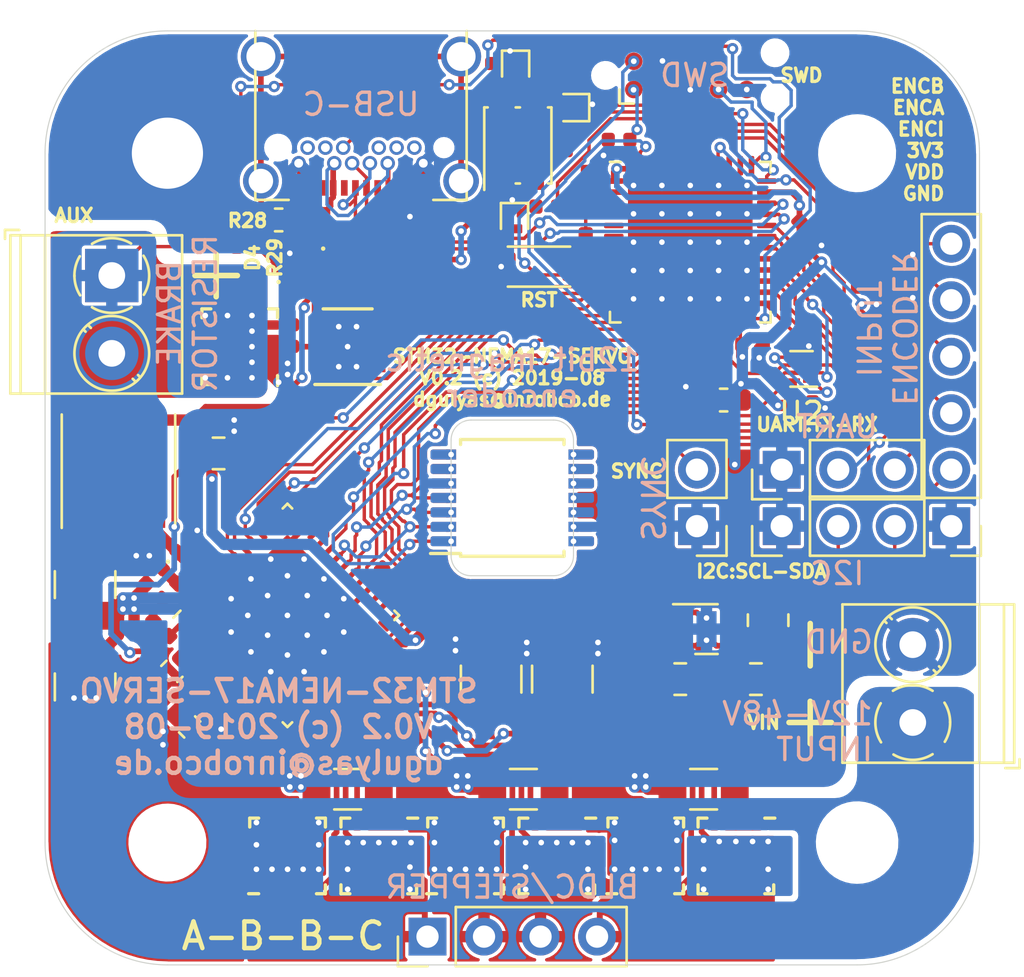
<source format=kicad_pcb>
(kicad_pcb (version 20190605) (host pcbnew "(5.1.0-1390-gc38e9d5c4)")
  (layers (0 "F.Cu" signal) (31 "B.Cu" signal) (34 "B.Paste" user) (35 "F.Paste" user) (36 "B.SilkS" user) (37 "F.SilkS" user) (38 "B.Mask" user) (39 "F.Mask" user) (44 "Edge.Cuts" user))
  (net 0 "")
  (net 1 "GND")
  (net 2 "+3.3VA")
  (net 3 "+3V3")
  (net 4 "VBUS")
  (net 5 "RA")
  (net 6 "RB")
  (net 7 "RC")
  (net 8 "MOSI")
  (net 9 "MISO")
  (net 10 "SLCK")
  (net 11 "ASCS")
  (net 12 "PWMC")
  (net 13 "PWMB")
  (net 14 "PWMA")
  (net 15 "DRVCS")
  (net 16 "SOA")
  (net 17 "SOB")
  (net 18 "SOC")
  (net 19 "Net-(Q2-Pad4)")
  (net 20 "Net-(Q3-Pad4)")
  (net 21 "Net-(Q4-Pad4)")
  (net 22 "Net-(Q5-Pad4)")
  (net 23 "Net-(Q6-Pad4)")
  (net 24 "DP")
  (net 25 "DM")
  (net 26 "OC")
  (net 27 "OB")
  (net 28 "OA")
  (net 29 "OR")
  (net 30 "GR")
  (net 31 "NSS")
  (net 32 "PWMR")
  (net 33 "ENC")
  (net 34 "ENB")
  (net 35 "ENA")
  (net 36 "DRVEN")
  (net 37 "DRVFAULT")
  (net 38 "VDD")
  (net 39 "Net-(C6-Pad1)")
  (net 40 "Net-(C15-Pad2)")
  (net 41 "Net-(C16-Pad1)")
  (net 42 "Net-(D1-Pad2)")
  (net 43 "Net-(L2-Pad1)")
  (net 44 "Net-(Q7-Pad4)")
  (net 45 "ENCB")
  (net 46 "ENCA")
  (net 47 "ENCI")
  (net 48 "ASEL")
  (net 49 "DRVSEL")
  (net 50 "SWCLK")
  (net 51 "SWDIO")
  (net 52 "/BUCK_SW")
  (net 53 "LEDR")
  (net 54 "LEDG")
  (net 55 "LEDB")
  (net 56 "/BUCK_CB")
  (net 57 "/BUCK_FB")
  (net 58 "Net-(D3-Pad1)")
  (net 59 "Net-(D3-Pad3)")
  (net 60 "Net-(D3-Pad2)")
  (net 61 "Net-(Q8-Pad1)")
  (net 62 "Net-(Q9-Pad1)")
  (net 63 "Net-(Q10-Pad1)")
  (net 64 "Net-(C16-Pad2)")
  (net 65 "Net-(C17-Pad1)")
  (net 66 "Net-(C18-Pad1)")
  (net 67 "Net-(J2-PadB5)")
  (net 68 "Net-(J2-PadS1)")
  (net 69 "Net-(J2-PadA5)")
  (net 70 "Net-(R6-Pad2)")
  (net 71 "Net-(R7-Pad1)")
  (net 72 "Net-(R8-Pad2)")
  (net 73 "Net-(U4-Pad7)")
  (net 74 "Net-(U4-Pad6)")
  (net 75 "Net-(U4-Pad14)")
  (net 76 "Net-(U4-Pad10)")
  (net 77 "Net-(U4-Pad9)")
  (net 78 "Net-(U4-Pad8)")
  (net 79 "TX1")
  (net 80 "RX1")
  (net 81 "SDA3")
  (net 82 "SCL3")
  (net 83 "Net-(J1-Pad6)")
  (net 84 "Net-(J1-Pad5)")
  (net 85 "Net-(J1-Pad4)")
  (net 86 "Net-(J7-Pad3)")
  (net 87 "Net-(J7-Pad2)")
  (net 88 "Net-(J8-Pad3)")
  (net 89 "Net-(J8-Pad2)")
  (net 90 "NRST")
  (net 91 "SYNC")
  (net 92 "VBUSDIV")
  (net 93 "Net-(Q8-Pad3)")
  (net 94 "Net-(Q9-Pad3)")
  (net 95 "Net-(Q10-Pad3)")
  (module "Package_SON:X2SON-8_1.4x1mm_P0.35mm" (layer "F.Cu") (at 163 114.2 180)
    (fp_text reference "U2" (at 0 -2) (layer "F.SilkS"))
    (fp_text value "74LVC2G32")
    (pad "8" smd rect (at 0.335 -0.525 90) (size 0.2 0.53) (layers "F.Cu" "F.Paste" "F.Mask") (net 3 "+3V3"))
    (pad "7" smd rect (at 0.335 -0.175 90) (size 0.2 0.53) (layers "F.Cu" "F.Paste" "F.Mask") (net 15 "DRVCS"))
    (pad "6" smd rect (at 0.335 0.175 90) (size 0.2 0.53) (layers "F.Cu" "F.Paste" "F.Mask") (net 48 "ASEL"))
    (pad "5" smd rect (at 0.335 0.525 90) (size 0.2 0.53) (layers "F.Cu" "F.Paste" "F.Mask") (net 31 "NSS"))
    (pad "4" smd rect (at -0.335 0.525 90) (size 0.2 0.53) (layers "F.Cu" "F.Paste" "F.Mask") (net 1 "GND"))
    (pad "3" smd rect (at -0.335 0.175 90) (size 0.2 0.53) (layers "F.Cu" "F.Paste" "F.Mask") (net 11 "ASCS"))
    (pad "2" smd rect (at -0.335 -0.175 90) (size 0.2 0.53) (layers "F.Cu" "F.Paste" "F.Mask") (net 49 "DRVSEL"))
    (pad "1" smd rect (at -0.335 -0.525 90) (size 0.2 0.53) (layers "F.Cu" "F.Paste" "F.Mask") (net 31 "NSS"))
  )
  (module "Resistor_SMD:R_0402_1005Metric" (layer "F.Cu") (at 140.5 109.2 90)
    (fp_text reference "R29" (at 0 -1.17 90) (layer "F.SilkS") (effects (font (size 0.6 0.6))))
    (fp_text value "5K")
    (pad "2" smd roundrect (at 0.485 0 90) (size 0.59 0.64) (layers "F.Cu" "F.Paste" "F.Mask") (net 1 "GND"))
    (pad "1" smd roundrect (at -0.485 0 90) (size 0.59 0.64) (layers "F.Cu" "F.Paste" "F.Mask") (net 92 "VBUSDIV"))
  )
  (module "Resistor_SMD:R_0402_1005Metric" (layer "F.Cu") (at 138.1 108.7)
    (fp_text reference "R28" (at 0 -1.17) (layer "F.SilkS") (effects (font (size 0.6 0.6))))
    (fp_text value "120K")
    (pad "2" smd roundrect (at 0.485 0) (size 0.59 0.64) (layers "F.Cu" "F.Paste" "F.Mask") (net 92 "VBUSDIV"))
    (pad "1" smd roundrect (at -0.485 0) (size 0.59 0.64) (layers "F.Cu" "F.Paste" "F.Mask") (net 4 "VBUS"))
  )
  (module "Diode_SMD:D_0402_1005Metric" (layer "F.Cu") (at 139.5 109.2 90)
    (fp_text reference "D4" (at 0 -1.17 90) (layer "F.SilkS") (effects (font (size 0.6 0.6))))
    (fp_text value "3.3V 1mA")
    (pad "2" smd roundrect (at 0.485 0 90) (size 0.59 0.64) (layers "F.Cu" "F.Paste" "F.Mask") (net 1 "GND"))
    (pad "1" smd roundrect (at -0.485 0 90) (size 0.59 0.64) (layers "F.Cu" "F.Paste" "F.Mask") (net 92 "VBUSDIV"))
  )
  (module "stm32-nema17:USB_C_Receptacle_Adam_C31-S-RA-CS1A-BK-SS" (layer "F.Cu") (at 143.2 99 180)
    (fp_text reference "J2" hide)
    (fp_text value "C31-S-RA-CS1A-BK-SS")
    (pad "B11" thru_hole circle (at -2.4 -5.25 180) (size 0.65 0.65) (drill 0.4) (layers *.Cu *.Mask))
    (pad "B10" thru_hole circle (at -1.6 -5.25 180) (size 0.65 0.65) (drill 0.4) (layers *.Cu *.Mask))
    (pad "B8" thru_hole circle (at -0.8 -5.25 180) (size 0.65 0.65) (drill 0.4) (layers *.Cu *.Mask))
    (pad "B5" thru_hole circle (at 0.8 -5.25 180) (size 0.65 0.65) (drill 0.4) (layers *.Cu *.Mask) (net 67 "Net-(J2-PadB5)"))
    (pad "B3" thru_hole circle (at 1.6 -5.25 180) (size 0.65 0.65) (drill 0.4) (layers *.Cu *.Mask))
    (pad "B2" thru_hole circle (at 2.4 -5.25 180) (size 0.65 0.65) (drill 0.4) (layers *.Cu *.Mask))
    (pad "B12" thru_hole circle (at -2.8 -5.95 180) (size 0.65 0.65) (drill 0.4) (layers *.Cu *.Mask) (net 1 "GND"))
    (pad "B9" thru_hole circle (at -1.2 -5.95 180) (size 0.65 0.65) (drill 0.4) (layers *.Cu *.Mask) (net 42 "Net-(D1-Pad2)"))
    (pad "B7" thru_hole circle (at -0.4 -5.95 180) (size 0.65 0.65) (drill 0.4) (layers *.Cu *.Mask) (net 25 "DM"))
    (pad "B6" thru_hole circle (at 0.4 -5.95 180) (size 0.65 0.65) (drill 0.4) (layers *.Cu *.Mask) (net 24 "DP"))
    (pad "B4" thru_hole circle (at 1.2 -5.95 180) (size 0.65 0.65) (drill 0.4) (layers *.Cu *.Mask) (net 42 "Net-(D1-Pad2)"))
    (pad "B1" thru_hole circle (at 2.8 -5.95 180) (size 0.65 0.65) (drill 0.4) (layers *.Cu *.Mask) (net 1 "GND"))
    (pad "" np_thru_hole circle (at -3.725 -5.25 180) (size 0.65 0.65) (drill 0.65) (layers *.Cu *.Mask))
    (pad "" np_thru_hole circle (at 3.725 -5.25 180) (size 0.95 0.95) (drill 0.95) (layers *.Cu *.Mask))
    (pad "S1" thru_hole circle (at -4.5 -1.15 180) (size 1.8 1.8) (drill 1.3) (layers *.Cu *.Mask) (net 68 "Net-(J2-PadS1)"))
    (pad "S1" thru_hole circle (at 4.5 -1.15 180) (size 1.8 1.8) (drill 1.3) (layers *.Cu *.Mask) (net 68 "Net-(J2-PadS1)"))
    (pad "S1" thru_hole circle (at 4.5 -6.75 180) (size 1.6 1.6) (drill 1.1) (layers *.Cu *.Mask) (net 68 "Net-(J2-PadS1)"))
    (pad "A11" smd rect (at 2.25 -7.06 180) (size 0.3 0.7) (layers "F.Cu" "F.Paste" "F.Mask"))
    (pad "A8" smd rect (at 0.75 -7.06 180) (size 0.3 0.7) (layers "F.Cu" "F.Paste" "F.Mask"))
    (pad "A9" smd rect (at 1.25 -7.06 180) (size 0.3 0.7) (layers "F.Cu" "F.Paste" "F.Mask") (net 42 "Net-(D1-Pad2)"))
    (pad "A10" smd rect (at 1.75 -7.06 180) (size 0.3 0.7) (layers "F.Cu" "F.Paste" "F.Mask"))
    (pad "A12" smd rect (at 2.75 -7.06 180) (size 0.3 0.7) (layers "F.Cu" "F.Paste" "F.Mask") (net 1 "GND"))
    (pad "A7" smd rect (at 0.25 -7.06 180) (size 0.3 0.7) (layers "F.Cu" "F.Paste" "F.Mask") (net 25 "DM"))
    (pad "A6" smd rect (at -0.25 -7.06 180) (size 0.3 0.7) (layers "F.Cu" "F.Paste" "F.Mask") (net 24 "DP"))
    (pad "A5" smd rect (at -0.75 -7.06 180) (size 0.3 0.7) (layers "F.Cu" "F.Paste" "F.Mask") (net 69 "Net-(J2-PadA5)"))
    (pad "A4" smd rect (at -1.25 -7.06 180) (size 0.3 0.7) (layers "F.Cu" "F.Paste" "F.Mask") (net 42 "Net-(D1-Pad2)"))
    (pad "A3" smd rect (at -1.75 -7.06 180) (size 0.3 0.7) (layers "F.Cu" "F.Paste" "F.Mask"))
    (pad "A2" smd rect (at -2.25 -7.06 180) (size 0.3 0.7) (layers "F.Cu" "F.Paste" "F.Mask"))
    (pad "A1" smd rect (at -2.75 -7.06 180) (size 0.3 0.7) (layers "F.Cu" "F.Paste" "F.Mask") (net 1 "GND"))
    (pad "S1" thru_hole circle (at -4.5 -6.75 180) (size 1.6 1.6) (drill 1.1) (layers *.Cu *.Mask) (net 68 "Net-(J2-PadS1)"))
  )
  (module "Capacitor_SMD:C_0603_1608Metric" (layer "F.Cu") (at 134.7 127.8 45)
    (fp_text reference "C16" hide)
    (fp_text value "47n 60V")
    (pad "2" smd roundrect (at 0.7875 0 45) (size 0.875 0.95) (layers "F.Cu" "F.Paste" "F.Mask") (net 64 "Net-(C16-Pad2)"))
    (pad "1" smd roundrect (at -0.7875 0 45) (size 0.875 0.95) (layers "F.Cu" "F.Paste" "F.Mask") (net 41 "Net-(C16-Pad1)"))
  )
  (module "Connector_PinHeader_2.54mm:PinHeader_1x02_P2.54mm_Vertical" (layer "F.Cu") (at 158.3 121.27 180)
    (fp_text reference "J9" hide)
    (fp_text value "Conn_01x02")
    (pad "2" thru_hole oval (at 0 2.54 180) (size 1.7 1.7) (drill 1) (layers *.Cu *.Mask) (net 91 "SYNC"))
    (pad "1" thru_hole rect (at 0 0 180) (size 1.7 1.7) (drill 1) (layers *.Cu *.Mask) (net 1 "GND"))
  )
  (module "stm32-nema17:SW_SPST_EVPBB" (layer "F.Cu") (at 151.2 109.6)
    (fp_text reference "SW1" hide)
    (fp_text value "EVP-BB2A9B000")
    (pad "2" smd roundrect (at 1.325 0.375) (size 0.55 0.55) (layers "F.Cu" "F.Paste" "F.Mask") (net 90 "NRST"))
    (pad "1" smd roundrect (at -1.325 0.375) (size 0.55 0.55) (layers "F.Cu" "F.Paste" "F.Mask") (net 1 "GND"))
    (pad "1" smd roundrect (at -1.325 -0.375) (size 0.55 0.55) (layers "F.Cu" "F.Paste" "F.Mask") (net 1 "GND"))
    (pad "2" smd roundrect (at 1.325 -0.375) (size 0.55 0.55) (layers "F.Cu" "F.Paste" "F.Mask") (net 90 "NRST"))
  )
  (module "Resistor_SMD:R_0402_1005Metric" (layer "F.Cu") (at 153.3 108.6 90)
    (fp_text reference "R27" hide)
    (fp_text value "100K")
    (pad "2" smd roundrect (at 0.485 0 90) (size 0.59 0.64) (layers "F.Cu" "F.Paste" "F.Mask") (net 3 "+3V3"))
    (pad "1" smd roundrect (at -0.485 0 90) (size 0.59 0.64) (layers "F.Cu" "F.Paste" "F.Mask") (net 90 "NRST"))
  )
  (module "stm32-nema17:TSSOP-14_4.4x5mm_P0.65mm-inlaid" (layer "F.Cu") (at 150 120 180)
    (fp_text reference "U4" hide)
    (fp_text value "AS5047D")
    (pad "7" smd roundrect (at 3.2125 1.95 180) (size 0.925 0.45) (layers "B.Cu" "B.Paste" "B.Mask") (net 73 "Net-(U4-Pad7)"))
    (pad "6" smd roundrect (at 3.2125 1.3 180) (size 0.925 0.45) (layers "B.Cu" "B.Paste" "B.Mask") (net 74 "Net-(U4-Pad6)"))
    (pad "5" smd roundrect (at 3.2125 0.65 180) (size 0.925 0.45) (layers "B.Cu" "B.Paste" "B.Mask") (net 1 "GND"))
    (pad "4" smd roundrect (at 3.2125 0 180) (size 0.925 0.45) (layers "B.Cu" "B.Paste" "B.Mask") (net 8 "MOSI"))
    (pad "3" smd roundrect (at 3.2125 -0.65 180) (size 0.925 0.45) (layers "B.Cu" "B.Paste" "B.Mask") (net 9 "MISO"))
    (pad "2" smd roundrect (at 3.2125 -1.3 180) (size 0.925 0.45) (layers "B.Cu" "B.Paste" "B.Mask") (net 10 "SLCK"))
    (pad "1" smd roundrect (at 3.2125 -1.95 180) (size 0.925 0.45) (layers "B.Cu" "B.Paste" "B.Mask") (net 11 "ASCS"))
    (pad "14" smd roundrect (at -3.2125 -1.95 180) (size 0.925 0.45) (layers "B.Cu" "B.Paste" "B.Mask") (net 75 "Net-(U4-Pad14)"))
    (pad "13" smd roundrect (at -3.2125 -1.3 180) (size 0.925 0.45) (layers "B.Cu" "B.Paste" "B.Mask") (net 1 "GND"))
    (pad "12" smd roundrect (at -3.2125 -0.65 180) (size 0.925 0.45) (layers "B.Cu" "B.Paste" "B.Mask") (net 3 "+3V3"))
    (pad "11" smd roundrect (at -3.2125 0 180) (size 0.925 0.45) (layers "B.Cu" "B.Paste" "B.Mask") (net 3 "+3V3"))
    (pad "10" smd roundrect (at -3.2125 0.65 180) (size 0.925 0.45) (layers "B.Cu" "B.Paste" "B.Mask") (net 76 "Net-(U4-Pad10)"))
    (pad "9" smd roundrect (at -3.2125 1.3 180) (size 0.925 0.45) (layers "B.Cu" "B.Paste" "B.Mask") (net 77 "Net-(U4-Pad9)"))
    (pad "8" smd roundrect (at -3.2125 1.95 180) (size 0.925 0.45) (layers "B.Cu" "B.Paste" "B.Mask") (net 78 "Net-(U4-Pad8)"))
    (pad "14" thru_hole rect (at -2.75 -1.95 180) (size 0.45 0.45) (drill 0.254) (layers *.Cu *.Mask) (net 75 "Net-(U4-Pad14)"))
    (pad "13" thru_hole rect (at -2.75 -1.3 180) (size 0.45 0.45) (drill 0.254) (layers *.Cu *.Mask) (net 1 "GND"))
    (pad "12" thru_hole rect (at -2.75 -0.65 180) (size 0.45 0.45) (drill 0.254) (layers *.Cu *.Mask) (net 3 "+3V3"))
    (pad "11" thru_hole rect (at -2.75 0 180) (size 0.45 0.45) (drill 0.254) (layers *.Cu *.Mask) (net 3 "+3V3"))
    (pad "10" thru_hole rect (at -2.75 0.65 180) (size 0.45 0.45) (drill 0.254) (layers *.Cu *.Mask) (net 76 "Net-(U4-Pad10)"))
    (pad "9" thru_hole rect (at -2.75 1.3 180) (size 0.45 0.45) (drill 0.254) (layers *.Cu *.Mask) (net 77 "Net-(U4-Pad9)"))
    (pad "8" thru_hole rect (at -2.75 1.95 180) (size 0.45 0.45) (drill 0.254) (layers *.Cu *.Mask) (net 78 "Net-(U4-Pad8)"))
    (pad "7" thru_hole rect (at 2.75 1.95 180) (size 0.45 0.45) (drill 0.254) (layers *.Cu *.Mask) (net 73 "Net-(U4-Pad7)"))
    (pad "6" thru_hole rect (at 2.75 1.3 180) (size 0.45 0.45) (drill 0.254) (layers *.Cu *.Mask) (net 74 "Net-(U4-Pad6)"))
    (pad "5" thru_hole rect (at 2.75 0.65 180) (size 0.45 0.45) (drill 0.254) (layers *.Cu *.Mask) (net 1 "GND"))
    (pad "4" thru_hole rect (at 2.75 0 180) (size 0.45 0.45) (drill 0.254) (layers *.Cu *.Mask) (net 8 "MOSI"))
    (pad "3" thru_hole rect (at 2.75 -0.65 180) (size 0.45 0.45) (drill 0.254) (layers *.Cu *.Mask) (net 9 "MISO"))
    (pad "2" thru_hole rect (at 2.75 -1.3 180) (size 0.45 0.45) (drill 0.254) (layers *.Cu *.Mask) (net 10 "SLCK"))
    (pad "1" thru_hole rect (at 2.75 -1.95 180) (size 0.45 0.45) (drill 0.254) (layers *.Cu *.Mask) (net 11 "ASCS"))
    (pad "1" smd roundrect (at 3.2125 -1.95 180) (size 0.925 0.45) (layers "F.Cu" "F.Paste" "F.Mask") (net 11 "ASCS"))
    (pad "2" smd roundrect (at 3.2125 -1.3 180) (size 0.925 0.45) (layers "F.Cu" "F.Paste" "F.Mask") (net 10 "SLCK"))
    (pad "3" smd roundrect (at 3.2125 -0.65 180) (size 0.925 0.45) (layers "F.Cu" "F.Paste" "F.Mask") (net 9 "MISO"))
    (pad "4" smd roundrect (at 3.2125 0 180) (size 0.925 0.45) (layers "F.Cu" "F.Paste" "F.Mask") (net 8 "MOSI"))
    (pad "5" smd roundrect (at 3.2125 0.65 180) (size 0.925 0.45) (layers "F.Cu" "F.Paste" "F.Mask") (net 1 "GND"))
    (pad "6" smd roundrect (at 3.2125 1.3 180) (size 0.925 0.45) (layers "F.Cu" "F.Paste" "F.Mask") (net 74 "Net-(U4-Pad6)"))
    (pad "7" smd roundrect (at 3.2125 1.95 180) (size 0.925 0.45) (layers "F.Cu" "F.Paste" "F.Mask") (net 73 "Net-(U4-Pad7)"))
    (pad "8" smd roundrect (at -3.2125 1.95 180) (size 0.925 0.45) (layers "F.Cu" "F.Paste" "F.Mask") (net 78 "Net-(U4-Pad8)"))
    (pad "9" smd roundrect (at -3.2125 1.3 180) (size 0.925 0.45) (layers "F.Cu" "F.Paste" "F.Mask") (net 77 "Net-(U4-Pad9)"))
    (pad "10" smd roundrect (at -3.2125 0.65 180) (size 0.925 0.45) (layers "F.Cu" "F.Paste" "F.Mask") (net 76 "Net-(U4-Pad10)"))
    (pad "11" smd roundrect (at -3.2125 0 180) (size 0.925 0.45) (layers "F.Cu" "F.Paste" "F.Mask") (net 3 "+3V3"))
    (pad "12" smd roundrect (at -3.2125 -0.65 180) (size 0.925 0.45) (layers "F.Cu" "F.Paste" "F.Mask") (net 3 "+3V3"))
    (pad "13" smd roundrect (at -3.2125 -1.3 180) (size 0.925 0.45) (layers "F.Cu" "F.Paste" "F.Mask") (net 1 "GND"))
    (pad "14" smd roundrect (at -3.2125 -1.95 180) (size 0.925 0.45) (layers "F.Cu" "F.Paste" "F.Mask") (net 75 "Net-(U4-Pad14)"))
  )
  (module "Capacitor_SMD:C_1210_3225Metric" (layer "F.Cu") (at 152.25 128.15 90)
    (fp_text reference "C24" hide)
    (fp_text value "10u 60V")
    (pad "2" smd roundrect (at 1.4 0 90) (size 1.25 2.65) (layers "F.Cu" "F.Paste" "F.Mask") (roundrect_rratio 0.2) (net 1 "GND"))
    (pad "1" smd roundrect (at -1.4 0 90) (size 1.25 2.65) (layers "F.Cu" "F.Paste" "F.Mask") (roundrect_rratio 0.2) (net 4 "VBUS"))
  )
  (module "Capacitor_SMD:C_1210_3225Metric" (layer "F.Cu") (at 149.05 128.15 90)
    (fp_text reference "C23" hide)
    (fp_text value "10u 60V")
    (pad "2" smd roundrect (at 1.4 0 90) (size 1.25 2.65) (layers "F.Cu" "F.Paste" "F.Mask") (roundrect_rratio 0.2) (net 1 "GND"))
    (pad "1" smd roundrect (at -1.4 0 90) (size 1.25 2.65) (layers "F.Cu" "F.Paste" "F.Mask") (roundrect_rratio 0.2) (net 4 "VBUS"))
  )
  (module "Capacitor_SMD:C_0805_2012Metric" (layer "F.Cu") (at 157.55 128.15)
    (fp_text reference "C14" hide)
    (fp_text value "10u 20V")
    (pad "2" smd roundrect (at 0.9375 0) (size 0.975 1.4) (layers "F.Cu" "F.Paste" "F.Mask") (net 1 "GND"))
    (pad "1" smd roundrect (at -0.9375 0) (size 0.975 1.4) (layers "F.Cu" "F.Paste" "F.Mask") (net 38 "VDD"))
  )
  (module "Capacitor_SMD:C_1210_3225Metric" (layer "F.Cu") (at 130.8 128.5 90)
    (fp_text reference "C10" hide)
    (fp_text value "10u 60V")
    (pad "2" smd roundrect (at 1.4 0 90) (size 1.25 2.65) (layers "F.Cu" "F.Paste" "F.Mask") (roundrect_rratio 0.2) (net 1 "GND"))
    (pad "1" smd roundrect (at -1.4 0 90) (size 1.25 2.65) (layers "F.Cu" "F.Paste" "F.Mask") (roundrect_rratio 0.2) (net 4 "VBUS"))
  )
  (module "Capacitor_SMD:C_1210_3225Metric" (layer "F.Cu") (at 130.8 123.9 270)
    (fp_text reference "C12" hide)
    (fp_text value "10u 60V")
    (pad "2" smd roundrect (at 1.4 0 270) (size 1.25 2.65) (layers "F.Cu" "F.Paste" "F.Mask") (roundrect_rratio 0.2) (net 1 "GND"))
    (pad "1" smd roundrect (at -1.4 0 270) (size 1.25 2.65) (layers "F.Cu" "F.Paste" "F.Mask") (roundrect_rratio 0.2) (net 4 "VBUS"))
  )
  (module "Resistor_SMD:R_0402_1005Metric" (layer "F.Cu") (at 167.1 123.6 180)
    (fp_text reference "R26" hide)
    (fp_text value "1K")
    (pad "2" smd roundrect (at 0.485 0 180) (size 0.59 0.64) (layers "F.Cu" "F.Paste" "F.Mask") (net 88 "Net-(J8-Pad3)"))
    (pad "1" smd roundrect (at -0.485 0 180) (size 0.59 0.64) (layers "F.Cu" "F.Paste" "F.Mask") (net 81 "SDA3"))
  )
  (module "Resistor_SMD:R_0402_1005Metric" (layer "F.Cu") (at 165.2 123.6 180)
    (fp_text reference "R25" hide)
    (fp_text value "1K")
    (pad "2" smd roundrect (at 0.485 0 180) (size 0.59 0.64) (layers "F.Cu" "F.Paste" "F.Mask") (net 89 "Net-(J8-Pad2)"))
    (pad "1" smd roundrect (at -0.485 0 180) (size 0.59 0.64) (layers "F.Cu" "F.Paste" "F.Mask") (net 82 "SCL3"))
  )
  (module "Resistor_SMD:R_0402_1005Metric" (layer "F.Cu") (at 167.4 114.085 270)
    (fp_text reference "R24" hide)
    (fp_text value "1K")
    (pad "2" smd roundrect (at 0.485 0 270) (size 0.59 0.64) (layers "F.Cu" "F.Paste" "F.Mask") (net 86 "Net-(J7-Pad3)"))
    (pad "1" smd roundrect (at -0.485 0 270) (size 0.59 0.64) (layers "F.Cu" "F.Paste" "F.Mask") (net 80 "RX1"))
  )
  (module "Resistor_SMD:R_0402_1005Metric" (layer "F.Cu") (at 167.4 116 270)
    (fp_text reference "R23" hide)
    (fp_text value "1K")
    (pad "2" smd roundrect (at 0.485 0 270) (size 0.59 0.64) (layers "F.Cu" "F.Paste" "F.Mask") (net 87 "Net-(J7-Pad2)"))
    (pad "1" smd roundrect (at -0.485 0 270) (size 0.59 0.64) (layers "F.Cu" "F.Paste" "F.Mask") (net 79 "TX1"))
  )
  (module "Resistor_SMD:R_0402_1005Metric" (layer "F.Cu") (at 166 108.5)
    (fp_text reference "R22" hide)
    (fp_text value "1K")
    (pad "2" smd roundrect (at 0.485 0) (size 0.59 0.64) (layers "F.Cu" "F.Paste" "F.Mask") (net 83 "Net-(J1-Pad6)"))
    (pad "1" smd roundrect (at -0.485 0) (size 0.59 0.64) (layers "F.Cu" "F.Paste" "F.Mask") (net 45 "ENCB"))
  )
  (module "Resistor_SMD:R_0402_1005Metric" (layer "F.Cu") (at 166 109.5)
    (fp_text reference "R21" hide)
    (fp_text value "1K")
    (pad "2" smd roundrect (at 0.485 0) (size 0.59 0.64) (layers "F.Cu" "F.Paste" "F.Mask") (net 84 "Net-(J1-Pad5)"))
    (pad "1" smd roundrect (at -0.485 0) (size 0.59 0.64) (layers "F.Cu" "F.Paste" "F.Mask") (net 46 "ENCA"))
  )
  (module "Resistor_SMD:R_0402_1005Metric" (layer "F.Cu") (at 166 110.5)
    (fp_text reference "R20" hide)
    (fp_text value "1K")
    (pad "2" smd roundrect (at 0.485 0) (size 0.59 0.64) (layers "F.Cu" "F.Paste" "F.Mask") (net 85 "Net-(J1-Pad4)"))
    (pad "1" smd roundrect (at -0.485 0) (size 0.59 0.64) (layers "F.Cu" "F.Paste" "F.Mask") (net 47 "ENCI"))
  )
  (module "Connector_PinHeader_2.54mm:PinHeader_1x03_P2.54mm_Vertical" (layer "F.Cu") (at 162.11 121.27 90)
    (fp_text reference "J8" hide)
    (fp_text value "Conn_01x03")
    (pad "3" thru_hole oval (at 0 5.08 90) (size 1.7 1.7) (drill 1) (layers *.Cu *.Mask) (net 88 "Net-(J8-Pad3)"))
    (pad "2" thru_hole oval (at 0 2.54 90) (size 1.7 1.7) (drill 1) (layers *.Cu *.Mask) (net 89 "Net-(J8-Pad2)"))
    (pad "1" thru_hole rect (at 0 0 90) (size 1.7 1.7) (drill 1) (layers *.Cu *.Mask) (net 1 "GND"))
  )
  (module "Connector_PinHeader_2.54mm:PinHeader_1x03_P2.54mm_Vertical" (layer "F.Cu") (at 162.11 118.73 90)
    (fp_text reference "J7" hide)
    (fp_text value "Conn_01x03")
    (pad "3" thru_hole oval (at 0 5.08 90) (size 1.7 1.7) (drill 1) (layers *.Cu *.Mask) (net 86 "Net-(J7-Pad3)"))
    (pad "2" thru_hole oval (at 0 2.54 90) (size 1.7 1.7) (drill 1) (layers *.Cu *.Mask) (net 87 "Net-(J7-Pad2)"))
    (pad "1" thru_hole rect (at 0 0 90) (size 1.7 1.7) (drill 1) (layers *.Cu *.Mask) (net 1 "GND"))
  )
  (module "Resistor_SMD:R_0402_1005Metric" (layer "F.Cu") (at 151.65 101.4)
    (fp_text reference "R19" hide)
    (fp_text value "470R")
    (pad "2" smd roundrect (at 0.485 0) (size 0.59 0.64) (layers "F.Cu" "F.Paste" "F.Mask") (net 95 "Net-(Q10-Pad3)"))
    (pad "1" smd roundrect (at -0.485 0) (size 0.59 0.64) (layers "F.Cu" "F.Paste" "F.Mask") (net 59 "Net-(D3-Pad3)"))
  )
  (module "Resistor_SMD:R_0402_1005Metric" (layer "F.Cu") (at 149.1 100.95 90)
    (fp_text reference "R18" hide)
    (fp_text value "470R")
    (pad "2" smd roundrect (at 0.485 0 90) (size 0.59 0.64) (layers "F.Cu" "F.Paste" "F.Mask") (net 94 "Net-(Q9-Pad3)"))
    (pad "1" smd roundrect (at -0.485 0 90) (size 0.59 0.64) (layers "F.Cu" "F.Paste" "F.Mask") (net 60 "Net-(D3-Pad2)"))
  )
  (module "Resistor_SMD:R_0402_1005Metric" (layer "F.Cu") (at 149.1 107.4 270)
    (fp_text reference "R17" hide)
    (fp_text value "430R")
    (pad "2" smd roundrect (at 0.485 0 270) (size 0.59 0.64) (layers "F.Cu" "F.Paste" "F.Mask") (net 93 "Net-(Q8-Pad3)"))
    (pad "1" smd roundrect (at -0.485 0 270) (size 0.59 0.64) (layers "F.Cu" "F.Paste" "F.Mask") (net 58 "Net-(D3-Pad1)"))
  )
  (module "Resistor_SMD:R_0402_1005Metric" (layer "F.Cu") (at 152.4 103.9 270)
    (fp_text reference "R16")
    (fp_text value "100R")
    (pad "2" smd roundrect (at 0.485 0 270) (size 0.59 0.64) (layers "F.Cu" "F.Paste" "F.Mask") (net 53 "LEDR"))
    (pad "1" smd roundrect (at -0.485 0 270) (size 0.59 0.64) (layers "F.Cu" "F.Paste" "F.Mask") (net 63 "Net-(Q10-Pad1)"))
  )
  (module "Resistor_SMD:R_0402_1005Metric" (layer "F.Cu") (at 151.65 100.4)
    (fp_text reference "R15" hide)
    (fp_text value "100R")
    (pad "2" smd roundrect (at 0.485 0) (size 0.59 0.64) (layers "F.Cu" "F.Paste" "F.Mask") (net 54 "LEDG"))
    (pad "1" smd roundrect (at -0.485 0) (size 0.59 0.64) (layers "F.Cu" "F.Paste" "F.Mask") (net 62 "Net-(Q9-Pad1)"))
  )
  (module "Resistor_SMD:R_0402_1005Metric" (layer "F.Cu") (at 151.55 106.9)
    (fp_text reference "R14" hide)
    (fp_text value "100R")
    (pad "2" smd roundrect (at 0.485 0) (size 0.59 0.64) (layers "F.Cu" "F.Paste" "F.Mask") (net 55 "LEDB"))
    (pad "1" smd roundrect (at -0.485 0) (size 0.59 0.64) (layers "F.Cu" "F.Paste" "F.Mask") (net 61 "Net-(Q8-Pad1)"))
  )
  (module "Package_TO_SOT_SMD:SOT-883" (layer "F.Cu") (at 152.65 102.45 180)
    (fp_text reference "Q10" hide)
    (fp_text value "SSM3K35CTC")
    (pad "3" smd roundrect (at 0.35 0 180) (size 0.4 0.7) (layers "F.Cu" "F.Paste" "F.Mask") (roundrect_rratio 0.125) (net 95 "Net-(Q10-Pad3)"))
    (pad "2" smd roundrect (at -0.35 0.225 180) (size 0.4 0.25) (layers "F.Cu" "F.Paste" "F.Mask") (roundrect_rratio 0.2) (net 1 "GND"))
    (pad "1" smd roundrect (at -0.35 -0.225 180) (size 0.4 0.25) (layers "F.Cu" "F.Paste" "F.Mask") (roundrect_rratio 0.2) (net 63 "Net-(Q10-Pad1)"))
  )
  (module "Package_TO_SOT_SMD:SOT-883" (layer "F.Cu") (at 150.15 100.7 270)
    (fp_text reference "Q9" hide)
    (fp_text value "SSM3K35CTC")
    (pad "3" smd roundrect (at 0.35 0 270) (size 0.4 0.7) (layers "F.Cu" "F.Paste" "F.Mask") (roundrect_rratio 0.125) (net 94 "Net-(Q9-Pad3)"))
    (pad "2" smd roundrect (at -0.35 0.225 270) (size 0.4 0.25) (layers "F.Cu" "F.Paste" "F.Mask") (roundrect_rratio 0.2) (net 1 "GND"))
    (pad "1" smd roundrect (at -0.35 -0.225 270) (size 0.4 0.25) (layers "F.Cu" "F.Paste" "F.Mask") (roundrect_rratio 0.2) (net 62 "Net-(Q9-Pad1)"))
  )
  (module "Package_TO_SOT_SMD:SOT-883" (layer "F.Cu") (at 150.1 107.55 270)
    (fp_text reference "Q8" hide)
    (fp_text value "SSM3K35CTC")
    (pad "3" smd roundrect (at 0.35 0 270) (size 0.4 0.7) (layers "F.Cu" "F.Paste" "F.Mask") (roundrect_rratio 0.125) (net 93 "Net-(Q8-Pad3)"))
    (pad "2" smd roundrect (at -0.35 0.225 270) (size 0.4 0.25) (layers "F.Cu" "F.Paste" "F.Mask") (roundrect_rratio 0.2) (net 1 "GND"))
    (pad "1" smd roundrect (at -0.35 -0.225 270) (size 0.4 0.25) (layers "F.Cu" "F.Paste" "F.Mask") (roundrect_rratio 0.2) (net 61 "Net-(Q8-Pad1)"))
  )
  (module "LED_SMD:LED_Kingbright_AAA3528ESGCT" (layer "F.Cu") (at 150.25 104.15 90)
    (fp_text reference "D3" hide)
    (fp_text value "IN-S128TATRGB")
    (pad "1" smd rect (at -1.4 -0.725 90) (size 1.2 0.9) (layers "F.Cu" "F.Paste" "F.Mask") (net 58 "Net-(D3-Pad1)"))
    (pad "3" smd rect (at 1.4 0.725 90) (size 1.2 0.9) (layers "F.Cu" "F.Paste" "F.Mask") (net 59 "Net-(D3-Pad3)"))
    (pad "4" smd rect (at -1.4 0.725 90) (size 1.2 0.9) (layers "F.Cu" "F.Paste" "F.Mask") (net 38 "VDD"))
    (pad "2" smd rect (at 1.4 -0.725 90) (size 1.2 0.9) (layers "F.Cu" "F.Paste" "F.Mask") (net 60 "Net-(D3-Pad2)"))
  )
  (module "Capacitor_SMD:C_0402_1005Metric" (layer "F.Cu") (at 136.1 116.5)
    (fp_text reference "C21" hide)
    (fp_text value "100n 20V")
    (pad "2" smd roundrect (at 0.485 0) (size 0.59 0.64) (layers "F.Cu" "F.Paste" "F.Mask") (net 1 "GND"))
    (pad "1" smd roundrect (at -0.485 0) (size 0.59 0.64) (layers "F.Cu" "F.Paste" "F.Mask") (net 38 "VDD"))
  )
  (module "Capacitor_SMD:C_0402_1005Metric" (layer "F.Cu") (at 133.9 123.5 225)
    (fp_text reference "C13" hide)
    (fp_text value "100n 60V")
    (pad "2" smd roundrect (at 0.485 0 225) (size 0.59 0.64) (layers "F.Cu" "F.Paste" "F.Mask") (net 1 "GND"))
    (pad "1" smd roundrect (at -0.485 0 225) (size 0.59 0.64) (layers "F.Cu" "F.Paste" "F.Mask") (net 4 "VBUS"))
  )
  (module "MountingHole:MountingHole_3.2mm_M3" (layer "F.Cu") (at 134.5 135.5)
    (fp_text reference "H2" hide)
    (fp_text value "M3")
    (pad "1" np_thru_hole circle (at 0 0) (size 3.2 3.2) (drill 3.2) (layers *.Cu *.Mask))
  )
  (module "MountingHole:MountingHole_3.2mm_M3" (layer "F.Cu") (at 165.5 104.5)
    (fp_text reference "H4" hide)
    (fp_text value "M3")
    (pad "1" np_thru_hole circle (at 0 0) (size 3.2 3.2) (drill 3.2) (layers *.Cu *.Mask))
  )
  (module "MountingHole:MountingHole_3.2mm_M3" (layer "F.Cu") (at 165.5 135.5)
    (fp_text reference "H3" hide)
    (fp_text value "M3")
    (pad "1" np_thru_hole circle (at 0 0) (size 3.2 3.2) (drill 3.2) (layers *.Cu *.Mask))
  )
  (module "MountingHole:MountingHole_3.2mm_M3_DIN965_Pad" (layer "F.Cu") (at 134.5 104.5)
    (fp_text reference "H1" hide)
    (fp_text value "M3")
    (pad "1" thru_hole circle (at 0 0) (size 5.6 5.6) (drill 3.2) (layers *.Cu *.Mask) (net 1 "GND"))
  )
  (module "stm32-nema17:QFN-48-1EP_7x7mm_P0.5mm_EP5.6x5.6mm_ThermalVias" (layer "F.Cu") (at 158 108.5)
    (fp_text reference "U1" hide)
    (fp_text value "STM32G431CBU")
    (pad "48" smd roundrect (at -2.75 -3.4375) (size 0.25 0.875) (layers "F.Cu" "F.Paste" "F.Mask") (net 3 "+3V3"))
    (pad "47" smd roundrect (at -2.25 -3.4375) (size 0.25 0.875) (layers "F.Cu" "F.Paste" "F.Mask") (net 91 "SYNC"))
    (pad "46" smd roundrect (at -1.75 -3.4375) (size 0.25 0.875) (layers "F.Cu" "F.Paste" "F.Mask") (net 55 "LEDB"))
    (pad "45" smd roundrect (at -1.25 -3.4375) (size 0.25 0.875) (layers "F.Cu" "F.Paste" "F.Mask") (net 53 "LEDR"))
    (pad "44" smd roundrect (at -0.75 -3.4375) (size 0.25 0.875) (layers "F.Cu" "F.Paste" "F.Mask") (net 54 "LEDG"))
    (pad "43" smd roundrect (at -0.25 -3.4375) (size 0.25 0.875) (layers "F.Cu" "F.Paste" "F.Mask") (net 45 "ENCB"))
    (pad "42" smd roundrect (at 0.25 -3.4375) (size 0.25 0.875) (layers "F.Cu" "F.Paste" "F.Mask") (net 46 "ENCA"))
    (pad "41" smd roundrect (at 0.75 -3.4375) (size 0.25 0.875) (layers "F.Cu" "F.Paste" "F.Mask") (net 47 "ENCI"))
    (pad "40" smd roundrect (at 1.25 -3.4375) (size 0.25 0.875) (layers "F.Cu" "F.Paste" "F.Mask") (net 81 "SDA3"))
    (pad "39" smd roundrect (at 1.75 -3.4375) (size 0.25 0.875) (layers "F.Cu" "F.Paste" "F.Mask"))
    (pad "38" smd roundrect (at 2.25 -3.4375) (size 0.25 0.875) (layers "F.Cu" "F.Paste" "F.Mask"))
    (pad "37" smd roundrect (at 2.75 -3.4375) (size 0.25 0.875) (layers "F.Cu" "F.Paste" "F.Mask") (net 50 "SWCLK"))
    (pad "36" smd roundrect (at 3.4375 -2.75) (size 0.875 0.25) (layers "F.Cu" "F.Paste" "F.Mask") (net 51 "SWDIO"))
    (pad "35" smd roundrect (at 3.4375 -2.25) (size 0.875 0.25) (layers "F.Cu" "F.Paste" "F.Mask") (net 3 "+3V3"))
    (pad "34" smd roundrect (at 3.4375 -1.75) (size 0.875 0.25) (layers "F.Cu" "F.Paste" "F.Mask") (net 24 "DP"))
    (pad "33" smd roundrect (at 3.4375 -1.25) (size 0.875 0.25) (layers "F.Cu" "F.Paste" "F.Mask") (net 25 "DM"))
    (pad "32" smd roundrect (at 3.4375 -0.75) (size 0.875 0.25) (layers "F.Cu" "F.Paste" "F.Mask") (net 80 "RX1"))
    (pad "31" smd roundrect (at 3.4375 -0.25) (size 0.875 0.25) (layers "F.Cu" "F.Paste" "F.Mask") (net 79 "TX1"))
    (pad "30" smd roundrect (at 3.4375 0.25) (size 0.875 0.25) (layers "F.Cu" "F.Paste" "F.Mask") (net 82 "SCL3"))
    (pad "29" smd roundrect (at 3.4375 0.75) (size 0.875 0.25) (layers "F.Cu" "F.Paste" "F.Mask") (net 49 "DRVSEL"))
    (pad "28" smd roundrect (at 3.4375 1.25) (size 0.875 0.25) (layers "F.Cu" "F.Paste" "F.Mask") (net 8 "MOSI"))
    (pad "27" smd roundrect (at 3.4375 1.75) (size 0.875 0.25) (layers "F.Cu" "F.Paste" "F.Mask") (net 9 "MISO"))
    (pad "26" smd roundrect (at 3.4375 2.25) (size 0.875 0.25) (layers "F.Cu" "F.Paste" "F.Mask") (net 10 "SLCK"))
    (pad "25" smd roundrect (at 3.4375 2.75) (size 0.875 0.25) (layers "F.Cu" "F.Paste" "F.Mask") (net 31 "NSS"))
    (pad "24" smd roundrect (at 2.75 3.4375) (size 0.25 0.875) (layers "F.Cu" "F.Paste" "F.Mask") (net 92 "VBUSDIV"))
    (pad "23" smd roundrect (at 2.25 3.4375) (size 0.25 0.875) (layers "F.Cu" "F.Paste" "F.Mask") (net 3 "+3V3"))
    (pad "22" smd roundrect (at 1.75 3.4375) (size 0.25 0.875) (layers "F.Cu" "F.Paste" "F.Mask") (net 48 "ASEL"))
    (pad "21" smd roundrect (at 1.25 3.4375) (size 0.25 0.875) (layers "F.Cu" "F.Paste" "F.Mask") (net 2 "+3.3VA"))
    (pad "20" smd roundrect (at 0.75 3.4375) (size 0.25 0.875) (layers "F.Cu" "F.Paste" "F.Mask") (net 39 "Net-(C6-Pad1)"))
    (pad "19" smd roundrect (at 0.25 3.4375) (size 0.25 0.875) (layers "F.Cu" "F.Paste" "F.Mask") (net 35 "ENA"))
    (pad "18" smd roundrect (at -0.25 3.4375) (size 0.25 0.875) (layers "F.Cu" "F.Paste" "F.Mask") (net 34 "ENB"))
    (pad "17" smd roundrect (at -0.75 3.4375) (size 0.25 0.875) (layers "F.Cu" "F.Paste" "F.Mask") (net 33 "ENC"))
    (pad "16" smd roundrect (at -1.25 3.4375) (size 0.25 0.875) (layers "F.Cu" "F.Paste" "F.Mask") (net 37 "DRVFAULT"))
    (pad "15" smd roundrect (at -1.75 3.4375) (size 0.25 0.875) (layers "F.Cu" "F.Paste" "F.Mask") (net 36 "DRVEN"))
    (pad "14" smd roundrect (at -2.25 3.4375) (size 0.25 0.875) (layers "F.Cu" "F.Paste" "F.Mask") (net 18 "SOC"))
    (pad "13" smd roundrect (at -2.75 3.4375) (size 0.25 0.875) (layers "F.Cu" "F.Paste" "F.Mask") (net 17 "SOB"))
    (pad "12" smd roundrect (at -3.4375 2.75) (size 0.875 0.25) (layers "F.Cu" "F.Paste" "F.Mask") (net 16 "SOA"))
    (pad "11" smd roundrect (at -3.4375 2.25) (size 0.875 0.25) (layers "F.Cu" "F.Paste" "F.Mask") (net 14 "PWMA"))
    (pad "10" smd roundrect (at -3.4375 1.75) (size 0.875 0.25) (layers "F.Cu" "F.Paste" "F.Mask") (net 13 "PWMB"))
    (pad "9" smd roundrect (at -3.4375 1.25) (size 0.875 0.25) (layers "F.Cu" "F.Paste" "F.Mask") (net 12 "PWMC"))
    (pad "8" smd roundrect (at -3.4375 0.75) (size 0.875 0.25) (layers "F.Cu" "F.Paste" "F.Mask") (net 32 "PWMR"))
    (pad "7" smd roundrect (at -3.4375 0.25) (size 0.875 0.25) (layers "F.Cu" "F.Paste" "F.Mask") (net 90 "NRST"))
    (pad "6" smd roundrect (at -3.4375 -0.25) (size 0.875 0.25) (layers "F.Cu" "F.Paste" "F.Mask"))
    (pad "5" smd roundrect (at -3.4375 -0.75) (size 0.875 0.25) (layers "F.Cu" "F.Paste" "F.Mask"))
    (pad "4" smd roundrect (at -3.4375 -1.25) (size 0.875 0.25) (layers "F.Cu" "F.Paste" "F.Mask"))
    (pad "3" smd roundrect (at -3.4375 -1.75) (size 0.875 0.25) (layers "F.Cu" "F.Paste" "F.Mask"))
    (pad "2" smd roundrect (at -3.4375 -2.25) (size 0.875 0.25) (layers "F.Cu" "F.Paste" "F.Mask"))
    (pad "1" smd roundrect (at -3.4375 -2.75) (size 0.875 0.25) (layers "F.Cu" "F.Paste" "F.Mask") (net 3 "+3V3"))
    (pad "49" thru_hole circle (at 2.55 2.55) (size 0.508 0.508) (drill 0.25) (layers *.Cu) (net 1 "GND"))
    (pad "49" thru_hole circle (at 1.275 2.55) (size 0.508 0.508) (drill 0.25) (layers *.Cu) (net 1 "GND"))
    (pad "49" thru_hole circle (at 0 2.55) (size 0.508 0.508) (drill 0.25) (layers *.Cu) (net 1 "GND"))
    (pad "49" thru_hole circle (at -1.275 2.55) (size 0.508 0.508) (drill 0.25) (layers *.Cu) (net 1 "GND"))
    (pad "49" thru_hole circle (at -2.55 2.55) (size 0.508 0.508) (drill 0.25) (layers *.Cu) (net 1 "GND"))
    (pad "49" thru_hole circle (at 2.55 1.275) (size 0.508 0.508) (drill 0.25) (layers *.Cu) (net 1 "GND"))
    (pad "49" thru_hole circle (at 1.275 1.275) (size 0.508 0.508) (drill 0.25) (layers *.Cu) (net 1 "GND"))
    (pad "49" thru_hole circle (at 0 1.275) (size 0.508 0.508) (drill 0.25) (layers *.Cu) (net 1 "GND"))
    (pad "49" thru_hole circle (at -1.275 1.275) (size 0.508 0.508) (drill 0.25) (layers *.Cu) (net 1 "GND"))
    (pad "49" thru_hole circle (at -2.55 1.275) (size 0.508 0.508) (drill 0.25) (layers *.Cu) (net 1 "GND"))
    (pad "49" thru_hole circle (at 2.55 0) (size 0.508 0.508) (drill 0.25) (layers *.Cu) (net 1 "GND"))
    (pad "49" thru_hole circle (at 1.275 0) (size 0.508 0.508) (drill 0.25) (layers *.Cu) (net 1 "GND"))
    (pad "49" thru_hole circle (at 0 0) (size 0.508 0.508) (drill 0.25) (layers *.Cu) (net 1 "GND"))
    (pad "49" thru_hole circle (at -1.275 0) (size 0.508 0.508) (drill 0.25) (layers *.Cu) (net 1 "GND"))
    (pad "49" thru_hole circle (at -2.55 0) (size 0.508 0.508) (drill 0.25) (layers *.Cu) (net 1 "GND"))
    (pad "49" thru_hole circle (at 2.55 -1.275) (size 0.508 0.508) (drill 0.25) (layers *.Cu) (net 1 "GND"))
    (pad "49" thru_hole circle (at 1.275 -1.275) (size 0.508 0.508) (drill 0.25) (layers *.Cu) (net 1 "GND"))
    (pad "49" thru_hole circle (at 0 -1.275) (size 0.508 0.508) (drill 0.25) (layers *.Cu) (net 1 "GND"))
    (pad "49" thru_hole circle (at -1.275 -1.275) (size 0.508 0.508) (drill 0.25) (layers *.Cu) (net 1 "GND"))
    (pad "49" thru_hole circle (at -2.55 -1.275) (size 0.508 0.508) (drill 0.25) (layers *.Cu) (net 1 "GND"))
    (pad "49" thru_hole circle (at 2.55 -2.55) (size 0.508 0.508) (drill 0.25) (layers *.Cu) (net 1 "GND"))
    (pad "49" thru_hole circle (at 1.275 -2.55) (size 0.508 0.508) (drill 0.25) (layers *.Cu) (net 1 "GND"))
    (pad "49" thru_hole circle (at 0 -2.55) (size 0.508 0.508) (drill 0.25) (layers *.Cu) (net 1 "GND"))
    (pad "49" thru_hole circle (at -1.275 -2.55) (size 0.508 0.508) (drill 0.25) (layers *.Cu) (net 1 "GND"))
    (pad "49" thru_hole circle (at -2.55 -2.55) (size 0.508 0.508) (drill 0.25) (layers *.Cu) (net 1 "GND"))
    (pad "49" smd roundrect (at 0 0) (size 5.6 5.6) (layers "F.Cu" "F.Mask") (roundrect_rratio 0.044643) (net 1 "GND"))
  )
  (module "stm32-nema17:VQFN-48_EP_6.8x6.8_Pitch0.5mm" (layer "F.Cu") (at 139.893921 125.283067 45)
    (fp_text reference "U6")
    (fp_text value "DRV8323RS")
    (pad "49" thru_hole circle (at 1.26 -2.32 45) (size 0.508 0.508) (drill 0.254) (layers *.Cu) (net 1 "GND"))
    (pad "49" thru_hole circle (at 0 -2.32 45) (size 0.508 0.508) (drill 0.254) (layers *.Cu) (net 1 "GND"))
    (pad "49" thru_hole circle (at -1.26 -2.32 45) (size 0.508 0.508) (drill 0.254) (layers *.Cu) (net 1 "GND"))
    (pad "49" thru_hole circle (at -1.26 2.32 45) (size 0.508 0.508) (drill 0.254) (layers *.Cu) (net 1 "GND"))
    (pad "49" thru_hole circle (at 1.26 2.32 45) (size 0.508 0.508) (drill 0.254) (layers *.Cu) (net 1 "GND"))
    (pad "49" thru_hole circle (at 0 2.32 45) (size 0.508 0.508) (drill 0.254) (layers *.Cu) (net 1 "GND"))
    (pad "49" thru_hole circle (at -2.32 -1.26 45) (size 0.508 0.508) (drill 0.254) (layers *.Cu) (net 1 "GND"))
    (pad "49" thru_hole circle (at -2.32 1.26 45) (size 0.508 0.508) (drill 0.254) (layers *.Cu) (net 1 "GND"))
    (pad "49" thru_hole circle (at -2.32 0 45) (size 0.508 0.508) (drill 0.254) (layers *.Cu) (net 1 "GND"))
    (pad "49" thru_hole circle (at 2.32 -1.26 45) (size 0.508 0.508) (drill 0.254) (layers *.Cu) (net 1 "GND"))
    (pad "49" thru_hole circle (at 2.32 1.26 45) (size 0.508 0.508) (drill 0.254) (layers *.Cu) (net 1 "GND"))
    (pad "49" thru_hole circle (at 2.32 0 45) (size 0.508 0.508) (drill 0.254) (layers *.Cu) (net 1 "GND"))
    (pad "49" thru_hole circle (at 1.26 1.26 45) (size 0.508 0.508) (drill 0.254) (layers *.Cu) (net 1 "GND"))
    (pad "49" thru_hole circle (at 1.26 0 45) (size 0.508 0.508) (drill 0.254) (layers *.Cu) (net 1 "GND"))
    (pad "49" thru_hole circle (at 0 1.26 45) (size 0.508 0.508) (drill 0.254) (layers *.Cu) (net 1 "GND"))
    (pad "49" thru_hole circle (at 0 0 45) (size 0.508 0.508) (drill 0.254) (layers *.Cu) (net 1 "GND"))
    (pad "49" thru_hole circle (at -1.26 1.26 45) (size 0.508 0.508) (drill 0.254) (layers *.Cu) (net 1 "GND"))
    (pad "49" thru_hole circle (at -1.26 0 45) (size 0.508 0.508) (drill 0.254) (layers *.Cu) (net 1 "GND"))
    (pad "49" thru_hole circle (at 1.26 -1.26 45) (size 0.508 0.508) (drill 0.254) (layers *.Cu) (net 1 "GND"))
    (pad "49" thru_hole circle (at 0 -1.26 45) (size 0.508 0.508) (drill 0.254) (layers *.Cu) (net 1 "GND"))
    (pad "49" thru_hole circle (at -1.26 -1.26 45) (size 0.508 0.508) (drill 0.254) (layers *.Cu) (net 1 "GND"))
    (pad "49" smd roundrect (at 0 0 45) (size 5.15 5.15) (layers "F.Cu" "F.Mask") (roundrect_rratio 0.019) (net 1 "GND"))
    (pad "48" smd roundrect (at -2.75 -3.4 45) (size 0.24 0.6) (layers "F.Cu" "F.Paste" "F.Mask") (net 71 "Net-(R7-Pad1)"))
    (pad "47" smd roundrect (at -2.25 -3.4 45) (size 0.24 0.6) (layers "F.Cu" "F.Paste" "F.Mask") (net 4 "VBUS"))
    (pad "46" smd roundrect (at -1.75 -3.4 45) (size 0.24 0.6) (layers "F.Cu" "F.Paste" "F.Mask"))
    (pad "45" smd roundrect (at -1.25 -3.4 45) (size 0.24 0.6) (layers "F.Cu" "F.Paste" "F.Mask") (net 52 "/BUCK_SW"))
    (pad "44" smd roundrect (at -0.75 -3.4 45) (size 0.24 0.6) (layers "F.Cu" "F.Paste" "F.Mask") (net 56 "/BUCK_CB"))
    (pad "43" smd roundrect (at -0.25 -3.4 45) (size 0.24 0.6) (layers "F.Cu" "F.Paste" "F.Mask") (net 1 "GND"))
    (pad "42" smd roundrect (at 0.25 -3.4 45) (size 0.24 0.6) (layers "F.Cu" "F.Paste" "F.Mask") (net 33 "ENC"))
    (pad "41" smd roundrect (at 0.75 -3.4 45) (size 0.24 0.6) (layers "F.Cu" "F.Paste" "F.Mask") (net 12 "PWMC"))
    (pad "40" smd roundrect (at 1.25 -3.4 45) (size 0.24 0.6) (layers "F.Cu" "F.Paste" "F.Mask") (net 34 "ENB"))
    (pad "39" smd roundrect (at 1.75 -3.4 45) (size 0.24 0.6) (layers "F.Cu" "F.Paste" "F.Mask") (net 13 "PWMB"))
    (pad "38" smd roundrect (at 2.25 -3.4 45) (size 0.24 0.6) (layers "F.Cu" "F.Paste" "F.Mask") (net 35 "ENA"))
    (pad "37" smd roundrect (at 2.75 -3.4 45) (size 0.24 0.6) (layers "F.Cu" "F.Paste" "F.Mask") (net 14 "PWMA"))
    (pad "36" smd roundrect (at 3.4 -2.75 135) (size 0.24 0.6) (layers "F.Cu" "F.Paste" "F.Mask") (net 65 "Net-(C17-Pad1)"))
    (pad "35" smd roundrect (at 3.4 -2.25 135) (size 0.24 0.6) (layers "F.Cu" "F.Paste" "F.Mask") (net 1 "GND"))
    (pad "34" smd roundrect (at 3.4 -1.75 135) (size 0.24 0.6) (layers "F.Cu" "F.Paste" "F.Mask"))
    (pad "33" smd roundrect (at 3.4 -1.25 135) (size 0.24 0.6) (layers "F.Cu" "F.Paste" "F.Mask") (net 36 "DRVEN"))
    (pad "32" smd roundrect (at 3.4 -0.75 135) (size 0.24 0.6) (layers "F.Cu" "F.Paste" "F.Mask") (net 15 "DRVCS"))
    (pad "31" smd roundrect (at 3.4 -0.25 135) (size 0.24 0.6) (layers "F.Cu" "F.Paste" "F.Mask") (net 10 "SLCK"))
    (pad "30" smd roundrect (at 3.4 0.25 135) (size 0.24 0.6) (layers "F.Cu" "F.Paste" "F.Mask") (net 8 "MOSI"))
    (pad "29" smd roundrect (at 3.4 0.75 135) (size 0.24 0.6) (layers "F.Cu" "F.Paste" "F.Mask") (net 9 "MISO"))
    (pad "28" smd roundrect (at 3.4 1.25 135) (size 0.24 0.6) (layers "F.Cu" "F.Paste" "F.Mask") (net 37 "DRVFAULT"))
    (pad "27" smd roundrect (at 3.4 1.75 135) (size 0.24 0.6) (layers "F.Cu" "F.Paste" "F.Mask") (net 1 "GND"))
    (pad "26" smd roundrect (at 3.4 2.25 135) (size 0.24 0.6) (layers "F.Cu" "F.Paste" "F.Mask") (net 66 "Net-(C18-Pad1)"))
    (pad "25" smd roundrect (at 3.4 2.75 135) (size 0.24 0.6) (layers "F.Cu" "F.Paste" "F.Mask") (net 16 "SOA"))
    (pad "24" smd roundrect (at 2.75 3.4 45) (size 0.24 0.6) (layers "F.Cu" "F.Paste" "F.Mask") (net 17 "SOB"))
    (pad "23" smd roundrect (at 2.25 3.4 45) (size 0.24 0.6) (layers "F.Cu" "F.Paste" "F.Mask") (net 18 "SOC"))
    (pad "22" smd roundrect (at 1.75 3.4 45) (size 0.24 0.6) (layers "F.Cu" "F.Paste" "F.Mask") (net 1 "GND"))
    (pad "21" smd roundrect (at 1.25 3.4 45) (size 0.24 0.6) (layers "F.Cu" "F.Paste" "F.Mask") (net 7 "RC"))
    (pad "20" smd roundrect (at 0.75 3.4 45) (size 0.24 0.6) (layers "F.Cu" "F.Paste" "F.Mask") (net 44 "Net-(Q7-Pad4)"))
    (pad "19" smd roundrect (at 0.25 3.4 45) (size 0.24 0.6) (layers "F.Cu" "F.Paste" "F.Mask") (net 26 "OC"))
    (pad "18" smd roundrect (at -0.25 3.4 45) (size 0.24 0.6) (layers "F.Cu" "F.Paste" "F.Mask") (net 23 "Net-(Q6-Pad4)"))
    (pad "17" smd roundrect (at -0.75 3.4 45) (size 0.24 0.6) (layers "F.Cu" "F.Paste" "F.Mask") (net 21 "Net-(Q4-Pad4)"))
    (pad "16" smd roundrect (at -1.25 3.4 45) (size 0.24 0.6) (layers "F.Cu" "F.Paste" "F.Mask") (net 27 "OB"))
    (pad "15" smd roundrect (at -1.75 3.4 45) (size 0.24 0.6) (layers "F.Cu" "F.Paste" "F.Mask") (net 22 "Net-(Q5-Pad4)"))
    (pad "14" smd roundrect (at -2.25 3.4 45) (size 0.24 0.6) (layers "F.Cu" "F.Paste" "F.Mask") (net 6 "RB"))
    (pad "13" smd roundrect (at -2.75 3.4 45) (size 0.24 0.6) (layers "F.Cu" "F.Paste" "F.Mask") (net 1 "GND"))
    (pad "12" smd roundrect (at -3.4 2.75 135) (size 0.24 0.6) (layers "F.Cu" "F.Paste" "F.Mask") (net 1 "GND"))
    (pad "11" smd roundrect (at -3.4 2.25 135) (size 0.24 0.6) (layers "F.Cu" "F.Paste" "F.Mask") (net 5 "RA"))
    (pad "10" smd roundrect (at -3.4 1.75 135) (size 0.24 0.6) (layers "F.Cu" "F.Paste" "F.Mask") (net 20 "Net-(Q3-Pad4)"))
    (pad "9" smd roundrect (at -3.4 1.25 135) (size 0.24 0.6) (layers "F.Cu" "F.Paste" "F.Mask") (net 28 "OA"))
    (pad "8" smd roundrect (at -3.4 0.75 135) (size 0.24 0.6) (layers "F.Cu" "F.Paste" "F.Mask") (net 19 "Net-(Q2-Pad4)"))
    (pad "7" smd roundrect (at -3.4 0.25 135) (size 0.24 0.6) (layers "F.Cu" "F.Paste" "F.Mask") (net 4 "VBUS"))
    (pad "6" smd roundrect (at -3.4 -0.25 135) (size 0.24 0.6) (layers "F.Cu" "F.Paste" "F.Mask") (net 4 "VBUS"))
    (pad "5" smd roundrect (at -3.4 -0.75 135) (size 0.24 0.6) (layers "F.Cu" "F.Paste" "F.Mask") (net 40 "Net-(C15-Pad2)"))
    (pad "4" smd roundrect (at -3.4 -1.25 135) (size 0.24 0.6) (layers "F.Cu" "F.Paste" "F.Mask") (net 41 "Net-(C16-Pad1)"))
    (pad "3" smd roundrect (at -3.4 -1.75 135) (size 0.24 0.6) (layers "F.Cu" "F.Paste" "F.Mask") (net 64 "Net-(C16-Pad2)"))
    (pad "2" smd roundrect (at -3.4 -2.25 135) (size 0.24 0.6) (layers "F.Cu" "F.Paste" "F.Mask") (net 1 "GND"))
    (pad "1" smd roundrect (at -3.4 -2.75 135) (size 0.24 0.6) (layers "F.Cu" "F.Paste" "F.Mask") (net 57 "/BUCK_FB"))
  )
  (module "stm32-nema17:WDFN8" (layer "F.Cu") (at 144 136.1)
    (fp_text reference "Q3")
    (fp_text value "NVTFS5C658NL")
    (pad "5-8" smd roundrect (at 0 0.45) (size 3.46 2.69) (layers "F.Cu") (roundrect_rratio 0.03700000000000001) (net 28 "OA"))
    (pad "1-3" smd roundrect (at 0.325 -1.47) (size 1.72 0.66) (layers "F.Cu") (roundrect_rratio 0.152) (net 5 "RA"))
    (pad "4" smd roundrect (at -0.975 -1.47) (size 0.42 0.66) (layers "F.Cu" "F.Paste" "F.Mask") (net 20 "Net-(Q3-Pad4)"))
  )
  (module "stm32-nema17:WDFN8" (layer "F.Cu") (at 137.75 113.2 270)
    (fp_text reference "Q1")
    (fp_text value "NTTFS4937N")
    (pad "5-8" smd roundrect (at 0 0.45 270) (size 3.46 2.69) (layers "F.Cu") (roundrect_rratio 0.03700000000000001) (net 29 "OR"))
    (pad "1-3" smd roundrect (at 0.325 -1.47 270) (size 1.72 0.66) (layers "F.Cu") (roundrect_rratio 0.152) (net 1 "GND"))
    (pad "4" smd roundrect (at -0.975 -1.47 270) (size 0.42 0.66) (layers "F.Cu" "F.Paste" "F.Mask") (net 30 "GR"))
  )
  (module "stm32-nema17:WDFN8" (layer "F.Cu") (at 147.9 136.1 180)
    (fp_text reference "Q4")
    (fp_text value "NVTFS5C658NL")
    (pad "5-8" smd roundrect (at 0 0.45 180) (size 3.46 2.69) (layers "F.Cu") (roundrect_rratio 0.03700000000000001) (net 4 "VBUS"))
    (pad "1-3" smd roundrect (at 0.325 -1.47 180) (size 1.72 0.66) (layers "F.Cu") (roundrect_rratio 0.152) (net 27 "OB"))
    (pad "4" smd roundrect (at -0.975 -1.47 180) (size 0.42 0.66) (layers "F.Cu" "F.Paste" "F.Mask") (net 21 "Net-(Q4-Pad4)"))
  )
  (module "stm32-nema17:WDFN8" (layer "F.Cu") (at 160.05 136.1)
    (fp_text reference "Q7")
    (fp_text value "NVTFS5C658NL")
    (pad "5-8" smd roundrect (at 0 0.45) (size 3.46 2.69) (layers "F.Cu") (roundrect_rratio 0.03700000000000001) (net 26 "OC"))
    (pad "1-3" smd roundrect (at 0.325 -1.47) (size 1.72 0.66) (layers "F.Cu") (roundrect_rratio 0.152) (net 7 "RC"))
    (pad "4" smd roundrect (at -0.975 -1.47) (size 0.42 0.66) (layers "F.Cu" "F.Paste" "F.Mask") (net 44 "Net-(Q7-Pad4)"))
  )
  (module "stm32-nema17:WDFN8" (layer "F.Cu") (at 156 136.1 180)
    (fp_text reference "Q6")
    (fp_text value "NVTFS5C658NL")
    (pad "5-8" smd roundrect (at 0 0.45 180) (size 3.46 2.69) (layers "F.Cu") (roundrect_rratio 0.03700000000000001) (net 4 "VBUS"))
    (pad "1-3" smd roundrect (at 0.325 -1.47 180) (size 1.72 0.66) (layers "F.Cu") (roundrect_rratio 0.152) (net 26 "OC"))
    (pad "4" smd roundrect (at -0.975 -1.47 180) (size 0.42 0.66) (layers "F.Cu" "F.Paste" "F.Mask") (net 23 "Net-(Q6-Pad4)"))
  )
  (module "stm32-nema17:WDFN8" (layer "F.Cu") (at 152 136.1)
    (fp_text reference "Q5")
    (fp_text value "NVTFS5C658NL")
    (pad "5-8" smd roundrect (at 0 0.45) (size 3.46 2.69) (layers "F.Cu") (roundrect_rratio 0.03700000000000001) (net 27 "OB"))
    (pad "1-3" smd roundrect (at 0.325 -1.47) (size 1.72 0.66) (layers "F.Cu") (roundrect_rratio 0.152) (net 6 "RB"))
    (pad "4" smd roundrect (at -0.975 -1.47) (size 0.42 0.66) (layers "F.Cu" "F.Paste" "F.Mask") (net 22 "Net-(Q5-Pad4)"))
  )
  (module "stm32-nema17:WDFN8" (layer "F.Cu") (at 139.9 136.1 180)
    (fp_text reference "Q2")
    (fp_text value "NVTFS5C658NL")
    (pad "5-8" smd roundrect (at 0 0.45 180) (size 3.46 2.69) (layers "F.Cu") (roundrect_rratio 0.03700000000000001) (net 4 "VBUS"))
    (pad "1-3" smd roundrect (at 0.325 -1.47 180) (size 1.72 0.66) (layers "F.Cu") (roundrect_rratio 0.152) (net 28 "OA"))
    (pad "4" smd roundrect (at -0.975 -1.47 180) (size 0.42 0.66) (layers "F.Cu" "F.Paste" "F.Mask") (net 19 "Net-(Q2-Pad4)"))
  )
  (module "stm32-nema17:L_0806_2016Metric" (layer "F.Cu") (at 161.5 125.5 270)
    (fp_text reference "L2" hide)
    (fp_text value "2.2uH 1.6A")
    (pad "2" smd roundrect (at 0.9375 0 270) (size 0.975 1.8) (layers "F.Cu" "F.Paste" "F.Mask") (net 3 "+3V3"))
    (pad "1" smd roundrect (at -0.9375 0 270) (size 0.975 1.8) (layers "F.Cu" "F.Paste" "F.Mask") (net 43 "Net-(L2-Pad1)"))
  )
  (module "Inductor_SMD:L_Taiyo-Yuden_NR-50xx" (layer "F.Cu") (at 132.3 118.8 90)
    (fp_text reference "L4" hide)
    (fp_text value "22uH 1.6A")
    (pad "2" smd rect (at 1.8 0 90) (size 1.5 4.2) (layers "F.Cu" "F.Paste" "F.Mask") (net 38 "VDD"))
    (pad "1" smd rect (at -1.8 0 90) (size 1.5 4.2) (layers "F.Cu" "F.Paste" "F.Mask") (net 52 "/BUCK_SW"))
  )
  (module "Capacitor_SMD:C_0402_1005Metric" (layer "F.Cu") (at 163 115.7)
    (fp_text reference "C7" hide)
    (fp_text value "100n")
    (pad "2" smd roundrect (at 0.485 0) (size 0.59 0.64) (layers "F.Cu" "F.Paste" "F.Mask") (net 1 "GND"))
    (pad "1" smd roundrect (at -0.485 0) (size 0.59 0.64) (layers "F.Cu" "F.Paste" "F.Mask") (net 3 "+3V3"))
  )
  (module "Resistor_SMD:R_0402_1005Metric" (layer "F.Cu") (at 167.4 108.6 90)
    (fp_text reference "R3" hide)
    (fp_text value "680R")
    (pad "2" smd roundrect (at 0.485 0 90) (size 0.59 0.64) (layers "F.Cu" "F.Paste" "F.Mask") (net 83 "Net-(J1-Pad6)"))
    (pad "1" smd roundrect (at -0.485 0 90) (size 0.59 0.64) (layers "F.Cu" "F.Paste" "F.Mask") (net 1 "GND"))
  )
  (module "Resistor_SMD:R_0402_1005Metric" (layer "F.Cu") (at 167.4 110.5 90)
    (fp_text reference "R2" hide)
    (fp_text value "680R")
    (pad "2" smd roundrect (at 0.485 0 90) (size 0.59 0.64) (layers "F.Cu" "F.Paste" "F.Mask") (net 84 "Net-(J1-Pad5)"))
    (pad "1" smd roundrect (at -0.485 0 90) (size 0.59 0.64) (layers "F.Cu" "F.Paste" "F.Mask") (net 1 "GND"))
  )
  (module "Resistor_SMD:R_0402_1005Metric" (layer "F.Cu") (at 167 111.9)
    (fp_text reference "R1" hide)
    (fp_text value "680R")
    (pad "2" smd roundrect (at 0.485 0) (size 0.59 0.64) (layers "F.Cu" "F.Paste" "F.Mask") (net 85 "Net-(J1-Pad4)"))
    (pad "1" smd roundrect (at -0.485 0) (size 0.59 0.64) (layers "F.Cu" "F.Paste" "F.Mask") (net 1 "GND"))
  )
  (module "Connector_PinHeader_2.54mm:PinHeader_1x06_P2.54mm_Vertical" (layer "F.Cu") (at 169.73 121.27 180)
    (fp_text reference "J1" hide)
    (fp_text value "Conn_01x05")
    (pad "6" thru_hole oval (at 0 12.7 180) (size 1.7 1.7) (drill 1) (layers *.Cu *.Mask) (net 83 "Net-(J1-Pad6)"))
    (pad "5" thru_hole oval (at 0 10.16 180) (size 1.7 1.7) (drill 1) (layers *.Cu *.Mask) (net 84 "Net-(J1-Pad5)"))
    (pad "4" thru_hole oval (at 0 7.62 180) (size 1.7 1.7) (drill 1) (layers *.Cu *.Mask) (net 85 "Net-(J1-Pad4)"))
    (pad "3" thru_hole oval (at 0 5.08 180) (size 1.7 1.7) (drill 1) (layers *.Cu *.Mask) (net 3 "+3V3"))
    (pad "2" thru_hole oval (at 0 2.54 180) (size 1.7 1.7) (drill 1) (layers *.Cu *.Mask) (net 38 "VDD"))
    (pad "1" thru_hole rect (at 0 0 180) (size 1.7 1.7) (drill 1) (layers *.Cu *.Mask) (net 1 "GND"))
  )
  (module "Capacitor_SMD:C_0402_1005Metric" (layer "F.Cu") (at 157.9 113.9 270)
    (fp_text reference "C6" hide)
    (fp_text value "100n")
    (pad "2" smd roundrect (at 0.485 0 270) (size 0.59 0.64) (layers "F.Cu" "F.Paste" "F.Mask") (net 1 "GND"))
    (pad "1" smd roundrect (at -0.485 0 270) (size 0.59 0.64) (layers "F.Cu" "F.Paste" "F.Mask") (net 39 "Net-(C6-Pad1)"))
  )
  (module "Capacitor_SMD:C_0402_1005Metric" (layer "F.Cu") (at 154.8 103.9)
    (fp_text reference "C4" hide)
    (fp_text value "100n")
    (pad "2" smd roundrect (at 0.485 0) (size 0.59 0.64) (layers "F.Cu" "F.Paste" "F.Mask") (net 3 "+3V3"))
    (pad "1" smd roundrect (at -0.485 0) (size 0.59 0.64) (layers "F.Cu" "F.Paste" "F.Mask") (net 1 "GND"))
  )
  (module "Capacitor_SMD:C_0402_1005Metric" (layer "F.Cu") (at 163.25 107.9 135)
    (fp_text reference "C3" hide)
    (fp_text value "100n")
    (pad "2" smd roundrect (at 0.485 0 135) (size 0.59 0.64) (layers "F.Cu" "F.Paste" "F.Mask") (net 3 "+3V3"))
    (pad "1" smd roundrect (at -0.485 0 135) (size 0.59 0.64) (layers "F.Cu" "F.Paste" "F.Mask") (net 1 "GND"))
  )
  (module "Capacitor_SMD:C_0402_1005Metric" (layer "F.Cu") (at 153.4 105.8 90)
    (fp_text reference "C1" hide)
    (fp_text value "100n")
    (pad "2" smd roundrect (at 0.485 0 90) (size 0.59 0.64) (layers "F.Cu" "F.Paste" "F.Mask") (net 1 "GND"))
    (pad "1" smd roundrect (at -0.485 0 90) (size 0.59 0.64) (layers "F.Cu" "F.Paste" "F.Mask") (net 3 "+3V3"))
  )
  (module "Package_SON:WSON-8-1EP_2x2mm_P0.5mm_EP0.9x1.6mm_ThermalVias" (layer "F.Cu") (at 158.73 125.9)
    (fp_text reference "U5" hide)
    (fp_text value "TPS62172DSG")
    (pad "9" smd rect (at 0 0) (size 0.9 1.6) (layers "B.Cu") (net 1 "GND"))
    (pad "6" smd rect (at 0.95 0.25) (size 0.5 0.25) (layers "F.Cu" "F.Paste" "F.Mask") (net 3 "+3V3"))
    (pad "5" smd rect (at 0.95 0.75) (size 0.5 0.25) (layers "F.Cu" "F.Paste" "F.Mask") (net 1 "GND"))
    (pad "4" smd rect (at -0.95 0.75) (size 0.5 0.25) (layers "F.Cu" "F.Paste" "F.Mask") (net 1 "GND"))
    (pad "2" smd rect (at -0.95 -0.25) (size 0.5 0.25) (layers "F.Cu" "F.Paste" "F.Mask") (net 38 "VDD"))
    (pad "1" smd rect (at -0.95 -0.75) (size 0.5 0.25) (layers "F.Cu" "F.Paste" "F.Mask") (net 1 "GND"))
    (pad "9" smd rect (at 0 0) (size 0.9 1.6) (layers "F.Cu" "F.Mask") (net 1 "GND"))
    (pad "9" thru_hole circle (at 0 0.5) (size 0.6 0.6) (drill 0.25) (layers *.Cu) (net 1 "GND"))
    (pad "9" thru_hole circle (at 0 -0.5) (size 0.6 0.6) (drill 0.25) (layers *.Cu) (net 1 "GND"))
    (pad "8" smd rect (at 0.95 -0.75) (size 0.5 0.25) (layers "F.Cu" "F.Paste" "F.Mask") (net 72 "Net-(R8-Pad2)"))
    (pad "7" smd rect (at 0.95 -0.25) (size 0.5 0.25) (layers "F.Cu" "F.Paste" "F.Mask") (net 43 "Net-(L2-Pad1)"))
    (pad "3" smd rect (at -0.95 0.25) (size 0.5 0.25) (layers "F.Cu" "F.Paste" "F.Mask") (net 38 "VDD"))
  )
  (module "Resistor_SMD:R_0402_1005Metric" (layer "F.Cu") (at 159.4 124.15)
    (fp_text reference "R8" hide)
    (fp_text value "100K")
    (pad "2" smd roundrect (at 0.485 0) (size 0.59 0.64) (layers "F.Cu" "F.Paste" "F.Mask") (net 72 "Net-(R8-Pad2)"))
    (pad "1" smd roundrect (at -0.485 0) (size 0.59 0.64) (layers "F.Cu" "F.Paste" "F.Mask") (net 3 "+3V3"))
  )
  (module "Diode_SMD:D_0402_1005Metric" (layer "F.Cu") (at 141.5 107.7 90)
    (fp_text reference "D1" hide)
    (fp_text value "1A")
    (pad "2" smd roundrect (at 0.485 0 90) (size 0.59 0.64) (layers "F.Cu" "F.Paste" "F.Mask") (net 42 "Net-(D1-Pad2)"))
    (pad "1" smd roundrect (at -0.485 0 90) (size 0.59 0.64) (layers "F.Cu" "F.Paste" "F.Mask") (net 38 "VDD"))
  )
  (module "Capacitor_SMD:C_0805_2012Metric" (layer "F.Cu") (at 160.95 128.15 180)
    (fp_text reference "C19")
    (fp_text value "22u 5V")
    (pad "2" smd roundrect (at 0.9375 0 180) (size 0.975 1.4) (layers "F.Cu" "F.Paste" "F.Mask") (net 1 "GND"))
    (pad "1" smd roundrect (at -0.9375 0 180) (size 0.975 1.4) (layers "F.Cu" "F.Paste" "F.Mask") (net 3 "+3V3"))
  )
  (module "Package_SON:Texas_PWSON-N6" (layer "F.Cu") (at 142.6 113.2 180)
    (fp_text reference "U3")
    (fp_text value "UCC27516")
    (pad "6" smd rect (at 1.4 -0.95 180) (size 0.6 0.4) (layers "F.Cu" "F.Paste" "F.Mask") (net 32 "PWMR"))
    (pad "5" smd rect (at 1.4 0 180) (size 0.6 0.4) (layers "F.Cu" "F.Paste" "F.Mask") (net 70 "Net-(R6-Pad2)"))
    (pad "4" smd rect (at 1.4 0.95 180) (size 0.6 0.4) (layers "F.Cu" "F.Paste" "F.Mask") (net 38 "VDD"))
    (pad "3" smd rect (at -1.4 0.95 180) (size 0.6 0.4) (layers "F.Cu" "F.Paste" "F.Mask") (net 1 "GND"))
    (pad "2" smd rect (at -1.4 0 180) (size 0.6 0.4) (layers "F.Cu" "F.Paste" "F.Mask") (net 1 "GND"))
    (pad "1" smd rect (at -1.4 -0.95 180) (size 0.6 0.4) (layers "F.Cu" "F.Paste" "F.Mask") (net 1 "GND"))
    (pad "7" smd rect (at 0 0 180) (size 1.5 2.4) (layers "F.Cu" "F.Paste" "F.Mask") (net 1 "GND"))
  )
  (module "Resistor_SMD:R_0402_1005Metric" (layer "F.Cu") (at 140.1 112.7 270)
    (fp_text reference "R6" hide)
    (fp_text value "2.2R")
    (pad "2" smd roundrect (at 0.485 0 270) (size 0.59 0.64) (layers "F.Cu" "F.Paste" "F.Mask") (net 70 "Net-(R6-Pad2)"))
    (pad "1" smd roundrect (at -0.485 0 270) (size 0.59 0.64) (layers "F.Cu" "F.Paste" "F.Mask") (net 30 "GR"))
  )
  (module "TerminalBlock_Phoenix:TerminalBlock_Phoenix_PT-1,5-2-3.5-H_1x02_P3.50mm_Horizontal" (layer "F.Cu") (at 132 110 270)
    (fp_text reference "J5" hide)
    (fp_text value "Screw_Terminal_01x02")
    (pad "2" thru_hole circle (at 3.5 0 270) (size 2.4 2.4) (drill 1.2) (layers *.Cu *.Mask) (net 29 "OR"))
    (pad "1" thru_hole rect (at 0 0 270) (size 2.4 2.4) (drill 1.2) (layers *.Cu *.Mask) (net 4 "VBUS"))
  )
  (module "Capacitor_SMD:C_0402_1005Metric" (layer "F.Cu") (at 141.6 110.8 180)
    (fp_text reference "C8" hide)
    (fp_text value "100n")
    (pad "2" smd roundrect (at 0.485 0 180) (size 0.59 0.64) (layers "F.Cu" "F.Paste" "F.Mask") (net 38 "VDD"))
    (pad "1" smd roundrect (at -0.485 0 180) (size 0.59 0.64) (layers "F.Cu" "F.Paste" "F.Mask") (net 1 "GND"))
  )
  (module "Resistor_SMD:R_1206_3216Metric" (layer "F.Cu") (at 158.6 133.1 180)
    (fp_text reference "R11" hide)
    (fp_text value "15m")
    (pad "2" smd roundrect (at 1.4 0 180) (size 1.25 1.75) (layers "F.Cu" "F.Paste" "F.Mask") (roundrect_rratio 0.2) (net 1 "GND"))
    (pad "1" smd roundrect (at -1.4 0 180) (size 1.25 1.75) (layers "F.Cu" "F.Paste" "F.Mask") (roundrect_rratio 0.2) (net 7 "RC"))
  )
  (module "Resistor_SMD:R_1206_3216Metric" (layer "F.Cu") (at 150.5 133.1 180)
    (fp_text reference "R10" hide)
    (fp_text value "15m")
    (pad "2" smd roundrect (at 1.4 0 180) (size 1.25 1.75) (layers "F.Cu" "F.Paste" "F.Mask") (roundrect_rratio 0.2) (net 1 "GND"))
    (pad "1" smd roundrect (at -1.4 0 180) (size 1.25 1.75) (layers "F.Cu" "F.Paste" "F.Mask") (roundrect_rratio 0.2) (net 6 "RB"))
  )
  (module "Resistor_SMD:R_1206_3216Metric" (layer "F.Cu") (at 142.6 133.1 180)
    (fp_text reference "R9" hide)
    (fp_text value "15m")
    (pad "2" smd roundrect (at 1.4 0 180) (size 1.25 1.75) (layers "F.Cu" "F.Paste" "F.Mask") (roundrect_rratio 0.2) (net 1 "GND"))
    (pad "1" smd roundrect (at -1.4 0 180) (size 1.25 1.75) (layers "F.Cu" "F.Paste" "F.Mask") (roundrect_rratio 0.2) (net 5 "RA"))
  )
  (module "TerminalBlock_Phoenix:TerminalBlock_Phoenix_PT-1,5-2-3.5-H_1x02_P3.50mm_Horizontal" (layer "F.Cu") (at 168 130.1 90)
    (fp_text reference "J4" hide)
    (fp_text value "Screw_Terminal_01x02")
    (pad "2" thru_hole circle (at 3.5 0 90) (size 2.4 2.4) (drill 1.2) (layers *.Cu *.Mask) (net 1 "GND"))
    (pad "1" thru_hole rect (at 0 0 90) (size 2.4 2.4) (drill 1.2) (layers *.Cu *.Mask) (net 4 "VBUS"))
  )
  (module "Resistor_SMD:R_0402_1005Metric" (layer "F.Cu") (at 134.6 124.2 45)
    (fp_text reference "R7" hide)
    (fp_text value "100K")
    (pad "2" smd roundrect (at 0.485 0 45) (size 0.59 0.64) (layers "F.Cu" "F.Paste" "F.Mask") (net 4 "VBUS"))
    (pad "1" smd roundrect (at -0.485 0 45) (size 0.59 0.64) (layers "F.Cu" "F.Paste" "F.Mask") (net 71 "Net-(R7-Pad1)"))
  )
  (module "Capacitor_SMD:C_0805_2012Metric" (layer "F.Cu") (at 136.8 118)
    (fp_text reference "C22" hide)
    (fp_text value "10u 20V")
    (pad "2" smd roundrect (at 0.9375 0) (size 0.975 1.4) (layers "F.Cu" "F.Paste" "F.Mask") (net 1 "GND"))
    (pad "1" smd roundrect (at -0.9375 0) (size 0.975 1.4) (layers "F.Cu" "F.Paste" "F.Mask") (net 38 "VDD"))
  )
  (module "Connector_PinHeader_2.54mm:PinHeader_1x04_P2.54mm_Vertical" (layer "F.Cu") (at 146.19 139.73 90)
    (fp_text reference "M1" hide)
    (fp_text value "Stepper_Motor_bipolar")
    (pad "4" thru_hole oval (at 0 7.62 90) (size 1.7 1.7) (drill 1) (layers *.Cu *.Mask) (net 26 "OC"))
    (pad "3" thru_hole oval (at 0 5.08 90) (size 1.7 1.7) (drill 1) (layers *.Cu *.Mask) (net 27 "OB"))
    (pad "2" thru_hole oval (at 0 2.54 90) (size 1.7 1.7) (drill 1) (layers *.Cu *.Mask) (net 27 "OB"))
    (pad "1" thru_hole rect (at 0 0 90) (size 1.7 1.7) (drill 1) (layers *.Cu *.Mask) (net 28 "OA"))
  )
  (module "Resistor_SMD:R_0402_1005Metric" (layer "F.Cu") (at 146.35 107.35)
    (fp_text reference "R5" hide)
    (fp_text value "5K1")
    (pad "2" smd roundrect (at 0.485 0) (size 0.59 0.64) (layers "F.Cu" "F.Paste" "F.Mask") (net 67 "Net-(J2-PadB5)"))
    (pad "1" smd roundrect (at -0.485 0) (size 0.59 0.64) (layers "F.Cu" "F.Paste" "F.Mask") (net 1 "GND"))
  )
  (module "Resistor_SMD:R_0402_1005Metric" (layer "F.Cu") (at 144.5 107.35 180)
    (fp_text reference "R4" hide)
    (fp_text value "5K1")
    (pad "2" smd roundrect (at 0.485 0 180) (size 0.59 0.64) (layers "F.Cu" "F.Paste" "F.Mask") (net 69 "Net-(J2-PadA5)"))
    (pad "1" smd roundrect (at -0.485 0 180) (size 0.59 0.64) (layers "F.Cu" "F.Paste" "F.Mask") (net 1 "GND"))
  )
  (module "Inductor_SMD:L_0603_1608Metric" (layer "F.Cu") (at 139.5 107.5)
    (fp_text reference "L1" hide)
    (fp_text value "BLM18PG471SN1D")
    (pad "2" smd roundrect (at 0.7875 0) (size 0.875 0.95) (layers "F.Cu" "F.Paste" "F.Mask") (net 1 "GND"))
    (pad "1" smd roundrect (at -0.7875 0) (size 0.875 0.95) (layers "F.Cu" "F.Paste" "F.Mask") (net 68 "Net-(J2-PadS1)"))
  )
  (module "Resistor_SMD:R_0402_1005Metric" (layer "F.Cu") (at 133.52996 125.848752 225)
    (fp_text reference "R13" hide)
    (fp_text value "10K")
    (pad "2" smd roundrect (at 0.485 0 225) (size 0.59 0.64) (layers "F.Cu" "F.Paste" "F.Mask") (net 1 "GND"))
    (pad "1" smd roundrect (at -0.485 0 225) (size 0.59 0.64) (layers "F.Cu" "F.Paste" "F.Mask") (net 57 "/BUCK_FB"))
  )
  (module "Resistor_SMD:R_0402_1005Metric" (layer "F.Cu") (at 134.237067 126.555859 45)
    (fp_text reference "R12" hide)
    (fp_text value "120K")
    (pad "2" smd roundrect (at 0.485 0 45) (size 0.59 0.64) (layers "F.Cu" "F.Paste" "F.Mask") (net 57 "/BUCK_FB"))
    (pad "1" smd roundrect (at -0.485 0 45) (size 0.59 0.64) (layers "F.Cu" "F.Paste" "F.Mask") (net 38 "VDD"))
  )
  (module "Inductor_SMD:L_0603_1608Metric" (layer "F.Cu") (at 159.5 115.6 180)
    (fp_text reference "L3" hide)
    (fp_text value "BLM18PG471SN1D")
    (pad "2" smd roundrect (at 0.7875 0 180) (size 0.875 0.95) (layers "F.Cu" "F.Paste" "F.Mask") (net 2 "+3.3VA"))
    (pad "1" smd roundrect (at -0.7875 0 180) (size 0.875 0.95) (layers "F.Cu" "F.Paste" "F.Mask") (net 3 "+3V3"))
  )
  (module "Connector:Tag-Connect_TC2050-IDC-NL_2x05_P1.27mm_Vertical" (layer "F.Cu") (at 158 101)
    (fp_text reference "J3" hide)
    (fp_text value "TC-2050")
    (pad "10" connect circle (at -2.54 -0.635) (size 0.7874 0.7874) (layers "F.Cu" "F.Mask") (net 90 "NRST"))
    (pad "9" connect circle (at -1.27 -0.635) (size 0.7874 0.7874) (layers "F.Cu" "F.Mask") (net 1 "GND"))
    (pad "8" connect circle (at 0 -0.635) (size 0.7874 0.7874) (layers "F.Cu" "F.Mask"))
    (pad "7" connect circle (at 1.27 -0.635) (size 0.7874 0.7874) (layers "F.Cu" "F.Mask"))
    (pad "6" connect circle (at 2.54 -0.635) (size 0.7874 0.7874) (layers "F.Cu" "F.Mask"))
    (pad "5" connect circle (at 2.54 0.635) (size 0.7874 0.7874) (layers "F.Cu" "F.Mask") (net 1 "GND"))
    (pad "4" connect circle (at 1.27 0.635) (size 0.7874 0.7874) (layers "F.Cu" "F.Mask") (net 50 "SWCLK"))
    (pad "3" connect circle (at 0 0.635) (size 0.7874 0.7874) (layers "F.Cu" "F.Mask") (net 1 "GND"))
    (pad "2" connect circle (at -1.27 0.635) (size 0.7874 0.7874) (layers "F.Cu" "F.Mask") (net 51 "SWDIO"))
    (pad "1" connect circle (at -2.54 0.635) (size 0.7874 0.7874) (layers "F.Cu" "F.Mask") (net 3 "+3V3"))
    (pad "" np_thru_hole circle (at -3.81 0) (size 0.9906 0.9906) (drill 0.9906) (layers *.Cu *.Mask))
    (pad "" np_thru_hole circle (at 3.81 1.016) (size 0.9906 0.9906) (drill 0.9906) (layers *.Cu *.Mask))
    (pad "" np_thru_hole circle (at 3.81 -1.016) (size 0.9906 0.9906) (drill 0.9906) (layers *.Cu *.Mask))
  )
  (module "Diode_SMD:D_0402_1005Metric" (layer "F.Cu") (at 135.297727 122.101086 45)
    (fp_text reference "D2" hide)
    (fp_text value "1A")
    (pad "2" smd roundrect (at 0.485 0 45) (size 0.59 0.64) (layers "F.Cu" "F.Paste" "F.Mask") (net 1 "GND"))
    (pad "1" smd roundrect (at -0.485 0 45) (size 0.59 0.64) (layers "F.Cu" "F.Paste" "F.Mask") (net 52 "/BUCK_SW"))
  )
  (module "Capacitor_SMD:C_0402_1005Metric" (layer "F.Cu") (at 136.004834 122.808193 225)
    (fp_text reference "C20" hide)
    (fp_text value "100n 16V")
    (pad "2" smd roundrect (at 0.485 0 225) (size 0.59 0.64) (layers "F.Cu" "F.Paste" "F.Mask") (net 52 "/BUCK_SW"))
    (pad "1" smd roundrect (at -0.485 0 225) (size 0.59 0.64) (layers "F.Cu" "F.Paste" "F.Mask") (net 56 "/BUCK_CB"))
  )
  (module "Capacitor_SMD:C_0402_1005Metric" (layer "F.Cu") (at 144.490115 123.5153 135)
    (fp_text reference "C18" hide)
    (fp_text value "100n")
    (pad "2" smd roundrect (at 0.485 0 135) (size 0.59 0.64) (layers "F.Cu" "F.Paste" "F.Mask") (net 1 "GND"))
    (pad "1" smd roundrect (at -0.485 0 135) (size 0.59 0.64) (layers "F.Cu" "F.Paste" "F.Mask") (net 66 "Net-(C18-Pad1)"))
  )
  (module "Capacitor_SMD:C_0402_1005Metric" (layer "F.Cu") (at 141.308135 120.333319 315)
    (fp_text reference "C17" hide)
    (fp_text value "1u 6.3V")
    (pad "2" smd roundrect (at 0.485 0 315) (size 0.59 0.64) (layers "F.Cu" "F.Paste" "F.Mask") (net 1 "GND"))
    (pad "1" smd roundrect (at -0.485 0 315) (size 0.59 0.64) (layers "F.Cu" "F.Paste" "F.Mask") (net 65 "Net-(C17-Pad1)"))
  )
  (module "Capacitor_SMD:C_0603_1608Metric" (layer "F.Cu") (at 135.5 130.3 135)
    (fp_text reference "C15" hide)
    (fp_text value "1u 16V")
    (pad "2" smd roundrect (at 0.7875 0 135) (size 0.875 0.95) (layers "F.Cu" "F.Paste" "F.Mask") (net 40 "Net-(C15-Pad2)"))
    (pad "1" smd roundrect (at -0.7875 0 135) (size 0.875 0.95) (layers "F.Cu" "F.Paste" "F.Mask") (net 4 "VBUS"))
  )
  (module "Capacitor_SMD:C_0402_1005Metric" (layer "F.Cu") (at 136.453362 129.472154 315)
    (fp_text reference "C11" hide)
    (fp_text value "100n 60V")
    (pad "2" smd roundrect (at 0.485 0 315) (size 0.59 0.64) (layers "F.Cu" "F.Paste" "F.Mask") (net 1 "GND"))
    (pad "1" smd roundrect (at -0.485 0 315) (size 0.59 0.64) (layers "F.Cu" "F.Paste" "F.Mask") (net 4 "VBUS"))
  )
  (module "Capacitor_SMD:C_0402_1005Metric" (layer "F.Cu") (at 154.5 121 270)
    (fp_text reference "C9" hide)
    (fp_text value "100n")
    (pad "2" smd roundrect (at 0.485 0 270) (size 0.59 0.64) (layers "F.Cu" "F.Paste" "F.Mask") (net 1 "GND"))
    (pad "1" smd roundrect (at -0.485 0 270) (size 0.59 0.64) (layers "F.Cu" "F.Paste" "F.Mask") (net 3 "+3V3"))
  )
  (module "Capacitor_SMD:C_0402_1005Metric" (layer "F.Cu") (at 160.8 113.1)
    (fp_text reference "C2" hide)
    (fp_text value "100n")
    (pad "2" smd roundrect (at 0.485 0) (size 0.59 0.64) (layers "F.Cu" "F.Paste" "F.Mask") (net 1 "GND"))
    (pad "1" smd roundrect (at -0.485 0) (size 0.59 0.64) (layers "F.Cu" "F.Paste" "F.Mask") (net 3 "+3V3"))
  )
  (module "Capacitor_SMD:C_0402_1005Metric" (layer "F.Cu") (at 158.9 113.9 270)
    (fp_text reference "C5" hide)
    (fp_text value "100n")
    (pad "2" smd roundrect (at 0.485 0 270) (size 0.59 0.64) (layers "F.Cu" "F.Paste" "F.Mask") (net 1 "GND"))
    (pad "1" smd roundrect (at -0.485 0 270) (size 0.59 0.64) (layers "F.Cu" "F.Paste" "F.Mask") (net 2 "+3.3VA"))
  )
  (gr_text "-" (at 163.2 126.6 90) (layer "F.SilkS") (effects (font (size 2.5 2.5) (thickness 0.25))))
  (gr_text "SWD" (at 163 101) (layer "F.SilkS") (effects (font (size 0.6 0.6))))
  (gr_text "VIN" (at 161.3 130.1) (layer "F.SilkS") (effects (font (size 0.6 0.6))))
  (gr_text "SWD" (at 158.2 101) (layer "B.SilkS") (effects (font (size 1 1)) (justify mirror)))
  (gr_text "+" (at 136.5 110 90) (layer "F.SilkS") (effects (font (size 2.5 2.5) (thickness 0.25))))
  (gr_text "SYNC" (at 156.3 120 270) (layer "B.SilkS") (effects (font (size 1 1)) (justify mirror)))
  (gr_text "12bit magnetic\nencoder" (at 150 114.6) (layer "B.SilkS") (effects (font (size 1 1)) (justify mirror)))
  (gr_text "I2C" (at 164.6 123.4) (layer "B.SilkS") (effects (font (size 1 1)) (justify mirror)))
  (gr_text "UART" (at 164.6 116.8) (layer "B.SilkS") (effects (font (size 1 1)) (justify mirror)))
  (gr_text "BRAKE\nRESISTOR" (at 135.4 111.7 90) (layer "B.SilkS") (effects (font (size 1 1)) (justify mirror)))
  (gr_text "ENCODER\nINPUT" (at 166.8 112.4 270) (layer "B.SilkS") (effects (font (size 1 1)) (justify mirror)))
  (gr_text "GND\n\n12V-48V\nINPUT" (at 166.3 128.9) (layer "B.SilkS") (effects (font (size 1 1)) (justify left mirror)))
  (gr_text "BLDC/STEPPER" (at 150 137.5) (layer "B.SilkS") (effects (font (size 1 1)) (justify mirror)))
  (gr_text "USB-C" (at 143.2 102.3) (layer "B.SilkS") (effects (font (size 1 1)) (justify mirror)))
  (gr_text "STM32-NEMA17-SERVO\nV0.2 (c) 2019-08\ndgulyas@inrobco.de" (at 139.5 130.3) (layer "B.SilkS") (effects (font (size 1 1) (thickness 0.2)) (justify mirror)))
  (gr_text "STM32-NEMA17-SERVO\nV0.2 (c) 2019-08\ndgulyas@inrobco.de" (at 150 114.6) (layer "F.SilkS") (effects (font (size 0.6 0.6))))
  (gr_text "A-B-B-C" (at 139.7 139.7) (layer "F.SilkS") (effects (font (size 1.2 1.2) (thickness 0.2))))
  (gr_text "AUX" (at 130.3 107.3) (layer "F.SilkS") (effects (font (size 0.6 0.6))))
  (gr_text "+" (at 163.2 130.1 90) (layer "F.SilkS") (effects (font (size 2.5 2.5) (thickness 0.25))))
  (gr_text "ENCB\nENCA\nENCI\n3V3\nVDD\nGND" (at 169.5 103.9) (layer "F.SilkS") (effects (font (size 0.6 0.6)) (justify right)))
  (gr_text "SYNC" (at 155.6 118.8) (layer "F.SilkS") (effects (font (size 0.6 0.6))))
  (gr_text "UART:TX-RX" (at 163.7 116.7) (layer "F.SilkS") (effects (font (size 0.6 0.6))))
  (gr_text "I2C:SCL-SDA" (at 161.2 123.3) (layer "F.SilkS") (effects (font (size 0.6 0.6))))
  (gr_text "RST" (at 151.2 111.1) (layer "F.SilkS") (effects (font (size 0.6 0.6))))
  (gr_arc (start 134.5 104.5) (end 134.5 99) (angle -90) (layer "Edge.Cuts") (width 0.05))
  (gr_arc (start 165.5 104.5) (end 171 104.5) (angle -90) (layer "Edge.Cuts") (width 0.05))
  (gr_arc (start 165.5 135.5) (end 165.5 141) (angle -90) (layer "Edge.Cuts") (width 0.05))
  (gr_arc (start 134.5 135.5) (end 129 135.5) (angle -90) (layer "Edge.Cuts") (width 0.05))
  (gr_arc (start 151.85 122.6) (end 151.85 123.5) (angle -90) (layer "Edge.Cuts") (width 0.05))
  (gr_arc (start 148.15 122.6) (end 147.25 122.6) (angle -90) (layer "Edge.Cuts") (width 0.05))
  (gr_arc (start 151.85 117.4) (end 152.75 117.4) (angle -90) (layer "Edge.Cuts") (width 0.05))
  (gr_arc (start 148.15 117.4) (end 148.15 116.5) (angle -90) (layer "Edge.Cuts") (width 0.05))
  (gr_line (start 148.15 116.5) (end 151.85 116.5) (layer "Edge.Cuts") (width 0.05))
  (gr_line (start 147.25 122.6) (end 147.25 117.4) (layer "Edge.Cuts") (width 0.05))
  (gr_line (start 151.85 123.5) (end 148.15 123.5) (layer "Edge.Cuts") (width 0.05))
  (gr_line (start 152.75 117.4) (end 152.75 122.6) (layer "Edge.Cuts") (width 0.05))
  (gr_line (start 129 135.5) (end 129 104.5) (layer "Edge.Cuts") (width 0.05))
  (gr_line (start 165.5 141) (end 134.5 141) (layer "Edge.Cuts") (width 0.05))
  (gr_line (start 171 104.5) (end 171 135.5) (layer "Edge.Cuts") (width 0.05))
  (gr_line (start 134.5 99) (end 165.5 99) (layer "Edge.Cuts") (width 0.05))
  (segment (start 149.925 99.925) (end 149.9 99.9) (width 0.1524) (layer "F.Cu") (net 1))
  (segment (start 149.925 100.35) (end 149.925 99.925) (width 0.1524) (layer "F.Cu") (net 1))
  (via (at 149.9 99.9) (size 0.508) (drill 0.254) (layers "F.Cu" "B.Cu") (net 1))
  (segment (start 150.1 107.9) (end 149.115 107.9) (width 0.1524) (layer "F.Cu") (net 93))
  (segment (start 149.115 107.9) (end 149.1 107.885) (width 0.1524) (layer "F.Cu") (net 93))
  (segment (start 149.875 107.2) (end 149.875 106.725) (width 0.1524) (layer "F.Cu") (net 1))
  (segment (start 149.875 106.725) (end 150 106.6) (width 0.1524) (layer "F.Cu") (net 1))
  (segment (start 151.065 106.9) (end 150.625 106.9) (width 0.1524) (layer "F.Cu") (net 61))
  (segment (start 150.625 106.9) (end 150.325 107.2) (width 0.1524) (layer "F.Cu") (net 61))
  (segment (start 160.341262 114.803623) (end 160.27796 114.866925) (width 0.508) (layer "B.Cu") (net 3))
  (segment (start 160 115.144885) (end 160.023961 115.120924) (width 0.508) (layer "B.Cu") (net 3))
  (segment (start 160.2875 115.6) (end 160.2875 114.876465) (width 0.508) (layer "F.Cu") (net 3))
  (segment (start 160.341262 113.658748) (end 160.341262 114.803623) (width 0.508) (layer "B.Cu") (net 3))
  (segment (start 161.782452 114.4) (end 162.157452 114.025) (width 0.1524) (layer "F.Cu") (net 48))
  (via (at 160.27796 114.866925) (size 0.508) (drill 0.254) (layers "F.Cu" "B.Cu") (net 3))
  (segment (start 159.79139 113.4266) (end 159.82527 113.46048) (width 0.1524) (layer "F.Cu") (net 48))
  (segment (start 159.82527 113.46048) (end 159.817399 113.468351) (width 0.1524) (layer "F.Cu") (net 48))
  (segment (start 160.966925 114.866925) (end 160.63717 114.866925) (width 0.508) (layer "B.Cu") (net 3))
  (segment (start 161.94125 115.84125) (end 160.966925 114.866925) (width 0.508) (layer "B.Cu") (net 3))
  (segment (start 160.023961 115.120924) (end 160.27796 114.866925) (width 0.508) (layer "B.Cu") (net 3))
  (segment (start 160.4 114.4) (end 161.782452 114.4) (width 0.1524) (layer "F.Cu") (net 48))
  (segment (start 160 118.5) (end 160 115.144885) (width 0.508) (layer "B.Cu") (net 3))
  (segment (start 160.63717 114.866925) (end 160.27796 114.866925) (width 0.508) (layer "B.Cu") (net 3))
  (segment (start 159.75 111.9375) (end 159.75 113.35) (width 0.1524) (layer "F.Cu") (net 48))
  (segment (start 160.2875 114.876465) (end 160.27796 114.866925) (width 0.508) (layer "F.Cu") (net 3))
  (segment (start 159.75 113.35) (end 159.79139 113.39139) (width 0.1524) (layer "F.Cu") (net 48))
  (segment (start 159.79139 113.39139) (end 159.79139 113.4266) (width 0.1524) (layer "F.Cu") (net 48))
  (segment (start 159.817399 113.468351) (end 159.817399 113.817399) (width 0.1524) (layer "F.Cu") (net 48))
  (segment (start 159.817399 113.817399) (end 160.4 114.4) (width 0.1524) (layer "F.Cu") (net 48))
  (segment (start 162.157452 114.025) (end 162.665 114.025) (width 0.1524) (layer "F.Cu") (net 48))
  (segment (start 163.246001 111.046001) (end 163.5 111.3) (width 0.1524) (layer "F.Cu") (net 49))
  (segment (start 162.49519 110.09519) (end 163.246001 110.846001) (width 0.1524) (layer "F.Cu") (net 49))
  (segment (start 162.49519 109.89519) (end 162.49519 110.09519) (width 0.1524) (layer "F.Cu") (net 49))
  (segment (start 161.4375 109.25) (end 161.85 109.25) (width 0.1524) (layer "F.Cu") (net 49))
  (segment (start 163.246001 110.846001) (end 163.246001 111.046001) (width 0.1524) (layer "F.Cu") (net 49))
  (segment (start 164.145057 111.945057) (end 163.753999 111.553999) (width 0.1524) (layer "B.Cu") (net 49))
  (segment (start 161.85 109.25) (end 162.49519 109.89519) (width 0.1524) (layer "F.Cu") (net 49))
  (segment (start 164.145057 114.562543) (end 164.145057 111.945057) (width 0.1524) (layer "B.Cu") (net 49))
  (segment (start 163.753999 111.553999) (end 163.5 111.3) (width 0.1524) (layer "B.Cu") (net 49))
  (via (at 163.5 111.3) (size 0.508) (drill 0.254) (layers "F.Cu" "B.Cu") (net 49))
  (segment (start 162.10361 111.067634) (end 161.785976 110.75) (width 0.1524) (layer "F.Cu") (net 10))
  (segment (start 162.713232 110.746189) (end 162.10361 110.136567) (width 0.1524) (layer "F.Cu") (net 8))
  (segment (start 164.119919 112.850985) (end 163.573745 112.304811) (width 0.1524) (layer "F.Cu") (net 9))
  (segment (start 144.83575 119.4) (end 145.491952 119.4) (width 0.1524) (layer "F.Cu") (net 10))
  (segment (start 163.44749 112.609622) (end 163.178554 112.609622) (width 0.1524) (layer "F.Cu") (net 10))
  (via (at 163.327677 113.172323) (size 0.508) (drill 0.254) (layers "F.Cu" "B.Cu") (net 1))
  (segment (start 162.408421 111.408422) (end 162.408421 110.872445) (width 0.1524) (layer "F.Cu") (net 9))
  (segment (start 147.735425 116.158463) (end 156.358463 116.158463) (width 0.1524) (layer "F.Cu") (net 8))
  (segment (start 161.785976 110.25) (end 161.4375 110.25) (width 0.1524) (layer "F.Cu") (net 9))
  (segment (start 165.604811 115.526256) (end 165.604811 114.876978) (width 0.1524) (layer "F.Cu") (net 10))
  (segment (start 163.7 112) (end 163.431066 112) (width 0.1524) (layer "F.Cu") (net 8))
  (segment (start 164.266945 117.295189) (end 165.909622 115.652512) (width 0.1524) (layer "F.Cu") (net 9))
  (segment (start 145.791579 116.908421) (end 147.151159 115.548841) (width 0.1524) (layer "F.Cu") (net 10))
  (segment (start 162.10361 111.534678) (end 162.10361 111.067634) (width 0.1524) (layer "F.Cu") (net 10))
  (segment (start 163.431066 112) (end 162.713232 111.282166) (width 0.1524) (layer "F.Cu") (net 8))
  (segment (start 161.785976 110.75) (end 161.4375 110.75) (width 0.1524) (layer "F.Cu") (net 10))
  (segment (start 144.567399 120.467399) (end 144.567399 119.668351) (width 0.1524) (layer "F.Cu") (net 10))
  (segment (start 145.791579 119.100373) (end 145.791579 116.908421) (width 0.1524) (layer "F.Cu") (net 10))
  (segment (start 145.4 121.3) (end 145.146001 121.046001) (width 0.1524) (layer "F.Cu") (net 10))
  (segment (start 163.30481 112.304811) (end 162.408421 111.408422) (width 0.1524) (layer "F.Cu") (net 9))
  (segment (start 164.140689 116.990378) (end 165.604811 115.526256) (width 0.1524) (layer "F.Cu") (net 10))
  (segment (start 144.767399 120.667399) (end 144.567399 120.467399) (width 0.1524) (layer "F.Cu") (net 10))
  (segment (start 145.491952 119.4) (end 145.791579 119.100373) (width 0.1524) (layer "F.Cu") (net 10))
  (segment (start 146.09639 119.263424) (end 146.09639 117.797498) (width 0.1524) (layer "F.Cu") (net 8))
  (segment (start 163.335 113.645599) (end 163.327677 113.638276) (width 0.254) (layer "F.Cu") (net 1))
  (segment (start 147.033441 117.083956) (end 147.033441 116.860447) (width 0.1524) (layer "F.Cu") (net 8))
  (segment (start 147.151159 115.548841) (end 156.610978 115.548844) (width 0.1524) (layer "F.Cu") (net 10))
  (segment (start 156.358463 116.158463) (end 157.799998 117.6) (width 0.1524) (layer "F.Cu") (net 8))
  (segment (start 144.567399 119.668351) (end 144.83575 119.4) (width 0.1524) (layer "F.Cu") (net 10))
  (segment (start 144.767399 120.731649) (end 144.767399 120.667399) (width 0.1524) (layer "F.Cu") (net 10))
  (segment (start 163.815108 113.087275) (end 163.815108 112.97724) (width 0.1524) (layer "F.Cu") (net 10))
  (segment (start 145.146001 121.046001) (end 145.081751 121.046001) (width 0.1524) (layer "F.Cu") (net 10))
  (segment (start 165.604811 114.876978) (end 163.815108 113.087275) (width 0.1524) (layer "F.Cu") (net 10))
  (segment (start 163.178554 112.609622) (end 162.10361 111.534678) (width 0.1524) (layer "F.Cu") (net 10))
  (segment (start 165.909622 114.750722) (end 164.119919 112.961019) (width 0.1524) (layer "F.Cu") (net 9))
  (segment (start 163.815108 112.97724) (end 163.44749 112.609622) (width 0.1524) (layer "F.Cu") (net 10))
  (segment (start 163.573745 112.304811) (end 163.30481 112.304811) (width 0.1524) (layer "F.Cu") (net 9))
  (segment (start 145.081751 121.046001) (end 144.767399 120.731649) (width 0.1524) (layer "F.Cu") (net 10))
  (segment (start 165.909622 115.652512) (end 165.909622 114.750722) (width 0.1524) (layer "F.Cu") (net 9))
  (segment (start 146.297498 117.59639) (end 146.738832 117.59639) (width 0.1524) (layer "F.Cu") (net 8))
  (segment (start 157.926254 117.295189) (end 164.266945 117.295189) (width 0.1524) (layer "F.Cu") (net 9))
  (segment (start 156.48472 115.853653) (end 157.926254 117.295189) (width 0.1524) (layer "F.Cu") (net 9))
  (segment (start 147.438751 115.853653) (end 156.48472 115.853653) (width 0.1524) (layer "F.Cu") (net 9))
  (segment (start 146.539677 116.752727) (end 147.438751 115.853653) (width 0.1524) (layer "F.Cu") (net 9))
  (segment (start 158.05251 116.990378) (end 164.140689 116.990378) (width 0.1524) (layer "F.Cu") (net 10))
  (segment (start 146.539677 117.111937) (end 146.539677 116.752727) (width 0.1524) (layer "F.Cu") (net 9))
  (segment (start 164.119919 112.961019) (end 164.119919 112.850985) (width 0.1524) (layer "F.Cu") (net 9))
  (segment (start 156.610978 115.548844) (end 158.05251 116.990378) (width 0.1524) (layer "F.Cu") (net 10))
  (segment (start 162.408421 110.872445) (end 161.785976 110.25) (width 0.1524) (layer "F.Cu") (net 9))
  (segment (start 163.327677 113.638276) (end 163.327677 113.531533) (width 0.254) (layer "F.Cu") (net 1))
  (segment (start 163.327677 113.531533) (end 163.327677 113.172323) (width 0.254) (layer "F.Cu") (net 1))
  (segment (start 145.477204 119.88261) (end 146.09639 119.263424) (width 0.1524) (layer "F.Cu") (net 8))
  (segment (start 146.09639 117.797498) (end 146.297498 117.59639) (width 0.1524) (layer "F.Cu") (net 8))
  (segment (start 146.738832 117.59639) (end 146.990365 117.344857) (width 0.1524) (layer "F.Cu") (net 8))
  (segment (start 146.990365 117.344857) (end 147.033441 117.083956) (width 0.1524) (layer "F.Cu") (net 8))
  (segment (start 147.033441 116.860447) (end 147.735425 116.158463) (width 0.1524) (layer "F.Cu") (net 8))
  (segment (start 157.799998 117.6) (end 164.393201 117.6) (width 0.1524) (layer "F.Cu") (net 8))
  (segment (start 164.393201 117.6) (end 166.214433 115.778768) (width 0.1524) (layer "F.Cu") (net 8))
  (segment (start 162.713232 111.282166) (end 162.713232 110.746189) (width 0.1524) (layer "F.Cu") (net 8))
  (segment (start 166.214433 115.778768) (end 166.214433 114.624466) (width 0.1524) (layer "F.Cu") (net 8))
  (segment (start 166.214433 114.624466) (end 164.42473 112.834763) (width 0.1524) (layer "F.Cu") (net 8))
  (segment (start 164.42473 112.834763) (end 164.42473 112.72473) (width 0.1524) (layer "F.Cu") (net 8))
  (segment (start 164.42473 112.72473) (end 163.7 112) (width 0.1524) (layer "F.Cu") (net 8))
  (segment (start 162.10361 110.136567) (end 162.10361 110.067634) (width 0.1524) (layer "F.Cu") (net 8))
  (segment (start 162.10361 110.067634) (end 161.785976 109.75) (width 0.1524) (layer "F.Cu") (net 8))
  (segment (start 161.785976 109.75) (end 161.4375 109.75) (width 0.1524) (layer "F.Cu") (net 8))
  (segment (start 147.024903 115.24403) (end 145.11739 117.151543) (width 0.1524) (layer "F.Cu") (net 11))
  (segment (start 163.335 114.025) (end 164.321766 114.025) (width 0.1524) (layer "F.Cu") (net 11))
  (segment (start 164.321766 114.025) (end 165.3 115.003234) (width 0.1524) (layer "F.Cu") (net 11))
  (segment (start 165.3 115.003234) (end 165.3 115.4) (width 0.1524) (layer "F.Cu") (net 11))
  (segment (start 165.3 115.4) (end 164.014433 116.685567) (width 0.1524) (layer "F.Cu") (net 11))
  (segment (start 164.014433 116.685567) (end 158.178766 116.685567) (width 0.1524) (layer "F.Cu") (net 11))
  (segment (start 158.178766 116.685567) (end 156.737231 115.24403) (width 0.1524) (layer "F.Cu") (net 11))
  (segment (start 156.737231 115.24403) (end 147.024903 115.24403) (width 0.1524) (layer "F.Cu") (net 11))
  (segment (start 145.11739 117.151543) (end 145.11739 118.54079) (width 0.1524) (layer "F.Cu") (net 11))
  (segment (start 145.11739 118.54079) (end 145.11739 118.9) (width 0.1524) (layer "F.Cu") (net 11))
  (segment (start 166.016675 116.883325) (end 166.016675 123.268325) (width 0.1524) (layer "F.Cu") (net 82))
  (segment (start 166.54658 116.35342) (end 166.016675 116.883325) (width 0.1524) (layer "F.Cu") (net 82))
  (segment (start 161.4375 108.75) (end 161.812498 108.75) (width 0.1524) (layer "F.Cu") (net 82))
  (segment (start 164 111.727535) (end 164.729541 112.457076) (width 0.1524) (layer "F.Cu") (net 82))
  (segment (start 164 111.1) (end 164 111.727535) (width 0.1524) (layer "F.Cu") (net 82))
  (segment (start 164.729541 112.457076) (end 164.729541 112.691673) (width 0.1524) (layer "F.Cu") (net 82))
  (segment (start 166.54658 114.508712) (end 166.54658 116.35342) (width 0.1524) (layer "F.Cu") (net 82))
  (segment (start 161.812498 108.75) (end 162.8 109.737502) (width 0.1524) (layer "F.Cu") (net 82))
  (segment (start 166.016675 123.268325) (end 165.685 123.6) (width 0.1524) (layer "F.Cu") (net 82))
  (segment (start 162.8 109.9) (end 164 111.1) (width 0.1524) (layer "F.Cu") (net 82))
  (segment (start 164.729541 112.691673) (end 166.54658 114.508712) (width 0.1524) (layer "F.Cu") (net 82))
  (segment (start 162.8 109.737502) (end 162.8 109.9) (width 0.1524) (layer "F.Cu") (net 82))
  (segment (start 161.585086 101.152399) (end 160.047601 101.152399) (width 0.1524) (layer "B.Cu") (net 92))
  (segment (start 159.9 99.8) (end 159.9 101.004798) (width 0.1524) (layer "B.Cu") (net 92))
  (segment (start 159.9 101.004798) (end 160.047601 101.152399) (width 0.1524) (layer "B.Cu") (net 92))
  (segment (start 158.248003 99.691997) (end 159.791997 99.691997) (width 0.1524) (layer "F.Cu") (net 92))
  (via (at 159.9 99.8) (size 0.508) (drill 0.254) (layers "F.Cu" "B.Cu") (net 92))
  (segment (start 159.791997 99.691997) (end 159.9 99.8) (width 0.1524) (layer "F.Cu") (net 92))
  (segment (start 161.35875 111.94125) (end 161.35875 109.1055) (width 0.1524) (layer "B.Cu") (net 92))
  (segment (start 161.35875 109.1055) (end 163.389654 107.074596) (width 0.1524) (layer "B.Cu") (net 92))
  (segment (start 162.533901 101.668527) (end 162.157473 101.292099) (width 0.1524) (layer "B.Cu") (net 92))
  (segment (start 162.157473 101.292099) (end 161.724786 101.292099) (width 0.1524) (layer "B.Cu") (net 92))
  (segment (start 162 104.7) (end 162 102.897374) (width 0.1524) (layer "B.Cu") (net 92))
  (segment (start 163.389654 106.089654) (end 162 104.7) (width 0.1524) (layer "B.Cu") (net 92))
  (segment (start 162 102.897374) (end 162.533901 102.363473) (width 0.1524) (layer "B.Cu") (net 92))
  (segment (start 162.533901 102.363473) (end 162.533901 101.668527) (width 0.1524) (layer "B.Cu") (net 92))
  (segment (start 161.724786 101.292099) (end 161.585086 101.152399) (width 0.1524) (layer "B.Cu") (net 92))
  (segment (start 163.389654 107.074596) (end 163.389654 106.089654) (width 0.1524) (layer "B.Cu") (net 92))
  (segment (start 159.2 103.7) (end 158.75 104.15) (width 0.1524) (layer "F.Cu") (net 47))
  (segment (start 159.874519 103.81501) (end 159.759509 103.7) (width 0.1524) (layer "F.Cu") (net 47))
  (segment (start 159.885765 103.395189) (end 159.073744 103.395189) (width 0.1524) (layer "F.Cu") (net 46))
  (segment (start 161.32926 103.81501) (end 159.874519 103.81501) (width 0.1524) (layer "F.Cu") (net 47))
  (segment (start 158.75 104.15) (end 158.75 104.525) (width 0.1524) (layer "F.Cu") (net 47))
  (segment (start 157.75 104.287866) (end 157.75 104.525) (width 0.1524) (layer "F.Cu") (net 45))
  (segment (start 165.183325 109.168325) (end 165.183325 109.018535) (width 0.1524) (layer "F.Cu") (net 46))
  (via (at 160.35868 102.722787) (size 0.508) (drill 0.254) (layers "F.Cu" "B.Cu") (net 51))
  (segment (start 164.686581 107.172331) (end 161.32926 103.81501) (width 0.1524) (layer "F.Cu") (net 47))
  (segment (start 157.75 104.525) (end 157.75 105.0625) (width 0.1524) (layer "F.Cu") (net 45))
  (segment (start 161.259184 105.248267) (end 160.35868 104.347763) (width 0.1524) (layer "B.Cu") (net 51))
  (segment (start 161.727572 105.248267) (end 161.259184 105.248267) (width 0.1524) (layer "B.Cu") (net 51))
  (segment (start 159.663699 102.028699) (end 159.27 101.635) (width 0.1524) (layer "B.Cu") (net 50))
  (segment (start 161.4 103.108441) (end 160.781288 102.489729) (width 0.1524) (layer "B.Cu") (net 50))
  (segment (start 160.781288 102.2) (end 159.835 102.2) (width 0.1524) (layer "B.Cu") (net 50))
  (segment (start 160.781288 102.489729) (end 160.781288 102.2) (width 0.1524) (layer "B.Cu") (net 50))
  (segment (start 159.835 102.2) (end 159.663699 102.028699) (width 0.1524) (layer "B.Cu") (net 50))
  (segment (start 165.515 109.5) (end 165.183325 109.168325) (width 0.1524) (layer "F.Cu") (net 46))
  (segment (start 165.183325 109.018535) (end 164.991392 108.826602) (width 0.1524) (layer "F.Cu") (net 46))
  (segment (start 161.455516 103.510199) (end 160.000775 103.510199) (width 0.1524) (layer "F.Cu") (net 46))
  (segment (start 157.817787 102.722787) (end 159.99947 102.722787) (width 0.1524) (layer "F.Cu") (net 51))
  (segment (start 160.127031 103.205388) (end 160.012021 103.090378) (width 0.1524) (layer "F.Cu") (net 45))
  (segment (start 165.515 110.5) (end 164.725332 109.710332) (width 0.1524) (layer "F.Cu") (net 47))
  (segment (start 164.991392 108.826602) (end 164.991392 107.046075) (width 0.1524) (layer "F.Cu") (net 46))
  (segment (start 164.725332 108.991609) (end 164.686581 108.952858) (width 0.1524) (layer "F.Cu") (net 47))
  (segment (start 161.4 104.674833) (end 161.4 103.108441) (width 0.1524) (layer "B.Cu") (net 50))
  (segment (start 158.75 104.525) (end 158.75 105.0625) (width 0.1524) (layer "F.Cu") (net 47))
  (segment (start 159.073744 103.395189) (end 158.25 104.218933) (width 0.1524) (layer "F.Cu") (net 46))
  (segment (start 158.25 104.218933) (end 158.25 104.525) (width 0.1524) (layer "F.Cu") (net 46))
  (segment (start 165.515 107.138616) (end 161.581772 103.205388) (width 0.1524) (layer "F.Cu") (net 45))
  (segment (start 159.759509 103.7) (end 159.2 103.7) (width 0.1524) (layer "F.Cu") (net 47))
  (segment (start 158.947488 103.090378) (end 157.75 104.287866) (width 0.1524) (layer "F.Cu") (net 45))
  (segment (start 160.35868 104.347763) (end 160.35868 103.081997) (width 0.1524) (layer "B.Cu") (net 51))
  (segment (start 159.99947 102.722787) (end 160.35868 102.722787) (width 0.1524) (layer "F.Cu") (net 51))
  (segment (start 160.35868 103.081997) (end 160.35868 102.722787) (width 0.1524) (layer "B.Cu") (net 51))
  (segment (start 158.25 104.525) (end 158.25 105.0625) (width 0.1524) (layer "F.Cu") (net 46))
  (segment (start 160.000775 103.510199) (end 159.885765 103.395189) (width 0.1524) (layer "F.Cu") (net 46))
  (segment (start 165.515 108.5) (end 165.515 107.138616) (width 0.1524) (layer "F.Cu") (net 45))
  (segment (start 164.725332 109.710332) (end 164.725332 108.991609) (width 0.1524) (layer "F.Cu") (net 47))
  (segment (start 164.991392 107.046075) (end 161.455516 103.510199) (width 0.1524) (layer "F.Cu") (net 46))
  (segment (start 164.686581 108.952858) (end 164.686581 107.172331) (width 0.1524) (layer "F.Cu") (net 47))
  (segment (start 161.581772 103.205388) (end 160.127031 103.205388) (width 0.1524) (layer "F.Cu") (net 45))
  (segment (start 156.73 101.635) (end 157.817787 102.722787) (width 0.1524) (layer "F.Cu") (net 51))
  (segment (start 160.012021 103.090378) (end 158.947488 103.090378) (width 0.1524) (layer "F.Cu") (net 45))
  (segment (start 160.75 111.9375) (end 161.355 111.9375) (width 0.1524) (layer "F.Cu") (net 92))
  (segment (start 161.355 111.9375) (end 161.35875 111.94125) (width 0.1524) (layer "F.Cu") (net 92))
  (via (at 161.35875 111.94125) (size 0.508) (drill 0.254) (layers "F.Cu" "B.Cu") (net 92))
  (segment (start 163.9 109.4) (end 162.3 111) (width 0.508) (layer "B.Cu") (net 3))
  (segment (start 162.3 111) (end 162.3 112.1) (width 0.508) (layer "B.Cu") (net 3))
  (segment (start 162.3 112.1) (end 161.6 112.8) (width 0.508) (layer "B.Cu") (net 3))
  (segment (start 160.667524 112.8) (end 160.341262 113.126262) (width 0.508) (layer "B.Cu") (net 3))
  (segment (start 161.6 112.8) (end 160.667524 112.8) (width 0.508) (layer "B.Cu") (net 3))
  (segment (start 160.341262 113.126262) (end 160.341262 113.658748) (width 0.508) (layer "B.Cu") (net 3))
  (segment (start 161.4375 111.25) (end 161.4375 111.3375) (width 0.1524) (layer "F.Cu") (net 31))
  (segment (start 161.4375 111.3375) (end 162.665 112.565) (width 0.1524) (layer "F.Cu") (net 31))
  (segment (start 162.665 112.565) (end 162.665 113.4226) (width 0.1524) (layer "F.Cu") (net 31))
  (segment (start 162.665 113.4226) (end 162.665 113.675) (width 0.1524) (layer "F.Cu") (net 31))
  (segment (start 165.643974 112.31025) (end 165.643974 111.943974) (width 0.1524) (layer "F.Cu") (net 81))
  (segment (start 167.585 123.6) (end 168.344809 122.840191) (width 0.1524) (layer "F.Cu") (net 81))
  (segment (start 166.328914 112.99519) (end 165.643974 112.31025) (width 0.1524) (layer "F.Cu") (net 81))
  (segment (start 162.65921 105.7) (end 162.3 105.7) (width 0.1524) (layer "F.Cu") (net 81))
  (segment (start 164.914433 110.330499) (end 164.414433 109.830499) (width 0.1524) (layer "F.Cu") (net 81))
  (segment (start 164.414433 109.111777) (end 164.381768 109.079112) (width 0.1524) (layer "F.Cu") (net 81))
  (segment (start 164.914433 111.214433) (end 164.914433 110.330499) (width 0.1524) (layer "F.Cu") (net 81))
  (segment (start 164.414433 109.830499) (end 164.414433 109.111777) (width 0.1524) (layer "F.Cu") (net 81))
  (segment (start 165.643974 111.943974) (end 164.914433 111.214433) (width 0.1524) (layer "F.Cu") (net 81))
  (segment (start 164.381768 109.079112) (end 164.381768 107.422558) (width 0.1524) (layer "F.Cu") (net 81))
  (segment (start 164.381768 107.422558) (end 162.65921 105.7) (width 0.1524) (layer "F.Cu") (net 81))
  (segment (start 165.034353 112.565419) (end 166.85139 114.382456) (width 0.1524) (layer "F.Cu") (net 79))
  (segment (start 162.10361 108.567634) (end 162.10361 108.610045) (width 0.1524) (layer "F.Cu") (net 79))
  (segment (start 168.19519 112.99519) (end 166.328914 112.99519) (width 0.1524) (layer "F.Cu") (net 81))
  (segment (start 162.408421 108.372445) (end 162.408421 108.483789) (width 0.1524) (layer "F.Cu") (net 80))
  (segment (start 164.304811 111.601279) (end 165.034352 112.33082) (width 0.1524) (layer "F.Cu") (net 79))
  (segment (start 168.344809 113.144809) (end 168.19519 112.99519) (width 0.1524) (layer "F.Cu") (net 81))
  (segment (start 163.409622 109.48499) (end 163.409622 109.647488) (width 0.1524) (layer "F.Cu") (net 80))
  (segment (start 166.500001 113.6) (end 166.98 113.6) (width 0.1524) (layer "F.Cu") (net 80))
  (segment (start 165.339163 112.439162) (end 166.500001 113.6) (width 0.1524) (layer "F.Cu") (net 80))
  (segment (start 165.339163 112.204564) (end 165.339163 112.439162) (width 0.1524) (layer "F.Cu") (net 80))
  (segment (start 163.409622 109.647488) (end 164.609622 110.847488) (width 0.1524) (layer "F.Cu") (net 80))
  (segment (start 162.408421 108.483789) (end 163.409622 109.48499) (width 0.1524) (layer "F.Cu") (net 80))
  (segment (start 166.85139 114.382456) (end 166.85139 114.96639) (width 0.1524) (layer "F.Cu") (net 79))
  (segment (start 165.034352 112.33082) (end 165.034353 112.565419) (width 0.1524) (layer "F.Cu") (net 79))
  (segment (start 166.85139 114.96639) (end 167.068325 115.183325) (width 0.1524) (layer "F.Cu") (net 79))
  (segment (start 161.785976 107.75) (end 162.408421 108.372445) (width 0.1524) (layer "F.Cu") (net 80))
  (segment (start 164.304811 110.973744) (end 164.304811 111.601279) (width 0.1524) (layer "F.Cu") (net 79))
  (segment (start 168.344809 122.840191) (end 168.344809 113.144809) (width 0.1524) (layer "F.Cu") (net 81))
  (segment (start 163.104811 109.773745) (end 164.304811 110.973744) (width 0.1524) (layer "F.Cu") (net 79))
  (segment (start 167.068325 115.183325) (end 167.4 115.515) (width 0.1524) (layer "F.Cu") (net 79))
  (segment (start 162.10361 108.610045) (end 163.104811 109.611246) (width 0.1524) (layer "F.Cu") (net 79))
  (segment (start 161.4375 107.75) (end 161.785976 107.75) (width 0.1524) (layer "F.Cu") (net 80))
  (segment (start 161.785976 108.25) (end 162.10361 108.567634) (width 0.1524) (layer "F.Cu") (net 79))
  (segment (start 164.609622 111.475023) (end 165.339163 112.204564) (width 0.1524) (layer "F.Cu") (net 80))
  (segment (start 166.98 113.6) (end 167.4 113.6) (width 0.1524) (layer "F.Cu") (net 80))
  (segment (start 164.609622 110.847488) (end 164.609622 111.475023) (width 0.1524) (layer "F.Cu") (net 80))
  (segment (start 161.4375 108.25) (end 161.785976 108.25) (width 0.1524) (layer "F.Cu") (net 79))
  (segment (start 163.104811 109.611246) (end 163.104811 109.773745) (width 0.1524) (layer "F.Cu") (net 79))
  (segment (start 165.7 111.568934) (end 165.7 111.281864) (width 0.1524) (layer "F.Cu") (net 3))
  (segment (start 165.948785 111.817718) (end 165.7 111.568934) (width 0.1524) (layer "F.Cu") (net 3))
  (segment (start 165.948785 112.183995) (end 165.948785 111.817718) (width 0.1524) (layer "F.Cu") (net 3))
  (segment (start 168.651399 115.111399) (end 168.651399 113.020333) (width 0.1524) (layer "F.Cu") (net 3))
  (segment (start 169.73 116.19) (end 168.651399 115.111399) (width 0.1524) (layer "F.Cu") (net 3))
  (segment (start 168.651399 113.020333) (end 168.079676 112.44861) (width 0.1524) (layer "F.Cu") (net 3))
  (segment (start 168.079676 112.44861) (end 166.2134 112.44861) (width 0.1524) (layer "F.Cu") (net 3))
  (segment (start 166.2134 112.44861) (end 165.948785 112.183995) (width 0.1524) (layer "F.Cu") (net 3))
  (segment (start 162.907053 107.557053) (end 162.907053 108.407053) (width 0.254) (layer "F.Cu") (net 3))
  (segment (start 162.907053 108.407053) (end 163.365756 108.865756) (width 0.254) (layer "F.Cu") (net 3))
  (segment (start 163.365756 108.865756) (end 163.365756 108.902259) (width 0.254) (layer "F.Cu") (net 3))
  (segment (start 163.365756 108.902259) (end 163.863497 109.4) (width 0.254) (layer "F.Cu") (net 3))
  (segment (start 163.863497 109.4) (end 163.9 109.4) (width 0.254) (layer "F.Cu") (net 3))
  (via (at 163.899158 108.646225) (size 0.508) (drill 0.254) (layers "F.Cu" "B.Cu") (net 1))
  (segment (start 163.899158 108.549158) (end 163.899158 108.646225) (width 0.254) (layer "F.Cu") (net 1))
  (segment (start 163.592947 108.242947) (end 163.899158 108.549158) (width 0.254) (layer "F.Cu") (net 1))
  (segment (start 163.9 109.4) (end 165.7 111.2) (width 0.1524) (layer "B.Cu") (net 3))
  (segment (start 165.7 111.2) (end 165.7 111.281864) (width 0.1524) (layer "B.Cu") (net 3))
  (via (at 163.9 109.4) (size 0.508) (drill 0.254) (layers "F.Cu" "B.Cu") (net 3))
  (segment (start 150.975 105.55) (end 150.975 105.4) (width 0.254) (layer "F.Cu") (net 38))
  (segment (start 148.795599 104.726479) (end 148.795599 106.34059) (width 0.254) (layer "F.Cu") (net 38))
  (segment (start 150.975 105.4) (end 150.245599 104.670599) (width 0.254) (layer "F.Cu") (net 38))
  (segment (start 150.245599 104.670599) (end 148.851479 104.670599) (width 0.254) (layer "F.Cu") (net 38))
  (segment (start 148.851479 104.670599) (end 148.795599 104.726479) (width 0.254) (layer "F.Cu") (net 38))
  (segment (start 148.795599 106.34059) (end 148.752358 106.34059) (width 0.254) (layer "F.Cu") (net 38))
  (segment (start 148.50059 107.19941) (end 147.7 108) (width 0.254) (layer "F.Cu") (net 38))
  (segment (start 148.752358 106.34059) (end 148.50059 106.592358) (width 0.254) (layer "F.Cu") (net 38))
  (segment (start 148.50059 106.592358) (end 148.50059 107.19941) (width 0.254) (layer "F.Cu") (net 38))
  (segment (start 146.835 107.35) (end 146.6 107.115) (width 0.1524) (layer "F.Cu") (net 67))
  (segment (start 146.6 104.73067) (end 146.153601 104.284271) (width 0.1524) (layer "F.Cu") (net 67))
  (segment (start 146.6 107.115) (end 146.6 104.73067) (width 0.1524) (layer "F.Cu") (net 67))
  (segment (start 142.953601 103.696399) (end 142.724999 103.925001) (width 0.1524) (layer "F.Cu") (net 67))
  (segment (start 146.153601 104.284271) (end 146.153601 103.984271) (width 0.1524) (layer "F.Cu") (net 67))
  (segment (start 146.153601 103.984271) (end 145.865729 103.696399) (width 0.1524) (layer "F.Cu") (net 67))
  (segment (start 142.724999 103.925001) (end 142.4 104.25) (width 0.1524) (layer "F.Cu") (net 67))
  (segment (start 145.865729 103.696399) (end 142.953601 103.696399) (width 0.1524) (layer "F.Cu") (net 67))
  (segment (start 147.7 109.2826) (end 143.0826 109.2826) (width 0.254) (layer "F.Cu") (net 38))
  (segment (start 143.0826 109.2826) (end 142.680348 109.2826) (width 0.254) (layer "F.Cu") (net 38))
  (segment (start 142.6324 109.2826) (end 143.0826 109.2826) (width 0.254) (layer "F.Cu") (net 38))
  (segment (start 141.115 110.8) (end 142.6324 109.2826) (width 0.254) (layer "F.Cu") (net 38))
  (segment (start 147.7 108) (end 147.7 109.2826) (width 0.254) (layer "B.Cu") (net 38))
  (via (at 147.7 109.2826) (size 0.508) (drill 0.254) (layers "F.Cu" "B.Cu") (net 38))
  (via (at 147.7 108) (size 0.508) (drill 0.254) (layers "F.Cu" "B.Cu") (net 38))
  (segment (start 150.561439 109.443939) (end 150.30744 109.18994) (width 0.1524) (layer "B.Cu") (net 90))
  (segment (start 154.967399 100.857601) (end 155.46 100.365) (width 0.1524) (layer "B.Cu") (net 90))
  (segment (start 150.30744 109.18994) (end 150.30744 107.41328) (width 0.1524) (layer "B.Cu") (net 90))
  (segment (start 150.30744 107.41328) (end 151.367399 106.353321) (width 0.1524) (layer "B.Cu") (net 90))
  (segment (start 151.367399 106.353321) (end 151.367399 106.132601) (width 0.1524) (layer "B.Cu") (net 90))
  (segment (start 151.367399 106.132601) (end 154.967399 102.532601) (width 0.1524) (layer "B.Cu") (net 90))
  (segment (start 154.967399 102.532601) (end 154.967399 100.857601) (width 0.1524) (layer "B.Cu") (net 90))
  (segment (start 156 104.2) (end 155.746001 103.946001) (width 0.1524) (layer "B.Cu") (net 91))
  (segment (start 155.45 113.65) (end 155.45 116.55) (width 0.1524) (layer "B.Cu") (net 91))
  (segment (start 155.746001 103.946001) (end 154.039749 103.946001) (width 0.1524) (layer "B.Cu") (net 91))
  (segment (start 154.039749 103.946001) (end 153.256246 104.729504) (width 0.1524) (layer "B.Cu") (net 91))
  (segment (start 153.256246 104.729504) (end 153.256246 104.843754) (width 0.1524) (layer "B.Cu") (net 91))
  (segment (start 153.256246 104.843754) (end 152.4 105.7) (width 0.1524) (layer "B.Cu") (net 91))
  (segment (start 152.4 105.7) (end 152.4 105.751786) (width 0.1524) (layer "B.Cu") (net 91))
  (segment (start 152.4 105.751786) (end 150.750417 107.401369) (width 0.1524) (layer "B.Cu") (net 91))
  (segment (start 150.750417 107.401369) (end 150.750417 108.950417) (width 0.1524) (layer "B.Cu") (net 91))
  (segment (start 150.750417 108.950417) (end 155.45 113.65) (width 0.1524) (layer "B.Cu") (net 91))
  (segment (start 155.45 116.55) (end 155.6 116.7) (width 0.1524) (layer "B.Cu") (net 91))
  (segment (start 143.45 106.5624) (end 143.45 106.06) (width 0.1524) (layer "F.Cu") (net 24))
  (segment (start 151.7 108.1) (end 151.095189 108.704811) (width 0.1524) (layer "F.Cu") (net 25))
  (segment (start 143.45 107.65) (end 143.45 106.5624) (width 0.1524) (layer "F.Cu") (net 24))
  (segment (start 149.373744 108.495189) (end 144.295189 108.495189) (width 0.1524) (layer "F.Cu") (net 24))
  (segment (start 149.540323 108.32861) (end 149.373744 108.495189) (width 0.1524) (layer "F.Cu") (net 24))
  (segment (start 150.537426 108.32861) (end 149.540323 108.32861) (width 0.1524) (layer "F.Cu") (net 24))
  (segment (start 151.095189 108.704811) (end 149.595189 108.704811) (width 0.1524) (layer "F.Cu") (net 25))
  (segment (start 144.295189 108.495189) (end 143.45 107.65) (width 0.1524) (layer "F.Cu") (net 24))
  (segment (start 149.595189 108.704811) (end 149.5 108.8) (width 0.1524) (layer "F.Cu") (net 25))
  (segment (start 142.95 107.65) (end 142.95 106.06) (width 0.1524) (layer "F.Cu") (net 25))
  (segment (start 149.5 108.8) (end 144.1 108.8) (width 0.1524) (layer "F.Cu") (net 25))
  (segment (start 151.233018 107.633018) (end 150.537426 108.32861) (width 0.1524) (layer "F.Cu") (net 24))
  (segment (start 144.1 108.8) (end 142.95 107.65) (width 0.1524) (layer "F.Cu") (net 25))
  (segment (start 141.95 106.06) (end 141.95 106.476968) (width 0.254) (layer "F.Cu") (net 42))
  (segment (start 141.95 106.476968) (end 141.831675 106.595293) (width 0.254) (layer "F.Cu") (net 42))
  (segment (start 141.831675 106.595293) (end 141.831675 106.883325) (width 0.254) (layer "F.Cu") (net 42))
  (segment (start 141.831675 106.883325) (end 141.5 107.215) (width 0.254) (layer "F.Cu") (net 42))
  (segment (start 142.4 106.816402) (end 143.6 105.616402) (width 0.1524) (layer "B.Cu") (net 25))
  (segment (start 143.6 105.616402) (end 143.6 104.95) (width 0.1524) (layer "B.Cu") (net 25))
  (segment (start 142.95 106.06) (end 142.95 106.5624) (width 0.1524) (layer "F.Cu") (net 25))
  (segment (start 142.95 106.5624) (end 142.695998 106.816402) (width 0.1524) (layer "F.Cu") (net 25))
  (via (at 142.4 106.816402) (size 0.508) (drill 0.254) (layers "F.Cu" "B.Cu") (net 25))
  (segment (start 142.695998 106.816402) (end 142.4 106.816402) (width 0.1524) (layer "F.Cu") (net 25))
  (segment (start 143.45 106.06) (end 143.45 105.6) (width 0.1524) (layer "F.Cu") (net 24))
  (segment (start 143.45 105.6) (end 142.8 104.95) (width 0.1524) (layer "F.Cu") (net 24))
  (segment (start 143.95 106.06) (end 143.95 107.285) (width 0.1524) (layer "F.Cu") (net 69))
  (segment (start 143.95 107.285) (end 144.015 107.35) (width 0.1524) (layer "F.Cu") (net 69))
  (segment (start 146 104.95) (end 146 106.01) (width 0.254) (layer "F.Cu") (net 1))
  (segment (start 146 106.01) (end 145.95 106.06) (width 0.254) (layer "F.Cu") (net 1))
  (segment (start 147.7 100.15) (end 147.7 105.75) (width 0.254) (layer "F.Cu") (net 68))
  (segment (start 138.7 100.15) (end 147.7 100.15) (width 0.254) (layer "F.Cu") (net 68))
  (segment (start 138.7 105.75) (end 138.7 100.15) (width 0.254) (layer "F.Cu") (net 68))
  (segment (start 138.7125 107.5) (end 138.7125 105.7625) (width 0.254) (layer "F.Cu") (net 68))
  (segment (start 138.7125 105.7625) (end 138.7 105.75) (width 0.254) (layer "F.Cu") (net 68))
  (segment (start 140.45 106.06) (end 140.45 107.3375) (width 0.254) (layer "F.Cu") (net 1))
  (segment (start 140.45 107.3375) (end 140.2875 107.5) (width 0.254) (layer "F.Cu") (net 1))
  (segment (start 140.45 106.06) (end 140.45 105) (width 0.254) (layer "F.Cu") (net 1))
  (segment (start 140.45 105) (end 140.4 104.95) (width 0.254) (layer "F.Cu") (net 1))
  (segment (start 141.95 106.06) (end 141.95 105) (width 0.254) (layer "F.Cu") (net 42))
  (segment (start 141.95 105) (end 142 104.95) (width 0.254) (layer "F.Cu") (net 42))
  (segment (start 144.45 106.06) (end 144.45 105) (width 0.1524) (layer "F.Cu") (net 42))
  (segment (start 144.45 105) (end 144.4 104.95) (width 0.1524) (layer "F.Cu") (net 42))
  (segment (start 156.25 111.9375) (end 156.25 112.406067) (width 0.1524) (layer "F.Cu") (net 36))
  (segment (start 155.747647 112.90842) (end 151.19158 112.90842) (width 0.1524) (layer "F.Cu") (net 36))
  (segment (start 156.25 112.406067) (end 155.747647 112.90842) (width 0.1524) (layer "F.Cu") (net 36))
  (segment (start 151.19158 112.90842) (end 151 113.1) (width 0.1524) (layer "F.Cu") (net 36))
  (segment (start 151.505671 113.796183) (end 151.75967 113.542184) (width 0.1524) (layer "B.Cu") (net 37))
  (segment (start 152.11888 113.542184) (end 151.75967 113.542184) (width 0.1524) (layer "F.Cu") (net 37))
  (segment (start 146.539677 117.111937) (end 146.188063 117.111937) (width 0.1524) (layer "B.Cu") (net 9))
  (segment (start 146.188063 117.111937) (end 145.6 117.7) (width 0.1524) (layer "B.Cu") (net 9))
  (segment (start 145.6 117.7) (end 145.6 120.164407) (width 0.1524) (layer "B.Cu") (net 9))
  (segment (start 145.6 120.164407) (end 145.253525 120.510882) (width 0.1524) (layer "B.Cu") (net 9))
  (segment (start 135.898768 126.09624) (end 136.711941 125.283067) (width 0.254) (layer "F.Cu") (net 1))
  (segment (start 136.711941 125.283067) (end 139.893921 125.283067) (width 0.254) (layer "F.Cu") (net 1))
  (segment (start 140.707094 121.287914) (end 139.893921 122.101087) (width 0.254) (layer "F.Cu") (net 1))
  (segment (start 139.893921 122.101087) (end 139.893921 125.283067) (width 0.254) (layer "F.Cu") (net 1))
  (segment (start 139.080748 129.27822) (end 138.883247 129.475721) (width 0.254) (layer "F.Cu") (net 5))
  (segment (start 138.883247 129.475721) (end 138.883247 129.900129) (width 0.254) (layer "F.Cu") (net 5))
  (segment (start 138.883247 129.900129) (end 139.165947 130.182829) (width 0.254) (layer "F.Cu") (net 5))
  (segment (start 139.165947 130.182829) (end 139.182829 130.182829) (width 0.254) (layer "F.Cu") (net 5))
  (segment (start 139.182829 130.182829) (end 139.580767 130.580767) (width 0.254) (layer "F.Cu") (net 5))
  (segment (start 139.580767 130.580767) (end 142.480767 130.580767) (width 0.254) (layer "F.Cu") (net 5))
  (segment (start 142.480767 130.580767) (end 144 132.1) (width 0.254) (layer "F.Cu") (net 5))
  (segment (start 144 132.1) (end 144 133.1) (width 0.254) (layer "F.Cu") (net 5))
  (segment (start 142.10441 135.03489) (end 141.99059 135.14871) (width 0.254) (layer "F.Cu") (net 19))
  (segment (start 141.185 137.57) (end 140.875 137.57) (width 0.254) (layer "F.Cu") (net 19))
  (segment (start 137.854707 129.090048) (end 138.0908 128.853955) (width 0.254) (layer "F.Cu") (net 28))
  (segment (start 138.0908 128.853955) (end 138.373641 128.571114) (width 0.254) (layer "F.Cu") (net 28))
  (segment (start 137.448296 128.789352) (end 137.448296 130.897798) (width 0.254) (layer "F.Cu") (net 19))
  (segment (start 142.10441 132.10441) (end 142.10441 135.03489) (width 0.254) (layer "F.Cu") (net 19))
  (segment (start 137.854707 130.729458) (end 137.854707 129.090048) (width 0.254) (layer "F.Cu") (net 28))
  (segment (start 143.025 134.2) (end 143.025 134.63) (width 0.254) (layer "F.Cu") (net 20))
  (segment (start 141.8 131.8) (end 142.10441 132.10441) (width 0.254) (layer "F.Cu") (net 19))
  (segment (start 141.99059 135.14871) (end 141.99059 136.97011) (width 0.254) (layer "F.Cu") (net 19))
  (segment (start 142.510821 135.060821) (end 142.510821 131.93607) (width 0.254) (layer "F.Cu") (net 28))
  (segment (start 141.96834 131.393589) (end 138.518838 131.393589) (width 0.254) (layer "F.Cu") (net 28))
  (segment (start 138.727195 128.924667) (end 138.261118 129.390744) (width 0.254) (layer "F.Cu") (net 20))
  (segment (start 141.3907 137.57) (end 141.185 137.57) (width 0.254) (layer "F.Cu") (net 19))
  (segment (start 137.448296 130.897798) (end 138.350498 131.8) (width 0.254) (layer "F.Cu") (net 19))
  (segment (start 144 136.55) (end 142.510821 135.060821) (width 0.254) (layer "F.Cu") (net 28))
  (segment (start 138.020088 128.21756) (end 137.448296 128.789352) (width 0.254) (layer "F.Cu") (net 19))
  (segment (start 138.518838 131.393589) (end 137.854707 130.729458) (width 0.254) (layer "F.Cu") (net 28))
  (segment (start 138.261118 130.561118) (end 138.687178 130.987178) (width 0.254) (layer "F.Cu") (net 20))
  (segment (start 141.99059 136.97011) (end 141.3907 137.57) (width 0.254) (layer "F.Cu") (net 19))
  (segment (start 138.687178 130.987178) (end 142.161929 130.987178) (width 0.254) (layer "F.Cu") (net 20))
  (segment (start 138.261118 129.390744) (end 138.261118 130.561118) (width 0.254) (layer "F.Cu") (net 20))
  (segment (start 138.350498 131.8) (end 141.8 131.8) (width 0.254) (layer "F.Cu") (net 19))
  (segment (start 142.161929 130.987178) (end 143.025 131.850249) (width 0.254) (layer "F.Cu") (net 20))
  (segment (start 143.025 131.850249) (end 143.025 134.2) (width 0.254) (layer "F.Cu") (net 20))
  (segment (start 142.510821 131.93607) (end 141.96834 131.393589) (width 0.254) (layer "F.Cu") (net 28))
  (via (at 160.54 101.635) (size 0.508) (drill 0.254) (layers "F.Cu" "B.Cu") (net 1))
  (via (at 155.46 100.365) (size 0.508) (drill 0.254) (layers "F.Cu" "B.Cu") (net 90))
  (segment (start 152.525 109.975) (end 151.0925 109.975) (width 0.1524) (layer "F.Cu") (net 90))
  (segment (start 151.0925 109.975) (end 150.561439 109.443939) (width 0.1524) (layer "F.Cu") (net 90))
  (via (at 150.561439 109.443939) (size 0.508) (drill 0.254) (layers "F.Cu" "B.Cu") (net 90))
  (segment (start 155.6 116.7) (end 156.27 116.7) (width 0.1524) (layer "F.Cu") (net 91))
  (segment (start 156.27 116.7) (end 158.3 118.73) (width 0.1524) (layer "F.Cu") (net 91))
  (via (at 155.6 116.7) (size 0.508) (drill 0.254) (layers "F.Cu" "B.Cu") (net 91))
  (segment (start 149.118488 114.804811) (end 150.127116 113.796183) (width 0.1524) (layer "B.Cu") (net 37))
  (segment (start 151.149252 114.939219) (end 150.917804 114.70777) (width 0.1524) (layer "F.Cu") (net 15))
  (segment (start 150.917804 114.70777) (end 150.366991 114.70777) (width 0.1524) (layer "F.Cu") (net 15))
  (segment (start 150.366991 114.70777) (end 150.007781 114.70777) (width 0.1524) (layer "F.Cu") (net 15))
  (segment (start 150.127116 113.796183) (end 151.505671 113.796183) (width 0.1524) (layer "B.Cu") (net 37))
  (segment (start 156.946567 114.939219) (end 151.149252 114.939219) (width 0.1524) (layer "F.Cu") (net 15))
  (segment (start 162.171399 114.451201) (end 162.171399 114.928601) (width 0.1524) (layer "F.Cu") (net 15))
  (segment (start 162.2476 114.375) (end 162.171399 114.451201) (width 0.1524) (layer "F.Cu") (net 15))
  (segment (start 156.75 111.9375) (end 156.75 112.381434) (width 0.1524) (layer "F.Cu") (net 37))
  (segment (start 150.833323 114.192223) (end 149.251433 114.192223) (width 0.1524) (layer "F.Cu") (net 35))
  (segment (start 149.251433 114.192223) (end 149.05921 114) (width 0.1524) (layer "F.Cu") (net 35))
  (segment (start 158.25 112.475) (end 157.83361 112.89139) (width 0.1524) (layer "F.Cu") (net 35))
  (segment (start 157.83361 112.89139) (end 157.5734 112.89139) (width 0.1524) (layer "F.Cu") (net 35))
  (segment (start 157.5734 112.89139) (end 155.830382 114.634408) (width 0.1524) (layer "F.Cu") (net 35))
  (segment (start 155.830382 114.634408) (end 151.275508 114.634408) (width 0.1524) (layer "F.Cu") (net 35))
  (segment (start 158.25 111.9375) (end 158.25 112.475) (width 0.1524) (layer "F.Cu") (net 35))
  (segment (start 149.587412 113.887412) (end 149.453999 113.753999) (width 0.1524) (layer "F.Cu") (net 34))
  (segment (start 149.453999 113.753999) (end 149.2 113.5) (width 0.1524) (layer "F.Cu") (net 34))
  (segment (start 150.959579 113.887412) (end 149.587412 113.887412) (width 0.1524) (layer "F.Cu") (net 34))
  (segment (start 151.401764 114.329597) (end 150.959579 113.887412) (width 0.1524) (layer "F.Cu") (net 34))
  (segment (start 155.66397 114.329597) (end 151.401764 114.329597) (width 0.1524) (layer "F.Cu") (net 34))
  (segment (start 157.389957 112.60361) (end 155.66397 114.329597) (width 0.1524) (layer "F.Cu") (net 34))
  (segment (start 157.432366 112.60361) (end 157.389957 112.60361) (width 0.1524) (layer "F.Cu") (net 34))
  (segment (start 157.75 112.285976) (end 157.432366 112.60361) (width 0.1524) (layer "F.Cu") (net 34))
  (segment (start 156.75 112.381434) (end 155.58925 113.542184) (width 0.1524) (layer "F.Cu") (net 37))
  (segment (start 155.58925 113.542184) (end 152.11888 113.542184) (width 0.1524) (layer "F.Cu") (net 37))
  (segment (start 157.75 111.9375) (end 157.75 112.285976) (width 0.1524) (layer "F.Cu") (net 34))
  (segment (start 150.282601 113.582601) (end 149.853999 113.153999) (width 0.1524) (layer "F.Cu") (net 33))
  (segment (start 151.085835 113.582601) (end 150.282601 113.582601) (width 0.1524) (layer "F.Cu") (net 33))
  (segment (start 162.665 114.375) (end 162.2476 114.375) (width 0.1524) (layer "F.Cu") (net 15))
  (segment (start 149.05921 114) (end 148.7 114) (width 0.1524) (layer "F.Cu") (net 35))
  (segment (start 157.25 112.3125) (end 155.537714 114.024786) (width 0.1524) (layer "F.Cu") (net 33))
  (segment (start 157.25 111.9375) (end 157.25 112.3125) (width 0.1524) (layer "F.Cu") (net 33))
  (segment (start 143.54289 118.397905) (end 147.135984 114.804811) (width 0.1524) (layer "B.Cu") (net 37))
  (segment (start 147.135984 114.804811) (end 149.118488 114.804811) (width 0.1524) (layer "B.Cu") (net 37))
  (segment (start 149.853999 113.153999) (end 149.6 112.9) (width 0.1524) (layer "F.Cu") (net 33))
  (segment (start 151.52802 114.024786) (end 151.085835 113.582601) (width 0.1524) (layer "F.Cu") (net 33))
  (segment (start 160.79639 116.30361) (end 158.310958 116.30361) (width 0.1524) (layer "F.Cu") (net 15))
  (segment (start 162.171399 114.928601) (end 160.79639 116.30361) (width 0.1524) (layer "F.Cu") (net 15))
  (segment (start 158.310958 116.30361) (end 156.946567 114.939219) (width 0.1524) (layer "F.Cu") (net 15))
  (segment (start 155.537714 114.024786) (end 151.52802 114.024786) (width 0.1524) (layer "F.Cu") (net 33))
  (segment (start 151.275508 114.634408) (end 150.833323 114.192223) (width 0.1524) (layer "F.Cu") (net 35))
  (via (at 151.75967 113.542184) (size 0.508) (drill 0.254) (layers "F.Cu" "B.Cu") (net 37))
  (segment (start 155.75 105.0625) (end 155.75 104.45) (width 0.1524) (layer "F.Cu") (net 91))
  (segment (start 155.75 104.45) (end 156 104.2) (width 0.1524) (layer "F.Cu") (net 91))
  (via (at 156 104.2) (size 0.508) (drill 0.254) (layers "F.Cu" "B.Cu") (net 91))
  (segment (start 156.25 104.714024) (end 156.5 104.464024) (width 0.1524) (layer "F.Cu") (net 55))
  (segment (start 153.45 103.91479) (end 153.45 104.41479) (width 0.1524) (layer "F.Cu") (net 55))
  (segment (start 156.5 104.464024) (end 156.5 103.6) (width 0.1524) (layer "F.Cu") (net 55))
  (segment (start 156.5 103.6) (end 155.85 102.95) (width 0.1524) (layer "F.Cu") (net 55))
  (segment (start 156.25 105.0625) (end 156.25 104.714024) (width 0.1524) (layer "F.Cu") (net 55))
  (segment (start 155.85 102.95) (end 154.41479 102.95) (width 0.1524) (layer "F.Cu") (net 55))
  (segment (start 154.41479 102.95) (end 153.45 103.91479) (width 0.1524) (layer "F.Cu") (net 55))
  (segment (start 153.45 104.41479) (end 152.035 105.82979) (width 0.1524) (layer "F.Cu") (net 55))
  (segment (start 152.035 105.82979) (end 152.035 106.48) (width 0.1524) (layer "F.Cu") (net 55))
  (segment (start 152.035 106.48) (end 152.035 106.9) (width 0.1524) (layer "F.Cu") (net 55))
  (segment (start 156.75 104.714024) (end 156.94519 104.518834) (width 0.1524) (layer "F.Cu") (net 53))
  (segment (start 155.976256 102.645189) (end 154.139811 102.645189) (width 0.1524) (layer "F.Cu") (net 53))
  (segment (start 156.75 105.0625) (end 156.75 104.714024) (width 0.1524) (layer "F.Cu") (net 53))
  (segment (start 156.94519 104.518834) (end 156.94519 103.614123) (width 0.1524) (layer "F.Cu") (net 53))
  (segment (start 156.94519 103.614123) (end 155.976256 102.645189) (width 0.1524) (layer "F.Cu") (net 53))
  (segment (start 154.139811 102.645189) (end 152.731675 104.053325) (width 0.1524) (layer "F.Cu") (net 53))
  (segment (start 152.731675 104.053325) (end 152.4 104.385) (width 0.1524) (layer "F.Cu") (net 53))
  (segment (start 149.875 109.975) (end 149.5 109.6) (width 0.1524) (layer "F.Cu") (net 1))
  (segment (start 149.875 109.225) (end 149.5 109.6) (width 0.1524) (layer "F.Cu") (net 1))
  (via (at 149.5 109.6) (size 0.508) (drill 0.254) (layers "F.Cu" "B.Cu") (net 1))
  (segment (start 153.3 109.085) (end 153.635 108.75) (width 0.1524) (layer "F.Cu") (net 90))
  (segment (start 153.635 108.75) (end 154.5625 108.75) (width 0.1524) (layer "F.Cu") (net 90))
  (segment (start 152.525 109.225) (end 152.525 109.975) (width 0.1524) (layer "F.Cu") (net 90))
  (segment (start 153.3 109.085) (end 152.665 109.085) (width 0.1524) (layer "F.Cu") (net 90))
  (segment (start 152.665 109.085) (end 152.525 109.225) (width 0.1524) (layer "F.Cu") (net 90))
  (segment (start 153.3 108.115) (end 153.3 106.385) (width 0.1524) (layer "F.Cu") (net 3))
  (segment (start 153.3 106.385) (end 153.4 106.285) (width 0.1524) (layer "F.Cu") (net 3))
  (segment (start 151.693271 107.379019) (end 151.487017 107.379019) (width 0.1524) (layer "B.Cu") (net 24))
  (segment (start 162.165123 106.797003) (end 161.249538 107.712588) (width 0.1524) (layer "B.Cu") (net 24))
  (segment (start 152.02684 107.712588) (end 151.693271 107.379019) (width 0.1524) (layer "B.Cu") (net 24))
  (segment (start 152.05921 108.1) (end 151.7 108.1) (width 0.1524) (layer "B.Cu") (net 25))
  (segment (start 152.141811 108.017399) (end 152.05921 108.1) (width 0.1524) (layer "B.Cu") (net 25))
  (segment (start 161.249538 107.712588) (end 152.02684 107.712588) (width 0.1524) (layer "B.Cu") (net 24))
  (segment (start 151.487017 107.379019) (end 151.233018 107.633018) (width 0.1524) (layer "B.Cu") (net 24))
  (segment (start 162.218627 107.455233) (end 161.656461 108.017399) (width 0.1524) (layer "B.Cu") (net 25))
  (via (at 151.233018 107.633018) (size 0.508) (drill 0.254) (layers "F.Cu" "B.Cu") (net 24))
  (segment (start 161.656461 108.017399) (end 152.141811 108.017399) (width 0.1524) (layer "B.Cu") (net 25))
  (via (at 151.7 108.1) (size 0.508) (drill 0.254) (layers "F.Cu" "B.Cu") (net 25))
  (segment (start 154.5625 109.25) (end 154.093934 109.25) (width 0.1524) (layer "F.Cu") (net 32))
  (segment (start 154.093934 109.25) (end 152.843934 110.5) (width 0.1524) (layer "F.Cu") (net 32))
  (segment (start 148.5068 110.5) (end 144.378199 114.628601) (width 0.1524) (layer "F.Cu") (net 32))
  (segment (start 144.378199 114.628601) (end 141.326201 114.628601) (width 0.1524) (layer "F.Cu") (net 32))
  (segment (start 152.843934 110.5) (end 148.5068 110.5) (width 0.1524) (layer "F.Cu") (net 32))
  (segment (start 141.326201 114.628601) (end 141.2 114.5024) (width 0.1524) (layer "F.Cu") (net 32))
  (segment (start 141.2 114.5024) (end 141.2 114.15) (width 0.1524) (layer "F.Cu") (net 32))
  (segment (start 138.580493 120.250573) (end 138.580493 121.494765) (width 0.1524) (layer "F.Cu") (net 13))
  (segment (start 153.096446 111.109622) (end 148.835695 111.109622) (width 0.1524) (layer "F.Cu") (net 13))
  (segment (start 148.835695 111.109622) (end 141.104869 118.840448) (width 0.1524) (layer "F.Cu") (net 13))
  (segment (start 139.990618 118.840448) (end 138.580493 120.250573) (width 0.1524) (layer "F.Cu") (net 13))
  (segment (start 154.025 109.75) (end 154.5625 109.75) (width 0.1524) (layer "F.Cu") (net 12))
  (segment (start 141.104869 118.840448) (end 139.990618 118.840448) (width 0.1524) (layer "F.Cu") (net 13))
  (segment (start 154.5625 110.25) (end 153.956068 110.25) (width 0.1524) (layer "F.Cu") (net 13))
  (segment (start 138.020088 122.348574) (end 137.517398 121.845884) (width 0.1524) (layer "F.Cu") (net 12))
  (segment (start 153.956068 110.25) (end 153.096446 111.109622) (width 0.1524) (layer "F.Cu") (net 13))
  (segment (start 141.009439 118.504811) (end 148.709439 110.804811) (width 0.1524) (layer "F.Cu") (net 12))
  (segment (start 139.730937 118.504811) (end 141.009439 118.504811) (width 0.1524) (layer "F.Cu") (net 12))
  (segment (start 148.709439 110.804811) (end 152.970189 110.804811) (width 0.1524) (layer "F.Cu") (net 12))
  (segment (start 137.517398 120.71835) (end 139.730937 118.504811) (width 0.1524) (layer "F.Cu") (net 12))
  (segment (start 138.580493 121.494765) (end 138.727195 121.641467) (width 0.1524) (layer "F.Cu") (net 13))
  (segment (start 152.970189 110.804811) (end 154.025 109.75) (width 0.1524) (layer "F.Cu") (net 12))
  (segment (start 137.517398 121.845884) (end 137.517398 120.71835) (width 0.1524) (layer "F.Cu") (net 12))
  (segment (start 154.007689 111.804811) (end 149.033055 111.804811) (width 0.1524) (layer "F.Cu") (net 16))
  (segment (start 146.043871 123.431068) (end 144.9 122.287197) (width 0.1524) (layer "F.Cu") (net 18))
  (segment (start 155.621391 112.603609) (end 155.75 112.475) (width 0.1524) (layer "F.Cu") (net 18))
  (segment (start 144.157777 120.98416) (end 144.157777 120.919911) (width 0.1524) (layer "F.Cu") (net 17))
  (segment (start 146.043871 124.689011) (end 146.043871 123.431068) (width 0.1524) (layer "F.Cu") (net 18))
  (segment (start 144.290378 122.539709) (end 145.434249 123.68358) (width 0.1524) (layer "F.Cu") (net 16))
  (segment (start 145.73906 123.557324) (end 144.595189 122.413453) (width 0.1524) (layer "F.Cu") (net 17))
  (segment (start 143.652966 119.289583) (end 143.652966 120.846167) (width 0.1524) (layer "F.Cu") (net 16))
  (segment (start 143.957777 120.719911) (end 143.957777 119.415839) (width 0.1524) (layer "F.Cu") (net 17))
  (segment (start 144.329978 118.542095) (end 144.425167 118.446906) (width 0.1524) (layer "F.Cu") (net 17))
  (segment (start 149.033055 111.804811) (end 144.120356 116.71751) (width 0.1524) (layer "F.Cu") (net 16))
  (segment (start 149.241922 112.109622) (end 154.852878 112.109622) (width 0.1524) (layer "F.Cu") (net 17))
  (segment (start 144.9 122.287197) (end 144.9 121.295316) (width 0.1524) (layer "F.Cu") (net 18))
  (segment (start 144.290378 121.547828) (end 144.290378 122.539709) (width 0.1524) (layer "F.Cu") (net 16))
  (segment (start 155.75 112.475) (end 155.75 111.9375) (width 0.1524) (layer "F.Cu") (net 18))
  (segment (start 144.462588 120.857905) (end 144.462588 120.793655) (width 0.1524) (layer "F.Cu") (net 18))
  (segment (start 144.353801 126.379081) (end 146.043871 124.689011) (width 0.1524) (layer "F.Cu") (net 18))
  (segment (start 155.067633 112.603609) (end 155.621391 112.603609) (width 0.1524) (layer "F.Cu") (net 18))
  (segment (start 145.434249 123.68358) (end 145.434249 123.997558) (width 0.1524) (layer "F.Cu") (net 16))
  (segment (start 154.878457 112.414433) (end 155.067633 112.603609) (width 0.1524) (layer "F.Cu") (net 18))
  (segment (start 144.634789 118.668351) (end 144.729978 118.573162) (width 0.1524) (layer "F.Cu") (net 18))
  (segment (start 144.171915 126.379081) (end 144.353801 126.379081) (width 0.1524) (layer "F.Cu") (net 18))
  (segment (start 143.852966 121.110417) (end 144.290378 121.547828) (width 0.1524) (layer "F.Cu") (net 16))
  (segment (start 144.262588 120.593655) (end 144.262588 119.542095) (width 0.1524) (layer "F.Cu") (net 18))
  (segment (start 144.262588 119.542095) (end 144.634789 119.169894) (width 0.1524) (layer "F.Cu") (net 18))
  (segment (start 155.025 111.9375) (end 155.25 111.9375) (width 0.1524) (layer "F.Cu") (net 17))
  (segment (start 141.069803 119.145259) (end 141.231125 119.145259) (width 0.1524) (layer "F.Cu") (net 14))
  (segment (start 144.425167 116.926377) (end 149.241922 112.109622) (width 0.1524) (layer "F.Cu") (net 17))
  (segment (start 154.852878 112.109622) (end 155.025 111.9375) (width 0.1524) (layer "F.Cu") (net 17))
  (segment (start 144.425167 118.446906) (end 144.425167 116.926377) (width 0.1524) (layer "F.Cu") (net 17))
  (segment (start 144.329978 119.043638) (end 144.329978 118.542095) (width 0.1524) (layer "F.Cu") (net 17))
  (segment (start 144.729978 117.052633) (end 149.368178 112.414433) (width 0.1524) (layer "F.Cu") (net 18))
  (segment (start 143.957777 119.415839) (end 144.329978 119.043638) (width 0.1524) (layer "F.Cu") (net 17))
  (segment (start 144.157777 120.919911) (end 143.957777 120.719911) (width 0.1524) (layer "F.Cu") (net 17))
  (segment (start 144.595189 122.413453) (end 144.595189 121.421572) (width 0.1524) (layer "F.Cu") (net 17))
  (segment (start 144.595189 121.421572) (end 144.157777 120.98416) (width 0.1524) (layer "F.Cu") (net 17))
  (segment (start 144.242628 125.742686) (end 145.73906 124.246254) (width 0.1524) (layer "F.Cu") (net 17))
  (segment (start 145.73906 124.246254) (end 145.73906 123.557324) (width 0.1524) (layer "F.Cu") (net 17))
  (segment (start 143.852966 121.046167) (end 143.852966 121.110417) (width 0.1524) (layer "F.Cu") (net 16))
  (segment (start 143.652966 120.846167) (end 143.852966 121.046167) (width 0.1524) (layer "F.Cu") (net 16))
  (segment (start 144.025167 118.917382) (end 143.652966 119.289583) (width 0.1524) (layer "F.Cu") (net 16))
  (segment (start 144.025167 118.415839) (end 144.025167 118.917382) (width 0.1524) (layer "F.Cu") (net 16))
  (segment (start 144.120356 118.32065) (end 144.025167 118.415839) (width 0.1524) (layer "F.Cu") (net 16))
  (segment (start 144.120356 116.71751) (end 144.120356 118.32065) (width 0.1524) (layer "F.Cu") (net 16))
  (segment (start 154.5625 111.25) (end 154.007689 111.804811) (width 0.1524) (layer "F.Cu") (net 16))
  (segment (start 144.634789 119.169894) (end 144.634789 118.668351) (width 0.1524) (layer "F.Cu") (net 18))
  (segment (start 143.889074 126.09624) (end 144.171915 126.379081) (width 0.1524) (layer "F.Cu") (net 18))
  (segment (start 149.368178 112.414433) (end 154.878457 112.414433) (width 0.1524) (layer "F.Cu") (net 18))
  (segment (start 145.434249 123.997558) (end 144.608359 124.823448) (width 0.1524) (layer "F.Cu") (net 16))
  (segment (start 144.512333 124.823448) (end 144.242628 124.823448) (width 0.1524) (layer "F.Cu") (net 16))
  (segment (start 144.9 121.295316) (end 144.462588 120.857905) (width 0.1524) (layer "F.Cu") (net 18))
  (segment (start 144.462588 120.793655) (end 144.262588 120.593655) (width 0.1524) (layer "F.Cu") (net 18))
  (segment (start 144.729978 118.573162) (end 144.729978 117.052633) (width 0.1524) (layer "F.Cu") (net 18))
  (segment (start 144.608359 124.823448) (end 144.512333 124.823448) (width 0.1524) (layer "F.Cu") (net 16))
  (segment (start 139.434302 120.93436) (end 139.589864 120.778798) (width 0.1524) (layer "F.Cu") (net 14))
  (segment (start 139.589864 120.778798) (end 139.589864 120.625198) (width 0.1524) (layer "F.Cu") (net 14))
  (segment (start 139.589864 120.625198) (end 141.069803 119.145259) (width 0.1524) (layer "F.Cu") (net 14))
  (segment (start 141.231125 119.145259) (end 148.876384 111.5) (width 0.1524) (layer "F.Cu") (net 14))
  (segment (start 148.876384 111.5) (end 153.275 111.5) (width 0.1524) (layer "F.Cu") (net 14))
  (segment (start 153.275 111.5) (end 154.025 110.75) (width 0.1524) (layer "F.Cu") (net 14))
  (segment (start 154.025 110.75) (end 154.5625 110.75) (width 0.1524) (layer "F.Cu") (net 14))
  (segment (start 145.9 112.9) (end 149.24079 112.9) (width 0.1524) (layer "B.Cu") (net 33))
  (segment (start 149.24079 112.9) (end 149.6 112.9) (width 0.1524) (layer "B.Cu") (net 33))
  (segment (start 142.4 116.4) (end 145.9 112.9) (width 0.1524) (layer "B.Cu") (net 33))
  (via (at 149.6 112.9) (size 0.508) (drill 0.254) (layers "F.Cu" "B.Cu") (net 33))
  (segment (start 146.457126 113.5) (end 148.84079 113.5) (width 0.1524) (layer "B.Cu") (net 34))
  (segment (start 148.84079 113.5) (end 149.2 113.5) (width 0.1524) (layer "B.Cu") (net 34))
  (segment (start 138 120.59079) (end 141.708188 116.882602) (width 0.1524) (layer "B.Cu") (net 34))
  (segment (start 143.074524 116.882602) (end 146.457126 113.5) (width 0.1524) (layer "B.Cu") (net 34))
  (segment (start 138 120.95) (end 138 120.59079) (width 0.1524) (layer "B.Cu") (net 34))
  (segment (start 141.708188 116.882602) (end 143.074524 116.882602) (width 0.1524) (layer "B.Cu") (net 34))
  (via (at 149.2 113.5) (size 0.508) (drill 0.254) (layers "F.Cu" "B.Cu") (net 34))
  (segment (start 141.099609 119.32305) (end 146.422659 114) (width 0.1524) (layer "B.Cu") (net 35))
  (segment (start 140.209498 119.32305) (end 141.099609 119.32305) (width 0.1524) (layer "B.Cu") (net 35))
  (segment (start 148.34079 114) (end 148.7 114) (width 0.1524) (layer "B.Cu") (net 35))
  (segment (start 146.422659 114) (end 148.34079 114) (width 0.1524) (layer "B.Cu") (net 35))
  (via (at 148.7 114) (size 0.508) (drill 0.254) (layers "F.Cu" "B.Cu") (net 35))
  (segment (start 147.716243 115.109622) (end 143.119544 119.706321) (width 0.1524) (layer "B.Cu") (net 15))
  (segment (start 150.007781 114.70777) (end 149.605929 115.109622) (width 0.1524) (layer "B.Cu") (net 15))
  (segment (start 149.605929 115.109622) (end 147.716243 115.109622) (width 0.1524) (layer "B.Cu") (net 15))
  (segment (start 143.119544 119.706321) (end 142.865545 119.96032) (width 0.1524) (layer "B.Cu") (net 15))
  (segment (start 150.64079 113.1) (end 151 113.1) (width 0.1524) (layer "B.Cu") (net 36))
  (segment (start 143.352587 117.752586) (end 146.605173 114.5) (width 0.1524) (layer "B.Cu") (net 36))
  (segment (start 146.605173 114.5) (end 148.992232 114.5) (width 0.1524) (layer "B.Cu") (net 36))
  (segment (start 150.392232 113.1) (end 150.64079 113.1) (width 0.1524) (layer "B.Cu") (net 36))
  (segment (start 148.992232 114.5) (end 150.392232 113.1) (width 0.1524) (layer "B.Cu") (net 36))
  (via (at 151 113.1) (size 0.508) (drill 0.254) (layers "F.Cu" "B.Cu") (net 36))
  (via (at 159.27 101.635) (size 0.508) (drill 0.254) (layers "F.Cu" "B.Cu") (net 50))
  (segment (start 153.6 126.75) (end 153.85 126.5) (width 0.508) (layer "F.Cu") (net 1))
  (via (at 153.85 126.5) (size 0.508) (drill 0.254) (layers "F.Cu" "B.Cu") (net 1))
  (segment (start 152.25 126.75) (end 153.6 126.75) (width 0.508) (layer "F.Cu") (net 1))
  (segment (start 153.6 126.75) (end 153.85 127) (width 0.508) (layer "F.Cu") (net 1))
  (via (at 153.85 127) (size 0.508) (drill 0.254) (layers "F.Cu" "B.Cu") (net 1))
  (segment (start 152.25 126.75) (end 150.9 126.75) (width 0.508) (layer "F.Cu") (net 1))
  (segment (start 150.9 126.75) (end 150.65 126.5) (width 0.508) (layer "F.Cu") (net 1))
  (via (at 150.65 126.5) (size 0.508) (drill 0.254) (layers "F.Cu" "B.Cu") (net 1))
  (segment (start 149.05 126.75) (end 150.4 126.75) (width 0.508) (layer "F.Cu") (net 1))
  (segment (start 150.4 126.75) (end 150.65 127) (width 0.508) (layer "F.Cu") (net 1))
  (via (at 150.65 127) (size 0.508) (drill 0.254) (layers "F.Cu" "B.Cu") (net 1))
  (segment (start 149.05 126.75) (end 147.85 126.75) (width 0.508) (layer "F.Cu") (net 1))
  (segment (start 147.85 126.75) (end 147.45 126.35) (width 0.508) (layer "F.Cu") (net 1))
  (via (at 147.45 126.35) (size 0.508) (drill 0.254) (layers "F.Cu" "B.Cu") (net 1))
  (segment (start 149.05 126.75) (end 147.567372 126.75) (width 0.508) (layer "F.Cu") (net 1))
  (segment (start 147.567372 126.75) (end 147.446995 126.870377) (width 0.508) (layer "F.Cu") (net 1))
  (via (at 147.446995 126.870377) (size 0.508) (drill 0.254) (layers "F.Cu" "B.Cu") (net 1))
  (segment (start 143.181968 126.803347) (end 143.379469 127.000848) (width 0.254) (layer "F.Cu") (net 7))
  (segment (start 147.20441 125.69559) (end 154.44559 125.69559) (width 0.254) (layer "F.Cu") (net 7))
  (segment (start 155.06659 126.31659) (end 155.06659 128.143924) (width 0.254) (layer "F.Cu") (net 7))
  (segment (start 143.379469 127.000848) (end 145.335465 127.000848) (width 0.254) (layer "F.Cu") (net 7))
  (segment (start 145.335465 127.000848) (end 145.338947 126.997366) (width 0.254) (layer "F.Cu") (net 7))
  (segment (start 145.338947 126.997366) (end 145.902634 126.997366) (width 0.254) (layer "F.Cu") (net 7))
  (segment (start 145.902634 126.997366) (end 147.20441 125.69559) (width 0.254) (layer "F.Cu") (net 7))
  (segment (start 155.06659 128.143924) (end 157.649026 130.72636) (width 0.254) (layer "F.Cu") (net 7))
  (segment (start 157.649026 130.72636) (end 158.60136 130.72636) (width 0.254) (layer "F.Cu") (net 7))
  (segment (start 158.60136 130.72636) (end 160 132.125) (width 0.254) (layer "F.Cu") (net 7))
  (segment (start 154.44559 125.69559) (end 155.06659 126.31659) (width 0.254) (layer "F.Cu") (net 7))
  (segment (start 160 132.125) (end 160 133.1) (width 0.254) (layer "F.Cu") (net 7))
  (segment (start 156.6125 128.15) (end 155.837384 128.15) (width 0.508) (layer "F.Cu") (net 38))
  (segment (start 155.837384 128.15) (end 155.6 127.912616) (width 0.508) (layer "F.Cu") (net 38))
  (segment (start 155.6 127.912616) (end 155.6 125.9) (width 0.508) (layer "F.Cu") (net 38))
  (segment (start 155.6 125.9) (end 154.7 125) (width 0.508) (layer "F.Cu") (net 38))
  (segment (start 154.7 125) (end 147.05 125) (width 0.508) (layer "F.Cu") (net 38))
  (segment (start 147.05 125) (end 145.65 126.4) (width 0.508) (layer "F.Cu") (net 38))
  (segment (start 157.407521 131.132771) (end 158.128105 131.132771) (width 0.254) (layer "F.Cu") (net 44))
  (segment (start 158.128105 131.132771) (end 159.075 132.079667) (width 0.254) (layer "F.Cu") (net 44))
  (segment (start 147.768597 128.239179) (end 153.709762 128.239179) (width 0.254) (layer "F.Cu") (net 26))
  (segment (start 159.075 134.2) (end 159.075 134.63) (width 0.254) (layer "F.Cu") (net 44))
  (segment (start 142.474861 127.510453) (end 142.778078 127.81367) (width 0.254) (layer "F.Cu") (net 26))
  (segment (start 159.075 132.079667) (end 159.075 134.2) (width 0.254) (layer "F.Cu") (net 44))
  (segment (start 145.74079 128.75) (end 146.1 128.75) (width 0.254) (layer "F.Cu") (net 21))
  (segment (start 147.758578 127.65441) (end 153.92916 127.65441) (width 0.254) (layer "F.Cu") (net 44))
  (segment (start 147.507945 127.403777) (end 147.758578 127.65441) (width 0.254) (layer "F.Cu") (net 44))
  (segment (start 142.121307 127.864007) (end 142.477381 128.220081) (width 0.254) (layer "F.Cu") (net 23))
  (segment (start 158.510821 135.010821) (end 158.63429 135.13429) (width 0.254) (layer "F.Cu") (net 26))
  (segment (start 153.92916 127.65441) (end 157.407521 131.132771) (width 0.254) (layer "F.Cu") (net 44))
  (segment (start 145.503805 127.407259) (end 145.507287 127.403777) (width 0.254) (layer "F.Cu") (net 44))
  (segment (start 143.078773 127.407259) (end 145.503805 127.407259) (width 0.254) (layer "F.Cu") (net 44))
  (segment (start 142.828414 127.1569) (end 143.078773 127.407259) (width 0.254) (layer "F.Cu") (net 44))
  (segment (start 145.507287 127.403777) (end 147.507945 127.403777) (width 0.254) (layer "F.Cu") (net 44))
  (segment (start 158.63429 135.13429) (end 160.05 136.55) (width 0.254) (layer "F.Cu") (net 26))
  (segment (start 157.959765 131.539182) (end 158.510821 132.090238) (width 0.254) (layer "F.Cu") (net 26))
  (segment (start 153.709762 128.239179) (end 157.009765 131.539182) (width 0.254) (layer "F.Cu") (net 26))
  (segment (start 147.339606 127.810188) (end 147.768597 128.239179) (width 0.254) (layer "F.Cu") (net 26))
  (segment (start 157.009765 131.539182) (end 157.959765 131.539182) (width 0.254) (layer "F.Cu") (net 26))
  (segment (start 145.672145 127.81367) (end 145.675627 127.810188) (width 0.254) (layer "F.Cu") (net 26))
  (segment (start 147.44559 128.64559) (end 153.541422 128.64559) (width 0.254) (layer "F.Cu") (net 23))
  (segment (start 142.778078 127.81367) (end 145.672145 127.81367) (width 0.254) (layer "F.Cu") (net 26))
  (segment (start 157.4907 137.57) (end 157.285 137.57) (width 0.254) (layer "F.Cu") (net 23))
  (segment (start 142.477381 128.220081) (end 145.840485 128.220081) (width 0.254) (layer "F.Cu") (net 23))
  (segment (start 158.04059 137.02011) (end 157.4907 137.57) (width 0.254) (layer "F.Cu") (net 23))
  (segment (start 158.04059 134.005242) (end 158.04059 137.02011) (width 0.254) (layer "F.Cu") (net 23))
  (segment (start 158.10441 133.941422) (end 158.04059 134.005242) (width 0.254) (layer "F.Cu") (net 23))
  (segment (start 156.841425 131.945593) (end 157.791425 131.945593) (width 0.254) (layer "F.Cu") (net 23))
  (segment (start 145.675627 127.810188) (end 147.339606 127.810188) (width 0.254) (layer "F.Cu") (net 26))
  (segment (start 147.016599 128.216599) (end 147.44559 128.64559) (width 0.254) (layer "F.Cu") (net 23))
  (segment (start 145.843967 128.216599) (end 147.016599 128.216599) (width 0.254) (layer "F.Cu") (net 23))
  (segment (start 141.767754 128.21756) (end 142.300194 128.75) (width 0.254) (layer "F.Cu") (net 21))
  (segment (start 145.840485 128.220081) (end 145.843967 128.216599) (width 0.254) (layer "F.Cu") (net 23))
  (segment (start 153.541422 128.64559) (end 156.841425 131.945593) (width 0.254) (layer "F.Cu") (net 23))
  (segment (start 158.10441 132.258578) (end 158.10441 133.941422) (width 0.254) (layer "F.Cu") (net 23))
  (segment (start 142.300194 128.75) (end 145.74079 128.75) (width 0.254) (layer "F.Cu") (net 21))
  (segment (start 146.1 131.4) (end 146.1 128.75) (width 0.254) (layer "B.Cu") (net 21))
  (segment (start 158.510821 132.090238) (end 158.510821 135.010821) (width 0.254) (layer "F.Cu") (net 26))
  (segment (start 157.791425 131.945593) (end 158.10441 132.258578) (width 0.254) (layer "F.Cu") (net 23))
  (via (at 146.1 128.75) (size 0.508) (drill 0.254) (layers "F.Cu" "B.Cu") (net 21))
  (segment (start 157.285 137.57) (end 156.975 137.57) (width 0.254) (layer "F.Cu") (net 23))
  (segment (start 145.80621 130.1) (end 146.824106 131.117896) (width 0.254) (layer "F.Cu") (net 6))
  (segment (start 141.697042 128.853955) (end 141.414201 128.571114) (width 0.254) (layer "F.Cu") (net 27))
  (segment (start 146.824106 131.117896) (end 147.078105 131.371895) (width 0.254) (layer "F.Cu") (net 6))
  (segment (start 140.707094 129.27822) (end 141.528874 130.1) (width 0.254) (layer "F.Cu") (net 6))
  (segment (start 141.528874 130.1) (end 145.80621 130.1) (width 0.254) (layer "F.Cu") (net 6))
  (segment (start 146.910022 129.287178) (end 142.130265 129.287178) (width 0.254) (layer "F.Cu") (net 27))
  (segment (start 148.203999 130.953999) (end 147.95 130.7) (width 0.254) (layer "F.Cu") (net 22))
  (segment (start 147.416599 129.793755) (end 146.910022 129.287178) (width 0.254) (layer "F.Cu") (net 27))
  (segment (start 142.130265 129.287178) (end 141.697042 128.853955) (width 0.254) (layer "F.Cu") (net 27))
  (segment (start 147.416599 130.956033) (end 147.416599 129.793755) (width 0.254) (layer "F.Cu") (net 27))
  (segment (start 146.7 129.86659) (end 147.11659 129.86659) (width 0.254) (layer "B.Cu") (net 22))
  (segment (start 147.999745 131.539179) (end 147.416599 130.956033) (width 0.254) (layer "F.Cu") (net 27))
  (segment (start 149.859762 131.539179) (end 147.999745 131.539179) (width 0.254) (layer "F.Cu") (net 27))
  (segment (start 148.827463 131.371895) (end 147.437315 131.371895) (width 0.254) (layer "B.Cu") (net 6))
  (segment (start 149.6 130.599358) (end 148.827463 131.371895) (width 0.254) (layer "B.Cu") (net 6))
  (segment (start 147.696001 130.446001) (end 147.95 130.7) (width 0.254) (layer "B.Cu") (net 22))
  (segment (start 147.437315 131.371895) (end 147.078105 131.371895) (width 0.254) (layer "B.Cu") (net 6))
  (segment (start 150.410821 134.960821) (end 150.410821 132.090238) (width 0.254) (layer "F.Cu") (net 27))
  (segment (start 152 136.55) (end 150.410821 134.960821) (width 0.254) (layer "F.Cu") (net 27))
  (segment (start 150.817232 131.921898) (end 150.028102 131.132768) (width 0.254) (layer "F.Cu") (net 22))
  (segment (start 151.025 134.2) (end 150.817232 133.992232) (width 0.254) (layer "F.Cu") (net 22))
  (segment (start 147.11659 129.86659) (end 147.696001 130.446001) (width 0.254) (layer "B.Cu") (net 22))
  (segment (start 150.410821 132.090238) (end 149.859762 131.539179) (width 0.254) (layer "F.Cu") (net 27))
  (segment (start 150.817232 133.992232) (end 150.817232 131.921898) (width 0.254) (layer "F.Cu") (net 22))
  (segment (start 148.382768 131.132768) (end 148.203999 130.953999) (width 0.254) (layer "F.Cu") (net 22))
  (segment (start 150.028102 131.132768) (end 148.382768 131.132768) (width 0.254) (layer "F.Cu") (net 22))
  (via (at 147.078105 131.371895) (size 0.508) (drill 0.254) (layers "F.Cu" "B.Cu") (net 6))
  (via (at 147.95 130.7) (size 0.508) (drill 0.254) (layers "F.Cu" "B.Cu") (net 22))
  (segment (start 151.025 134.63) (end 151.025 134.2) (width 0.254) (layer "F.Cu") (net 22))
  (segment (start 130.8 129.5) (end 130.3 129) (width 0.508) (layer "F.Cu") (net 4))
  (via (at 130.3 129) (size 0.508) (drill 0.254) (layers "F.Cu" "B.Cu") (net 4))
  (segment (start 130.8 129.9) (end 130.8 129.5) (width 0.508) (layer "F.Cu") (net 4))
  (segment (start 130.8 129.5) (end 131.3 129) (width 0.508) (layer "F.Cu") (net 4))
  (via (at 131.3 129) (size 0.508) (drill 0.254) (layers "F.Cu" "B.Cu") (net 4))
  (segment (start 130.8 129.9) (end 130.8 129) (width 0.508) (layer "F.Cu") (net 4))
  (via (at 130.8 129) (size 0.508) (drill 0.254) (layers "F.Cu" "B.Cu") (net 4))
  (segment (start 132.810114 126.957097) (end 131.966599 126.113582) (width 0.254) (layer "B.Cu") (net 38))
  (segment (start 131.966599 126.113582) (end 131.966599 123.9) (width 0.254) (layer "B.Cu") (net 38))
  (segment (start 131.966599 123.9) (end 134.1 123.9) (width 0.254) (layer "B.Cu") (net 38))
  (segment (start 134.806412 123.193588) (end 134.806412 121.65921) (width 0.254) (layer "B.Cu") (net 38))
  (segment (start 134.1 123.9) (end 134.806412 123.193588) (width 0.254) (layer "B.Cu") (net 38))
  (segment (start 134.806412 121.65921) (end 134.806412 121.3) (width 0.254) (layer "B.Cu") (net 38))
  (segment (start 134.806412 120.94079) (end 134.806412 121.3) (width 0.254) (layer "F.Cu") (net 38))
  (segment (start 134.806412 119.056088) (end 134.806412 120.94079) (width 0.254) (layer "F.Cu") (net 38))
  (segment (start 135.8625 118) (end 134.806412 119.056088) (width 0.254) (layer "F.Cu") (net 38))
  (via (at 134.806412 121.3) (size 0.508) (drill 0.254) (layers "F.Cu" "B.Cu") (net 38))
  (segment (start 133.89412 126.898806) (end 132.868405 126.898806) (width 0.254) (layer "F.Cu") (net 38))
  (via (at 132.810114 126.957097) (size 0.508) (drill 0.254) (layers "F.Cu" "B.Cu") (net 38))
  (segment (start 132.868405 126.898806) (end 132.810114 126.957097) (width 0.254) (layer "F.Cu") (net 38))
  (segment (start 132.4375 122.6) (end 132.3375 122.5) (width 0.508) (layer "F.Cu") (net 4))
  (segment (start 132.3375 122.5) (end 130.8 122.5) (width 0.508) (layer "F.Cu") (net 4))
  (segment (start 130.8 125.3) (end 131.7 125.3) (width 0.508) (layer "F.Cu") (net 1))
  (segment (start 131.7 125.3) (end 132.5 124.5) (width 0.508) (layer "F.Cu") (net 1))
  (segment (start 165.481864 111.281864) (end 165.7 111.281864) (width 0.1524) (layer "B.Cu") (net 3))
  (via (at 165.7 111.281864) (size 0.508) (drill 0.254) (layers "F.Cu" "B.Cu") (net 3))
  (segment (start 166.515 111.9) (end 166.515 111.215) (width 0.1524) (layer "F.Cu") (net 1))
  (segment (start 166.515 111.215) (end 166.5 111.2) (width 0.1524) (layer "F.Cu") (net 1))
  (via (at 166.369002 111.30092) (size 0.508) (drill 0.254) (layers "F.Cu" "B.Cu") (net 1))
  (segment (start 167.4 114.57) (end 167.885 114.57) (width 0.1524) (layer "F.Cu") (net 86))
  (segment (start 167.885 114.57) (end 168.039999 114.724999) (width 0.1524) (layer "F.Cu") (net 86))
  (segment (start 166.5 117.5) (end 165.27 118.73) (width 0.1524) (layer "B.Cu") (net 87))
  (segment (start 165.27 118.73) (end 164.65 118.73) (width 0.1524) (layer "B.Cu") (net 87))
  (via (at 166.5 117.5) (size 0.508) (drill 0.254) (layers "F.Cu" "B.Cu") (net 87))
  (segment (start 167.4 116.6) (end 166.5 117.5) (width 0.1524) (layer "F.Cu") (net 87))
  (via (at 160 118.5) (size 0.508) (drill 0.254) (layers "F.Cu" "B.Cu") (net 3))
  (segment (start 169.73 118.73) (end 168.649618 119.810382) (width 0.1524) (layer "F.Cu") (net 38))
  (segment (start 168.649618 119.810382) (end 168.649618 123.385592) (width 0.1524) (layer "F.Cu") (net 38))
  (segment (start 162.53521 129.5) (end 157.9625 129.5) (width 0.1524) (layer "F.Cu") (net 38))
  (segment (start 168.649618 123.385592) (end 162.53521 129.5) (width 0.1524) (layer "F.Cu") (net 38))
  (segment (start 157.9625 129.5) (end 157.164733 128.702233) (width 0.1524) (layer "F.Cu") (net 38))
  (segment (start 157.164733 128.702233) (end 156.6125 128.15) (width 0.1524) (layer "F.Cu") (net 38))
  (segment (start 161.8875 128.15) (end 161.8875 126.825) (width 0.508) (layer "F.Cu") (net 3))
  (segment (start 161.8875 126.825) (end 161.5 126.4375) (width 0.508) (layer "F.Cu") (net 3))
  (segment (start 160.0125 128.15) (end 158.4875 128.15) (width 0.508) (layer "F.Cu") (net 1))
  (segment (start 158.4875 128.15) (end 158.4875 126.6425) (width 0.508) (layer "F.Cu") (net 1))
  (segment (start 158.4875 126.6425) (end 158.73 126.4) (width 0.508) (layer "F.Cu") (net 1))
  (segment (start 145.29079 126.4) (end 145.65 126.4) (width 0.508) (layer "B.Cu") (net 38))
  (segment (start 140.960447 122.091224) (end 145.269223 126.4) (width 0.508) (layer "B.Cu") (net 38))
  (segment (start 136.5 119.15) (end 136.5 121.538697) (width 0.508) (layer "B.Cu") (net 38))
  (segment (start 137.052527 122.091224) (end 140.960447 122.091224) (width 0.508) (layer "B.Cu") (net 38))
  (segment (start 136.5 121.538697) (end 137.052527 122.091224) (width 0.508) (layer "B.Cu") (net 38))
  (segment (start 145.269223 126.4) (end 145.29079 126.4) (width 0.508) (layer "B.Cu") (net 38))
  (via (at 145.65 126.4) (size 0.508) (drill 0.254) (layers "F.Cu" "B.Cu") (net 38))
  (segment (start 142.04079 116.4) (end 142.4 116.4) (width 0.1524) (layer "F.Cu") (net 33))
  (segment (start 137.19519 120.609491) (end 141.404681 116.4) (width 0.1524) (layer "F.Cu") (net 33))
  (segment (start 137.19519 122.230782) (end 137.19519 120.609491) (width 0.1524) (layer "F.Cu") (net 33))
  (via (at 138 120.95) (size 0.508) (drill 0.254) (layers "F.Cu" "B.Cu") (net 34))
  (segment (start 141.404681 116.4) (end 142.04079 116.4) (width 0.1524) (layer "F.Cu") (net 33))
  (segment (start 137.666535 122.702127) (end 137.19519 122.230782) (width 0.1524) (layer "F.Cu") (net 33))
  (segment (start 138 121.621379) (end 138 121.30921) (width 0.1524) (layer "F.Cu") (net 34))
  (segment (start 138.373641 121.99502) (end 138 121.621379) (width 0.1524) (layer "F.Cu") (net 34))
  (segment (start 138 121.30921) (end 138 120.95) (width 0.1524) (layer "F.Cu") (net 34))
  (segment (start 135.605112 121.695746) (end 135.83959 121.461268) (width 0.508) (layer "F.Cu") (net 1))
  (segment (start 135.605112 121.722577) (end 135.605112 121.695746) (width 0.508) (layer "F.Cu") (net 1))
  (segment (start 135.640674 121.758139) (end 135.605112 121.722577) (width 0.508) (layer "F.Cu") (net 1))
  (via (at 135.83959 121.461268) (size 0.508) (drill 0.254) (layers "F.Cu" "B.Cu") (net 1))
  (segment (start 136.5 119.15) (end 136.5 118.6375) (width 0.508) (layer "F.Cu") (net 38))
  (segment (start 136.5 118.6375) (end 135.8625 118) (width 0.508) (layer "F.Cu") (net 38))
  (via (at 136.5 119.15) (size 0.508) (drill 0.254) (layers "F.Cu" "B.Cu") (net 38))
  (segment (start 159.68 125.15) (end 159.68 124.355) (width 0.1524) (layer "F.Cu") (net 72))
  (segment (start 159.68 124.355) (end 159.885 124.15) (width 0.1524) (layer "F.Cu") (net 72))
  (segment (start 161.5 124.5625) (end 160.4125 125.65) (width 0.254) (layer "F.Cu") (net 43))
  (segment (start 160.4125 125.65) (end 159.68 125.65) (width 0.254) (layer "F.Cu") (net 43))
  (segment (start 157.78 125.65) (end 157.78 126.15) (width 0.254) (layer "F.Cu") (net 38))
  (segment (start 157.78 126.15) (end 157.276 126.15) (width 0.254) (layer "F.Cu") (net 38))
  (segment (start 157.276 126.15) (end 156.6125 126.8135) (width 0.254) (layer "F.Cu") (net 38))
  (segment (start 156.6125 126.8135) (end 156.6125 127.35) (width 0.254) (layer "F.Cu") (net 38))
  (segment (start 156.6125 127.35) (end 156.6125 128.15) (width 0.254) (layer "F.Cu") (net 38))
  (segment (start 157.78 125.15) (end 158.284 125.15) (width 0.254) (layer "F.Cu") (net 1))
  (segment (start 158.284 125.15) (end 158.73 125.596) (width 0.254) (layer "F.Cu") (net 1))
  (segment (start 158.73 125.596) (end 158.73 125.9) (width 0.254) (layer "F.Cu") (net 1))
  (segment (start 157.78 126.65) (end 158.284 126.65) (width 0.254) (layer "F.Cu") (net 1))
  (segment (start 158.284 126.65) (end 158.73 126.204) (width 0.254) (layer "F.Cu") (net 1))
  (segment (start 158.73 126.204) (end 158.73 125.9) (width 0.254) (layer "F.Cu") (net 1))
  (segment (start 159.68 126.65) (end 159.176 126.65) (width 0.254) (layer "F.Cu") (net 1))
  (segment (start 159.176 126.65) (end 158.73 126.204) (width 0.254) (layer "F.Cu") (net 1))
  (segment (start 159.68 126.15) (end 161.2125 126.15) (width 0.254) (layer "F.Cu") (net 3))
  (segment (start 161.2125 126.15) (end 161.5 126.4375) (width 0.254) (layer "F.Cu") (net 3))
  (segment (start 167.4 109.085) (end 167.9676 109.085) (width 0.1524) (layer "F.Cu") (net 1))
  (segment (start 167.9676 109.085) (end 168 109.0526) (width 0.1524) (layer "F.Cu") (net 1))
  (via (at 168 109.0526) (size 0.508) (drill 0.254) (layers "F.Cu" "B.Cu") (net 1))
  (segment (start 167.4 110.985) (end 167.985 110.985) (width 0.1524) (layer "F.Cu") (net 1))
  (segment (start 167.985 110.985) (end 168 111) (width 0.1524) (layer "F.Cu") (net 1))
  (via (at 168 111) (size 0.508) (drill 0.254) (layers "F.Cu" "B.Cu") (net 1))
  (segment (start 155.60875 103.4326) (end 155.60875 101.80875) (width 0.1524) (layer "B.Cu") (net 3))
  (segment (start 155.60875 101.80875) (end 155.45 101.65) (width 0.1524) (layer "B.Cu") (net 3))
  (segment (start 155.285 103.9) (end 155.285 103.75635) (width 0.1524) (layer "F.Cu") (net 3))
  (segment (start 155.285 103.75635) (end 155.60875 103.4326) (width 0.1524) (layer "F.Cu") (net 3))
  (via (at 155.60875 103.4326) (size 0.508) (drill 0.254) (layers "F.Cu" "B.Cu") (net 3))
  (via (at 155.45 101.65) (size 0.508) (drill 0.254) (layers "F.Cu" "B.Cu") (net 3))
  (via (at 158 101.65) (size 0.508) (drill 0.254) (layers "F.Cu" "B.Cu") (net 1))
  (via (at 156.75 100.35) (size 0.508) (drill 0.254) (layers "F.Cu" "B.Cu") (net 1))
  (segment (start 153.4 106.285) (end 153.285 106.285) (width 0.254) (layer "F.Cu") (net 3))
  (segment (start 154.5625 105.75) (end 153.935 105.75) (width 0.254) (layer "F.Cu") (net 3))
  (segment (start 153.935 105.75) (end 153.4 106.285) (width 0.254) (layer "F.Cu") (net 3))
  (segment (start 153.885 104.815) (end 153.885 104.83) (width 0.254) (layer "F.Cu") (net 1))
  (segment (start 153.885 104.83) (end 153.4 105.315) (width 0.254) (layer "F.Cu") (net 1))
  (via (at 162.907053 106.842947) (size 0.508) (drill 0.254) (layers "F.Cu" "B.Cu") (net 3))
  (via (at 161.94125 115.84125) (size 0.508) (drill 0.254) (layers "F.Cu" "B.Cu") (net 3))
  (via (at 160.341262 113.658748) (size 0.508) (drill 0.254) (layers "F.Cu" "B.Cu") (net 3))
  (via (at 154.7 105.2) (size 0.508) (drill 0.254) (layers "F.Cu" "B.Cu") (net 3))
  (segment (start 155.25 105.0625) (end 155.25 103.935) (width 0.254) (layer "F.Cu") (net 3))
  (segment (start 155.25 103.935) (end 155.285 103.9) (width 0.254) (layer "F.Cu") (net 3))
  (segment (start 162.907053 106.842947) (end 162.907053 107.557053) (width 0.254) (layer "F.Cu") (net 3))
  (segment (start 155.1125 105.2) (end 155.25 105.0625) (width 0.254) (layer "F.Cu") (net 3))
  (segment (start 154.7 105.2) (end 155.1125 105.2) (width 0.254) (layer "F.Cu") (net 3))
  (segment (start 154.5625 105.75) (end 154.5625 105.3375) (width 0.254) (layer "F.Cu") (net 3))
  (segment (start 154.5625 105.3375) (end 154.7 105.2) (width 0.254) (layer "F.Cu") (net 3))
  (segment (start 161.72274 106.263602) (end 161.502941 106.483401) (width 0.254) (layer "B.Cu") (net 3))
  (segment (start 161.502941 106.483401) (end 155.193967 106.483401) (width 0.254) (layer "B.Cu") (net 3))
  (segment (start 162.907053 106.842947) (end 162.907053 106.483737) (width 0.254) (layer "B.Cu") (net 3))
  (segment (start 155.193967 106.483401) (end 154.7 105.989434) (width 0.254) (layer "B.Cu") (net 3))
  (segment (start 162.686918 106.263602) (end 161.72274 106.263602) (width 0.254) (layer "B.Cu") (net 3))
  (segment (start 154.7 105.989434) (end 154.7 105.2) (width 0.254) (layer "B.Cu") (net 3))
  (segment (start 162.907053 106.483737) (end 162.686918 106.263602) (width 0.254) (layer "B.Cu") (net 3))
  (segment (start 162.37375 115.84125) (end 162.515 115.7) (width 0.508) (layer "F.Cu") (net 3))
  (segment (start 161.94125 115.84125) (end 162.37375 115.84125) (width 0.508) (layer "F.Cu") (net 3))
  (segment (start 160.315 113.632486) (end 160.341262 113.658748) (width 0.508) (layer "F.Cu") (net 3))
  (segment (start 160.315 113.1) (end 160.315 113.632486) (width 0.508) (layer "F.Cu") (net 3))
  (segment (start 162.665 114.937908) (end 162.665 114.754401) (width 0.254) (layer "F.Cu") (net 3))
  (segment (start 162.515 115.087908) (end 162.665 114.937908) (width 0.254) (layer "F.Cu") (net 3))
  (segment (start 162.515 115.7) (end 162.515 115.087908) (width 0.254) (layer "F.Cu") (net 3))
  (segment (start 160.25 113.035) (end 160.315 113.1) (width 0.1524) (layer "F.Cu") (net 3))
  (segment (start 160.25 111.9375) (end 160.25 113.035) (width 0.1524) (layer "F.Cu") (net 3))
  (segment (start 162.55 106.25) (end 162.907053 106.607053) (width 0.254) (layer "F.Cu") (net 3))
  (segment (start 161.4375 106.25) (end 162.55 106.25) (width 0.254) (layer "F.Cu") (net 3))
  (segment (start 162.907053 106.607053) (end 162.907053 106.842947) (width 0.254) (layer "F.Cu") (net 3))
  (via (at 150 106.6) (size 0.508) (drill 0.254) (layers "F.Cu" "B.Cu") (net 1))
  (segment (start 149.525 105.55) (end 149.525 106.44) (width 0.1524) (layer "F.Cu") (net 58))
  (segment (start 149.525 106.44) (end 149.1 106.865) (width 0.1524) (layer "F.Cu") (net 58))
  (segment (start 151.165 101.4) (end 151.165 102.56) (width 0.1524) (layer "F.Cu") (net 59))
  (segment (start 151.165 102.56) (end 150.975 102.75) (width 0.1524) (layer "F.Cu") (net 59))
  (segment (start 149.1 101.435) (end 149.1 102.325) (width 0.1524) (layer "F.Cu") (net 60))
  (segment (start 149.1 102.325) (end 149.525 102.75) (width 0.1524) (layer "F.Cu") (net 60))
  (segment (start 145.865 107.35) (end 145.4 107.35) (width 0.1524) (layer "F.Cu") (net 1))
  (segment (start 144.985 107.35) (end 145.4 107.35) (width 0.1524) (layer "F.Cu") (net 1))
  (via (at 145.4 107.35) (size 0.508) (drill 0.254) (layers "F.Cu" "B.Cu") (net 1))
  (segment (start 145.95 107.265) (end 145.865 107.35) (width 0.1524) (layer "F.Cu") (net 1))
  (segment (start 140.65 111.45) (end 140.65 111.265) (width 0.254) (layer "F.Cu") (net 38))
  (segment (start 140.65 111.265) (end 141.115 110.8) (width 0.254) (layer "F.Cu") (net 38))
  (segment (start 140.547578 114.579515) (end 140.547578 111.552422) (width 0.254) (layer "B.Cu") (net 38))
  (segment (start 140.547578 111.552422) (end 140.65 111.45) (width 0.254) (layer "B.Cu") (net 38))
  (via (at 140.65 111.45) (size 0.508) (drill 0.254) (layers "F.Cu" "B.Cu") (net 38))
  (segment (start 135.615 116.5) (end 136.21441 115.90059) (width 0.254) (layer "F.Cu") (net 38))
  (segment (start 136.21441 115.90059) (end 139.226503 115.90059) (width 0.254) (layer "F.Cu") (net 38))
  (segment (start 139.226503 115.90059) (end 140.547578 114.579515) (width 0.254) (layer "F.Cu") (net 38))
  (via (at 140.547578 114.579515) (size 0.508) (drill 0.254) (layers "F.Cu" "B.Cu") (net 38))
  (segment (start 143.348155 120.972423) (end 143.348155 118.95185) (width 0.1524) (layer "F.Cu") (net 37))
  (segment (start 143.902119 121.590637) (end 143.548155 121.236673) (width 0.1524) (layer "F.Cu") (net 37))
  (segment (start 143.548155 121.172423) (end 143.348155 120.972423) (width 0.1524) (layer "F.Cu") (net 37))
  (segment (start 141.956511 121.646629) (end 144.70314 118.9) (width 0.1524) (layer "B.Cu") (net 11))
  (segment (start 143.464809 123.479946) (end 143.464809 123.114214) (width 0.1524) (layer "F.Cu") (net 37))
  (segment (start 143.464809 123.114214) (end 143.902119 122.676904) (width 0.1524) (layer "F.Cu") (net 37))
  (segment (start 143.902119 122.676904) (end 143.902119 121.590637) (width 0.1524) (layer "F.Cu") (net 37))
  (segment (start 143.54289 118.757115) (end 143.54289 118.397905) (width 0.1524) (layer "F.Cu") (net 37))
  (segment (start 143.548155 121.236673) (end 143.548155 121.172423) (width 0.1524) (layer "F.Cu") (net 37))
  (segment (start 144.75818 118.9) (end 145.11739 118.9) (width 0.1524) (layer "B.Cu") (net 11))
  (segment (start 142.568771 122.956933) (end 141.956511 122.344673) (width 0.1524) (layer "B.Cu") (net 11))
  (segment (start 145.388952 122.093648) (end 144.525667 122.956933) (width 0.1524) (layer "B.Cu") (net 11))
  (segment (start 144.525667 122.956933) (end 142.568771 122.956933) (width 0.1524) (layer "B.Cu") (net 11))
  (via (at 143.54289 118.397905) (size 0.508) (drill 0.254) (layers "F.Cu" "B.Cu") (net 37))
  (segment (start 141.956511 122.344673) (end 141.956511 121.646629) (width 0.1524) (layer "B.Cu") (net 11))
  (via (at 145.11739 118.9) (size 0.508) (drill 0.254) (layers "F.Cu" "B.Cu") (net 11))
  (segment (start 144.70314 118.9) (end 144.75818 118.9) (width 0.1524) (layer "B.Cu") (net 11))
  (segment (start 143.348155 118.95185) (end 143.54289 118.757115) (width 0.1524) (layer "F.Cu") (net 37))
  (segment (start 143.181968 123.762787) (end 143.464809 123.479946) (width 0.1524) (layer "F.Cu") (net 37))
  (segment (start 145.253525 120.510882) (end 145.612735 120.510882) (width 0.1524) (layer "F.Cu") (net 9))
  (segment (start 145.612735 120.510882) (end 145.751853 120.65) (width 0.1524) (layer "F.Cu") (net 9))
  (segment (start 145.751853 120.65) (end 146.7875 120.65) (width 0.1524) (layer "F.Cu") (net 9))
  (segment (start 146.7875 120) (end 145.594594 120) (width 0.1524) (layer "F.Cu") (net 8))
  (segment (start 145.594594 120) (end 145.477204 119.88261) (width 0.1524) (layer "F.Cu") (net 8))
  (segment (start 145.078158 120.510882) (end 145.253525 120.510882) (width 0.1524) (layer "B.Cu") (net 9))
  (segment (start 145.477204 119.88261) (end 145.409219 119.88261) (width 0.1524) (layer "F.Cu") (net 8))
  (segment (start 143.419518 122.169522) (end 145.078158 120.510882) (width 0.1524) (layer "B.Cu") (net 9))
  (segment (start 145.409219 119.88261) (end 145.050009 119.88261) (width 0.1524) (layer "F.Cu") (net 8))
  (segment (start 144.79601 120.136609) (end 145.050009 119.88261) (width 0.1524) (layer "B.Cu") (net 8))
  (segment (start 143.621103 121.311516) (end 144.79601 120.136609) (width 0.1524) (layer "B.Cu") (net 8))
  (segment (start 143.004748 121.311516) (end 143.621103 121.311516) (width 0.1524) (layer "B.Cu") (net 8))
  (via (at 145.253525 120.510882) (size 0.508) (drill 0.254) (layers "F.Cu" "B.Cu") (net 9))
  (via (at 145.050009 119.88261) (size 0.508) (drill 0.254) (layers "F.Cu" "B.Cu") (net 8))
  (segment (start 142.522146 121.079866) (end 142.865545 120.736467) (width 0.1524) (layer "F.Cu") (net 15))
  (segment (start 142.936908 122.359859) (end 142.936908 121.738566) (width 0.1524) (layer "F.Cu") (net 8))
  (segment (start 142.474861 123.055681) (end 142.757702 122.77284) (width 0.1524) (layer "F.Cu") (net 8))
  (segment (start 142.25341 120.917535) (end 142.25341 118.851763) (width 0.1524) (layer "F.Cu") (net 36))
  (segment (start 143.004748 121.670726) (end 143.004748 121.311516) (width 0.1524) (layer "F.Cu") (net 8))
  (segment (start 141.956511 122.159817) (end 141.956511 121.943489) (width 0.1524) (layer "F.Cu") (net 15))
  (segment (start 141.695841 121.475104) (end 142.25341 120.917535) (width 0.1524) (layer "F.Cu") (net 36))
  (segment (start 142.25341 118.851763) (end 143.098588 118.006585) (width 0.1524) (layer "F.Cu") (net 36))
  (segment (start 142.936908 121.738566) (end 143.004748 121.670726) (width 0.1524) (layer "F.Cu") (net 8))
  (segment (start 143.098588 118.006585) (end 143.352587 117.752586) (width 0.1524) (layer "F.Cu") (net 36))
  (segment (start 142.865545 120.31953) (end 142.865545 119.96032) (width 0.1524) (layer "F.Cu") (net 15))
  (segment (start 141.956511 121.943489) (end 142.522146 121.377854) (width 0.1524) (layer "F.Cu") (net 15))
  (segment (start 142.522146 121.377854) (end 142.522146 121.079866) (width 0.1524) (layer "F.Cu") (net 15))
  (via (at 143.004748 121.311516) (size 0.508) (drill 0.254) (layers "F.Cu" "B.Cu") (net 8))
  (segment (start 142.757702 122.77284) (end 142.757702 122.539065) (width 0.1524) (layer "F.Cu") (net 8))
  (segment (start 141.695841 121.710979) (end 141.695841 121.475104) (width 0.1524) (layer "F.Cu") (net 36))
  (segment (start 141.767754 122.348574) (end 141.956511 122.159817) (width 0.1524) (layer "F.Cu") (net 15))
  (segment (start 142.865545 120.736467) (end 142.865545 120.31953) (width 0.1524) (layer "F.Cu") (net 15))
  (segment (start 142.757702 122.539065) (end 142.936908 122.359859) (width 0.1524) (layer "F.Cu") (net 8))
  (via (at 142.865545 119.96032) (size 0.508) (drill 0.254) (layers "F.Cu" "B.Cu") (net 15))
  (segment (start 146.7875 121.95) (end 145.5326 121.95) (width 0.1524) (layer "F.Cu") (net 11))
  (segment (start 145.5326 121.95) (end 145.388952 122.093648) (width 0.1524) (layer "F.Cu") (net 11))
  (via (at 145.388952 122.093648) (size 0.508) (drill 0.254) (layers "F.Cu" "B.Cu") (net 11))
  (segment (start 153.2125 121.3) (end 154.315 121.3) (width 0.254) (layer "F.Cu") (net 1))
  (segment (start 154.315 121.3) (end 154.5 121.485) (width 0.254) (layer "F.Cu") (net 1))
  (segment (start 153.2125 120.65) (end 154.365 120.65) (width 0.254) (layer "F.Cu") (net 3))
  (segment (start 154.365 120.65) (end 154.5 120.515) (width 0.254) (layer "F.Cu") (net 3))
  (segment (start 153.885 104.815) (end 154.1 104.6) (width 0.254) (layer "F.Cu") (net 1))
  (segment (start 154.315 103.9) (end 154.315 104.385) (width 0.254) (layer "F.Cu") (net 1))
  (segment (start 154.315 104.385) (end 154.1 104.6) (width 0.254) (layer "F.Cu") (net 1))
  (via (at 154.1 104.6) (size 0.508) (drill 0.254) (layers "F.Cu" "B.Cu") (net 1))
  (segment (start 161.4375 107.25) (end 161.975 107.25) (width 0.1524) (layer "F.Cu") (net 25))
  (segment (start 162.180233 107.455233) (end 162.218627 107.455233) (width 0.1524) (layer "F.Cu") (net 25))
  (segment (start 161.975 107.25) (end 162.180233 107.455233) (width 0.1524) (layer "F.Cu") (net 25))
  (via (at 162.218627 107.455233) (size 0.508) (drill 0.254) (layers "F.Cu" "B.Cu") (net 25))
  (segment (start 161.4375 106.75) (end 162.11812 106.75) (width 0.1524) (layer "F.Cu") (net 24))
  (segment (start 162.11812 106.75) (end 162.165123 106.797003) (width 0.1524) (layer "F.Cu") (net 24))
  (via (at 162.165123 106.797003) (size 0.508) (drill 0.254) (layers "F.Cu" "B.Cu") (net 24))
  (segment (start 139.22 113.525) (end 139.22 114.52) (width 0.508) (layer "F.Cu") (net 1))
  (via (at 139.5 114.8) (size 0.508) (drill 0.254) (layers "F.Cu" "B.Cu") (net 1))
  (segment (start 139.22 114.52) (end 139.5 114.8) (width 0.508) (layer "F.Cu") (net 1))
  (via (at 139.9 114.45) (size 0.508) (drill 0.254) (layers "F.Cu" "B.Cu") (net 1))
  (via (at 139.9 113.95) (size 0.508) (drill 0.254) (layers "F.Cu" "B.Cu") (net 1))
  (segment (start 139.22 113.525) (end 139.22 113.77) (width 0.508) (layer "F.Cu") (net 1))
  (segment (start 139.645 113.95) (end 139.9 113.95) (width 0.508) (layer "F.Cu") (net 1))
  (segment (start 139.22 113.77) (end 139.9 114.45) (width 0.508) (layer "F.Cu") (net 1))
  (segment (start 139.22 113.525) (end 139.645 113.95) (width 0.508) (layer "F.Cu") (net 1))
  (segment (start 159.25 105.0625) (end 159.25 104.3325) (width 0.1524) (layer "F.Cu") (net 81))
  (segment (start 159.25 104.3325) (end 159.34125 104.24125) (width 0.1524) (layer "F.Cu") (net 81))
  (via (at 159.34125 104.24125) (size 0.508) (drill 0.254) (layers "F.Cu" "B.Cu") (net 81))
  (via (at 162.3 105.7) (size 0.508) (drill 0.254) (layers "F.Cu" "B.Cu") (net 81))
  (segment (start 168.039999 114.724999) (end 168.039999 117.880001) (width 0.1524) (layer "F.Cu") (net 86))
  (segment (start 168.039999 117.880001) (end 167.19 118.73) (width 0.1524) (layer "F.Cu") (net 86))
  (segment (start 163.335 114.725) (end 163.5 114.725) (width 0.1524) (layer "F.Cu") (net 31))
  (segment (start 164.020766 115.245766) (end 164.148146 115.245766) (width 0.1524) (layer "F.Cu") (net 31))
  (segment (start 163.788936 115.245766) (end 164.148146 115.245766) (width 0.1524) (layer "B.Cu") (net 31))
  (segment (start 163.5 114.725) (end 164.020766 115.245766) (width 0.1524) (layer "F.Cu") (net 31))
  (via (at 164.148146 115.245766) (size 0.508) (drill 0.254) (layers "F.Cu" "B.Cu") (net 31))
  (segment (start 163.332413 115.245766) (end 163.788936 115.245766) (width 0.1524) (layer "B.Cu") (net 31))
  (segment (start 161.793299 113.706652) (end 163.332413 115.245766) (width 0.1524) (layer "B.Cu") (net 31))
  (segment (start 167.19 121.27) (end 167.19 123.025) (width 0.1524) (layer "F.Cu") (net 88))
  (segment (start 167.19 123.025) (end 166.615 123.6) (width 0.1524) (layer "F.Cu") (net 88))
  (segment (start 164.65 121.27) (end 164.65 123.535) (width 0.1524) (layer "F.Cu") (net 89))
  (segment (start 164.65 123.535) (end 164.715 123.6) (width 0.1524) (layer "F.Cu") (net 89))
  (segment (start 166.485 109.5) (end 166.885 109.5) (width 0.1524) (layer "F.Cu") (net 84))
  (segment (start 166.885 109.5) (end 167.4 110.015) (width 0.1524) (layer "F.Cu") (net 84))
  (segment (start 166.485 108.5) (end 167.015 108.5) (width 0.1524) (layer "F.Cu") (net 83))
  (segment (start 167.015 108.5) (end 167.4 108.115) (width 0.1524) (layer "F.Cu") (net 83))
  (segment (start 169.73 111.11) (end 168.635 110.015) (width 0.1524) (layer "F.Cu") (net 84))
  (segment (start 168.635 110.015) (end 167.4 110.015) (width 0.1524) (layer "F.Cu") (net 84))
  (segment (start 169.73 108.57) (end 167.855 108.57) (width 0.1524) (layer "F.Cu") (net 83))
  (segment (start 167.855 108.57) (end 167.4 108.115) (width 0.1524) (layer "F.Cu") (net 83))
  (via (at 150.007781 114.70777) (size 0.508) (drill 0.254) (layers "F.Cu" "B.Cu") (net 15))
  (segment (start 163.485 115.7) (end 163.74375 115.95875) (width 0.508) (layer "F.Cu") (net 1))
  (segment (start 163.74375 115.95875) (end 164.05875 115.95875) (width 0.508) (layer "F.Cu") (net 1))
  (via (at 164.05875 115.95875) (size 0.508) (drill 0.254) (layers "F.Cu" "B.Cu") (net 1))
  (segment (start 159.25 111.9375) (end 159.25 113.065) (width 0.254) (layer "F.Cu") (net 2))
  (segment (start 159.25 113.065) (end 158.9 113.415) (width 0.254) (layer "F.Cu") (net 2))
  (segment (start 158.75 112.565) (end 157.9 113.415) (width 0.1524) (layer "F.Cu") (net 39))
  (segment (start 158.9 113.415) (end 159.49941 114.01441) (width 0.254) (layer "F.Cu") (net 2))
  (segment (start 159.170404 115.142096) (end 158.7125 115.6) (width 0.254) (layer "F.Cu") (net 2))
  (segment (start 159.49941 114.01441) (end 159.49941 114.81309) (width 0.254) (layer "F.Cu") (net 2))
  (segment (start 159.49941 114.81309) (end 159.170404 115.142096) (width 0.254) (layer "F.Cu") (net 2))
  (segment (start 157.9 114.385) (end 157.9 114.9) (width 0.508) (layer "F.Cu") (net 1))
  (segment (start 157.9 114.9) (end 157.8 115) (width 0.508) (layer "F.Cu") (net 1))
  (via (at 157.8 115) (size 0.508) (drill 0.254) (layers "F.Cu" "B.Cu") (net 1))
  (segment (start 158.9 114.385) (end 157.9 114.385) (width 0.508) (layer "F.Cu") (net 1))
  (segment (start 161.285 113.1) (end 161.1 113.285) (width 0.508) (layer "F.Cu") (net 1))
  (via (at 161.1 113.7) (size 0.508) (drill 0.254) (layers "F.Cu" "B.Cu") (net 1))
  (segment (start 161.1 113.285) (end 161.1 113.7) (width 0.508) (layer "F.Cu") (net 1))
  (via (at 137.2 114.6) (size 0.508) (drill 0.254) (layers "F.Cu" "B.Cu") (net 29))
  (via (at 136.2 114.6) (size 0.508) (drill 0.254) (layers "F.Cu" "B.Cu") (net 29))
  (via (at 136.2 111.8) (size 0.508) (drill 0.254) (layers "F.Cu" "B.Cu") (net 29))
  (via (at 137.2 111.8) (size 0.508) (drill 0.254) (layers "F.Cu" "B.Cu") (net 29))
  (via (at 138.3 111.8) (size 0.508) (drill 0.254) (layers "F.Cu" "B.Cu") (net 29))
  (via (at 138.3 112.5) (size 0.508) (drill 0.254) (layers "F.Cu" "B.Cu") (net 29))
  (via (at 138.3 113.2) (size 0.508) (drill 0.254) (layers "F.Cu" "B.Cu") (net 29))
  (via (at 138.3 113.9) (size 0.508) (drill 0.254) (layers "F.Cu" "B.Cu") (net 29))
  (via (at 138.3 114.6) (size 0.508) (drill 0.254) (layers "F.Cu" "B.Cu") (net 29))
  (via (at 141.3 135.6) (size 0.508) (drill 0.254) (layers "F.Cu" "B.Cu") (net 4))
  (via (at 141.3 134.6) (size 0.508) (drill 0.254) (layers "F.Cu" "B.Cu") (net 4))
  (via (at 138.5 134.6) (size 0.508) (drill 0.254) (layers "F.Cu" "B.Cu") (net 4))
  (via (at 138.5 135.6) (size 0.508) (drill 0.254) (layers "F.Cu" "B.Cu") (net 4))
  (via (at 138.5 136.7) (size 0.508) (drill 0.254) (layers "F.Cu" "B.Cu") (net 4))
  (via (at 139.2 136.7) (size 0.508) (drill 0.254) (layers "F.Cu" "B.Cu") (net 4))
  (via (at 139.9 136.7) (size 0.508) (drill 0.254) (layers "F.Cu" "B.Cu") (net 4))
  (via (at 140.6 136.7) (size 0.508) (drill 0.254) (layers "F.Cu" "B.Cu") (net 4))
  (via (at 141.3 136.7) (size 0.508) (drill 0.254) (layers "F.Cu" "B.Cu") (net 4))
  (via (at 145.4 136.6) (size 0.508) (drill 0.254) (layers "F.Cu" "B.Cu") (net 28))
  (via (at 145.4 137.6) (size 0.508) (drill 0.254) (layers "F.Cu" "B.Cu") (net 28))
  (via (at 142.6 137.6) (size 0.508) (drill 0.254) (layers "F.Cu" "B.Cu") (net 28))
  (via (at 142.6 136.7) (size 0.508) (drill 0.254) (layers "F.Cu" "B.Cu") (net 28))
  (via (at 142.6 135.5) (size 0.508) (drill 0.254) (layers "F.Cu" "B.Cu") (net 28))
  (via (at 143.3 135.5) (size 0.508) (drill 0.254) (layers "F.Cu" "B.Cu") (net 28))
  (via (at 144 135.5) (size 0.508) (drill 0.254) (layers "F.Cu" "B.Cu") (net 28))
  (via (at 144.7 135.5) (size 0.508) (drill 0.254) (layers "F.Cu" "B.Cu") (net 28))
  (via (at 145.45 135.5) (size 0.508) (drill 0.254) (layers "F.Cu" "B.Cu") (net 28))
  (segment (start 137.5 116.5) (end 137.5 117) (width 0.508) (layer "F.Cu") (net 1))
  (segment (start 136.585 116.5) (end 137.5 116.5) (width 0.508) (layer "F.Cu") (net 1))
  (via (at 137.5 116.5) (size 0.508) (drill 0.254) (layers "F.Cu" "B.Cu") (net 1))
  (segment (start 137.7375 118) (end 137.7375 117.2375) (width 0.508) (layer "F.Cu") (net 1))
  (segment (start 137.7375 117.2375) (end 137.5 117) (width 0.508) (layer "F.Cu") (net 1))
  (via (at 137.5 117) (size 0.508) (drill 0.254) (layers "F.Cu" "B.Cu") (net 1))
  (segment (start 133.1 122.6) (end 133.685894 122.6) (width 0.508) (layer "F.Cu") (net 4))
  (via (at 133.685894 122.6) (size 0.508) (drill 0.254) (layers "F.Cu" "B.Cu") (net 4))
  (segment (start 132.4375 122.6) (end 133.1 122.6) (width 0.508) (layer "F.Cu") (net 4))
  (via (at 133.1 122.6) (size 0.508) (drill 0.254) (layers "F.Cu" "B.Cu") (net 4))
  (via (at 146.5 134.6) (size 0.508) (drill 0.254) (layers "F.Cu" "B.Cu") (net 4))
  (via (at 146.5 135.5) (size 0.508) (drill 0.254) (layers "F.Cu" "B.Cu") (net 4))
  (via (at 146.5 136.7) (size 0.508) (drill 0.254) (layers "F.Cu" "B.Cu") (net 4))
  (via (at 147.2 136.7) (size 0.508) (drill 0.254) (layers "F.Cu" "B.Cu") (net 4))
  (via (at 147.9 136.7) (size 0.508) (drill 0.254) (layers "F.Cu" "B.Cu") (net 4))
  (via (at 148.6 136.7) (size 0.508) (drill 0.254) (layers "F.Cu" "B.Cu") (net 4))
  (via (at 149.3 136.7) (size 0.508) (drill 0.254) (layers "F.Cu" "B.Cu") (net 4))
  (via (at 149.3 135.5) (size 0.508) (drill 0.254) (layers "F.Cu" "B.Cu") (net 4))
  (via (at 149.3 134.6) (size 0.508) (drill 0.254) (layers "F.Cu" "B.Cu") (net 4))
  (via (at 150.6 136.6) (size 0.508) (drill 0.254) (layers "F.Cu" "B.Cu") (net 27))
  (via (at 150.6 137.6) (size 0.508) (drill 0.254) (layers "F.Cu" "B.Cu") (net 27))
  (via (at 153.4 137.6) (size 0.508) (drill 0.254) (layers "F.Cu" "B.Cu") (net 27))
  (via (at 153.4 136.7) (size 0.508) (drill 0.254) (layers "F.Cu" "B.Cu") (net 27))
  (via (at 152.7 135.5) (size 0.508) (drill 0.254) (layers "F.Cu" "B.Cu") (net 27))
  (via (at 152 135.5) (size 0.508) (drill 0.254) (layers "F.Cu" "B.Cu") (net 27))
  (via (at 151.3 135.5) (size 0.508) (drill 0.254) (layers "F.Cu" "B.Cu") (net 27))
  (via (at 150.6 135.5) (size 0.508) (drill 0.254) (layers "F.Cu" "B.Cu") (net 27))
  (via (at 153.4 135.5) (size 0.508) (drill 0.254) (layers "F.Cu" "B.Cu") (net 27))
  (via (at 161.5 136.7) (size 0.508) (drill 0.254) (layers "F.Cu" "B.Cu") (net 26))
  (via (at 161.5 137.6) (size 0.508) (drill 0.254) (layers "F.Cu" "B.Cu") (net 26))
  (via (at 158.6 137.6) (size 0.508) (drill 0.254) (layers "F.Cu" "B.Cu") (net 26))
  (via (at 158.6 136.7) (size 0.508) (drill 0.254) (layers "F.Cu" "B.Cu") (net 26))
  (via (at 159.3 135.45) (size 0.508) (drill 0.254) (layers "F.Cu" "B.Cu") (net 26))
  (via (at 156 136.7) (size 0.508) (drill 0.254) (layers "F.Cu" "B.Cu") (net 4))
  (via (at 155.4 136.7) (size 0.508) (drill 0.254) (layers "F.Cu" "B.Cu") (net 4))
  (via (at 156.6 136.7) (size 0.508) (drill 0.254) (layers "F.Cu" "B.Cu") (net 4))
  (via (at 157.4 136.7) (size 0.508) (drill 0.254) (layers "F.Cu" "B.Cu") (net 4))
  (via (at 154.6 136.7) (size 0.508) (drill 0.254) (layers "F.Cu" "B.Cu") (net 4))
  (via (at 154.6 135.4) (size 0.508) (drill 0.254) (layers "F.Cu" "B.Cu") (net 4))
  (via (at 154.6 134.6) (size 0.508) (drill 0.254) (layers "F.Cu" "B.Cu") (net 4))
  (via (at 157.4 134.6) (size 0.508) (drill 0.254) (layers "F.Cu" "B.Cu") (net 4))
  (via (at 157.4 135.4) (size 0.508) (drill 0.254) (layers "F.Cu" "B.Cu") (net 4))
  (segment (start 156 133) (end 156 132.5) (width 0.508) (layer "B.Cu") (net 1))
  (segment (start 155.5 133) (end 155.5 132.5) (width 0.508) (layer "B.Cu") (net 1))
  (segment (start 156 133) (end 155.5 133) (width 0.508) (layer "F.Cu") (net 1))
  (via (at 155.5 133) (size 0.508) (drill 0.254) (layers "F.Cu" "B.Cu") (net 1))
  (segment (start 156 133) (end 155.5 132.5) (width 0.508) (layer "F.Cu") (net 1))
  (segment (start 157.2 133.1) (end 156.1 133.1) (width 0.508) (layer "F.Cu") (net 1))
  (via (at 156 133) (size 0.508) (drill 0.254) (layers "F.Cu" "B.Cu") (net 1))
  (segment (start 156.1 133.1) (end 156 133) (width 0.508) (layer "F.Cu") (net 1))
  (via (at 155.5 132.5) (size 0.508) (drill 0.254) (layers "F.Cu" "B.Cu") (net 1))
  (segment (start 157.2 133.1) (end 156.6 133.1) (width 0.508) (layer "F.Cu") (net 1))
  (segment (start 156.6 133.1) (end 156 132.5) (width 0.508) (layer "F.Cu") (net 1))
  (via (at 156 132.5) (size 0.508) (drill 0.254) (layers "F.Cu" "B.Cu") (net 1))
  (segment (start 148 133) (end 148 132.5) (width 0.508) (layer "B.Cu") (net 1))
  (segment (start 147.5 133) (end 147.5 132.5) (width 0.508) (layer "B.Cu") (net 1))
  (segment (start 148 133) (end 147.5 133) (width 0.508) (layer "F.Cu") (net 1))
  (via (at 147.5 133) (size 0.508) (drill 0.254) (layers "F.Cu" "B.Cu") (net 1))
  (segment (start 148 133) (end 147.5 132.5) (width 0.508) (layer "F.Cu") (net 1))
  (segment (start 149.1 133.1) (end 148.1 133.1) (width 0.508) (layer "F.Cu") (net 1))
  (segment (start 148.1 133.1) (end 148 133) (width 0.508) (layer "F.Cu") (net 1))
  (via (at 148 133) (size 0.508) (drill 0.254) (layers "F.Cu" "B.Cu") (net 1))
  (via (at 147.5 132.5) (size 0.508) (drill 0.254) (layers "F.Cu" "B.Cu") (net 1))
  (segment (start 149.1 133.1) (end 148.6 133.1) (width 0.508) (layer "F.Cu") (net 1))
  (segment (start 148.6 133.1) (end 148 132.5) (width 0.508) (layer "F.Cu") (net 1))
  (via (at 148 132.5) (size 0.508) (drill 0.254) (layers "F.Cu" "B.Cu") (net 1))
  (segment (start 140.5 132.5) (end 140 133) (width 0.508) (layer "B.Cu") (net 1))
  (segment (start 140 133) (end 140.5 133) (width 0.508) (layer "F.Cu") (net 1))
  (segment (start 140 132.5) (end 140 133) (width 0.508) (layer "F.Cu") (net 1))
  (segment (start 140 132.5) (end 140.5 132.5) (width 0.508) (layer "F.Cu") (net 1))
  (segment (start 140.5 133) (end 140.5 132.5) (width 0.508) (layer "B.Cu") (net 1))
  (via (at 140.5 133) (size 0.508) (drill 0.254) (layers "F.Cu" "B.Cu") (net 1))
  (via (at 140 133) (size 0.508) (drill 0.254) (layers "F.Cu" "B.Cu") (net 1))
  (via (at 140 132.5) (size 0.508) (drill 0.254) (layers "F.Cu" "B.Cu") (net 1))
  (segment (start 141.2 133.1) (end 141.1 133.1) (width 0.508) (layer "F.Cu") (net 1))
  (segment (start 141.1 133.1) (end 140.5 132.5) (width 0.508) (layer "F.Cu") (net 1))
  (via (at 140.5 132.5) (size 0.508) (drill 0.254) (layers "F.Cu" "B.Cu") (net 1))
  (segment (start 131.737087 126.737087) (end 132.302772 126.171402) (width 0.508) (layer "F.Cu") (net 1))
  (segment (start 132.302772 126.171402) (end 132.302772 125.197228) (width 0.508) (layer "F.Cu") (net 1))
  (segment (start 132.302772 125.197228) (end 132.337087 125.162913) (width 0.508) (layer "F.Cu") (net 1))
  (via (at 146.539677 117.111937) (size 0.508) (drill 0.254) (layers "F.Cu" "B.Cu") (net 9))
  (via (at 142.4 116.4) (size 0.508) (drill 0.254) (layers "F.Cu" "B.Cu") (net 33))
  (segment (start 141.697042 121.712179) (end 141.697042 121.709777) (width 0.1524) (layer "F.Cu") (net 36))
  (segment (start 141.414201 121.99502) (end 141.697042 121.712179) (width 0.1524) (layer "F.Cu") (net 36))
  (segment (start 163.957514 114.375) (end 164.145057 114.562543) (width 0.1524) (layer "F.Cu") (net 49))
  (segment (start 163.335 114.375) (end 163.957514 114.375) (width 0.1524) (layer "F.Cu") (net 49))
  (via (at 164.145057 114.562543) (size 0.508) (drill 0.254) (layers "F.Cu" "B.Cu") (net 49))
  (segment (start 161.793299 113.706652) (end 161.824951 113.675) (width 0.1524) (layer "F.Cu") (net 31))
  (segment (start 161.824951 113.675) (end 162.665 113.675) (width 0.1524) (layer "F.Cu") (net 31))
  (via (at 161.793299 113.706652) (size 0.508) (drill 0.254) (layers "F.Cu" "B.Cu") (net 31))
  (segment (start 158.75 111.9375) (end 158.75 112.565) (width 0.1524) (layer "F.Cu") (net 39))
  (via (at 161.5 135.45) (size 0.508) (drill 0.254) (layers "F.Cu" "B.Cu") (net 26))
  (via (at 160.8 135.45) (size 0.508) (drill 0.254) (layers "F.Cu" "B.Cu") (net 26))
  (via (at 160.05 135.45) (size 0.508) (drill 0.254) (layers "F.Cu" "B.Cu") (net 26))
  (via (at 158.6 135.4) (size 0.508) (drill 0.254) (layers "F.Cu" "B.Cu") (net 26))
  (segment (start 161.4375 105.75) (end 161.4375 105.538339) (width 0.1524) (layer "F.Cu") (net 51))
  (segment (start 161.4375 105.538339) (end 161.727572 105.248267) (width 0.1524) (layer "F.Cu") (net 51))
  (via (at 161.727572 105.248267) (size 0.508) (drill 0.254) (layers "F.Cu" "B.Cu") (net 51))
  (segment (start 160.75 105.0625) (end 161.137667 104.674833) (width 0.1524) (layer "F.Cu") (net 50))
  (segment (start 161.137667 104.674833) (end 161.4 104.674833) (width 0.1524) (layer "F.Cu") (net 50))
  (via (at 161.4 104.674833) (size 0.508) (drill 0.254) (layers "F.Cu" "B.Cu") (net 50))
  (segment (start 140.389455 128.068509) (end 140.643455 127.814509) (width 0.254) (layer "F.Cu") (net 1))
  (via (at 146.1 131.4) (size 0.508) (drill 0.254) (layers "F.Cu" "B.Cu") (net 21))
  (segment (start 151.9 134.205) (end 152.325 134.63) (width 0.508) (layer "F.Cu") (net 6))
  (segment (start 160 134.255) (end 160.375 134.63) (width 0.508) (layer "F.Cu") (net 7))
  (segment (start 135.05024 125.742686) (end 134.580014 126.212912) (width 0.254) (layer "F.Cu") (net 57))
  (segment (start 135.545214 125.742686) (end 135.05024 125.742686) (width 0.254) (layer "F.Cu") (net 57))
  (segment (start 134.580014 126.212912) (end 133.872907 125.505805) (width 0.254) (layer "F.Cu") (net 57))
  (segment (start 135.264713 124.542947) (end 135.545214 124.823448) (width 0.254) (layer "F.Cu") (net 71))
  (segment (start 134.257053 124.542947) (end 135.264713 124.542947) (width 0.254) (layer "F.Cu") (net 71))
  (segment (start 135.285927 123.857053) (end 134.942947 123.857053) (width 0.254) (layer "F.Cu") (net 4))
  (segment (start 135.898768 124.469894) (end 135.285927 123.857053) (width 0.254) (layer "F.Cu") (net 4))
  (segment (start 136.347781 122.797587) (end 136.347781 122.465246) (width 0.254) (layer "F.Cu") (net 56))
  (segment (start 136.959428 123.409234) (end 136.347781 122.797587) (width 0.254) (layer "F.Cu") (net 56))
  (segment (start 135.994227 123.15114) (end 135.661887 123.15114) (width 0.254) (layer "F.Cu") (net 52))
  (segment (start 136.605874 123.762787) (end 135.994227 123.15114) (width 0.254) (layer "F.Cu") (net 52))
  (segment (start 135.661887 123.15114) (end 134.95478 122.444033) (width 0.508) (layer "F.Cu") (net 52))
  (segment (start 134.942947 123.857053) (end 134.242947 123.157053) (width 0.508) (layer "F.Cu") (net 4))
  (segment (start 134.242947 123.157053) (end 133.685894 122.6) (width 0.508) (layer "F.Cu") (net 4))
  (segment (start 133.110747 120.6) (end 132.3 120.6) (width 0.508) (layer "F.Cu") (net 52))
  (segment (start 134.95478 122.444033) (end 133.110747 120.6) (width 0.508) (layer "F.Cu") (net 52))
  (segment (start 132.8 116.5) (end 132.3 117) (width 0.508) (layer "F.Cu") (net 38))
  (segment (start 135.615 116.5) (end 132.8 116.5) (width 0.508) (layer "F.Cu") (net 38))
  (segment (start 135.615 117.7525) (end 135.8625 118) (width 0.508) (layer "F.Cu") (net 38))
  (segment (start 135.615 116.5) (end 135.615 117.7525) (width 0.508) (layer "F.Cu") (net 38))
  (via (at 140.209498 119.32305) (size 0.508) (drill 0.254) (layers "F.Cu" "B.Cu") (net 35))
  (segment (start 139.955499 119.577049) (end 140.209498 119.32305) (width 0.1524) (layer "F.Cu") (net 35))
  (segment (start 138.9 120.632548) (end 139.955499 119.577049) (width 0.1524) (layer "F.Cu") (net 35))
  (segment (start 138.9 121.107166) (end 138.9 120.632548) (width 0.1524) (layer "F.Cu") (net 35))
  (segment (start 139.080748 121.287914) (end 138.9 121.107166) (width 0.1524) (layer "F.Cu") (net 35))
  (segment (start 140.35354 120.93436) (end 140.36564 120.93436) (width 0.254) (layer "F.Cu") (net 65))
  (segment (start 140.965188 120.322712) (end 140.35354 120.93436) (width 0.254) (layer "F.Cu") (net 65))
  (segment (start 140.965188 119.990372) (end 140.965188 120.322712) (width 0.254) (layer "F.Cu") (net 65))
  (segment (start 141.318742 120.676266) (end 140.707094 121.287914) (width 0.254) (layer "F.Cu") (net 1))
  (segment (start 141.651082 120.676266) (end 141.318742 120.676266) (width 0.254) (layer "F.Cu") (net 1))
  (segment (start 144.147168 123.504694) (end 143.535521 124.116341) (width 0.254) (layer "F.Cu") (net 1))
  (segment (start 144.147168 123.172353) (end 144.147168 123.504694) (width 0.254) (layer "F.Cu") (net 1))
  (segment (start 144.500721 123.858247) (end 143.889074 124.469894) (width 0.254) (layer "F.Cu") (net 66))
  (segment (start 144.833062 123.858247) (end 144.500721 123.858247) (width 0.254) (layer "F.Cu") (net 66))
  (segment (start 143.535521 124.116341) (end 142.368795 125.283067) (width 0.254) (layer "F.Cu") (net 1))
  (segment (start 139.893921 129.172155) (end 139.434302 129.631774) (width 0.254) (layer "F.Cu") (net 1))
  (segment (start 139.893921 125.283067) (end 139.893921 129.172155) (width 0.254) (layer "F.Cu") (net 1))
  (segment (start 139.893921 129.172155) (end 140.35354 129.631774) (width 0.254) (layer "F.Cu") (net 1))
  (segment (start 142.368795 125.283067) (end 143.535521 126.449793) (width 0.254) (layer "F.Cu") (net 1))
  (segment (start 139.893921 125.283067) (end 142.368795 125.283067) (width 0.254) (layer "F.Cu") (net 1))
  (segment (start 137.595822 123.338522) (end 137.312981 123.055681) (width 0.254) (layer "F.Cu") (net 1))
  (segment (start 139.286368 125.029068) (end 137.595822 123.338522) (width 0.254) (layer "F.Cu") (net 1))
  (segment (start 139.639922 125.029068) (end 139.286368 125.029068) (width 0.254) (layer "F.Cu") (net 1))
  (segment (start 139.893921 125.283067) (end 139.639922 125.029068) (width 0.254) (layer "F.Cu") (net 1))
  (segment (start 140.09 112.225) (end 140.1 112.215) (width 0.254) (layer "F.Cu") (net 30))
  (segment (start 139.22 112.225) (end 140.09 112.225) (width 0.254) (layer "F.Cu") (net 30))
  (segment (start 140.115 113.2) (end 140.1 113.185) (width 0.254) (layer "F.Cu") (net 70))
  (segment (start 141.2 113.2) (end 140.115 113.2) (width 0.254) (layer "F.Cu") (net 70))
  (segment (start 142.085 112.685) (end 142.6 113.2) (width 0.254) (layer "F.Cu") (net 1))
  (segment (start 142.085 110.8) (end 142.085 112.415) (width 0.254) (layer "F.Cu") (net 1))
  (segment (start 141.115 112.165) (end 141.2 112.25) (width 0.254) (layer "F.Cu") (net 38))
  (segment (start 141.115 110.8) (end 141.115 112.165) (width 0.254) (layer "F.Cu") (net 38))
  (segment (start 143.55 112.25) (end 142.6 113.2) (width 0.254) (layer "F.Cu") (net 1))
  (segment (start 144 112.25) (end 143.55 112.25) (width 0.254) (layer "F.Cu") (net 1))
  (segment (start 144 113.2) (end 142.6 113.2) (width 0.254) (layer "F.Cu") (net 1))
  (segment (start 143.55 114.15) (end 142.6 113.2) (width 0.254) (layer "F.Cu") (net 1))
  (segment (start 144 114.15) (end 143.55 114.15) (width 0.254) (layer "F.Cu") (net 1))
  (segment (start 142.085 112.415) (end 142.085 112.685) (width 0.254) (layer "F.Cu") (net 1))
  (via (at 142.2 112.3) (size 0.508) (drill 0.254) (layers "F.Cu" "B.Cu") (net 1))
  (via (at 143 112.3) (size 0.508) (drill 0.254) (layers "F.Cu" "B.Cu") (net 1))
  (via (at 143 114.1) (size 0.508) (drill 0.254) (layers "F.Cu" "B.Cu") (net 1))
  (via (at 142.2 114.1) (size 0.508) (drill 0.254) (layers "F.Cu" "B.Cu") (net 1))
  (via (at 142.6 113.2) (size 0.508) (drill 0.254) (layers "F.Cu" "B.Cu") (net 1))
  (via (at 145.4 121.3) (size 0.508) (drill 0.254) (layers "F.Cu" "B.Cu") (net 10))
  (segment (start 146.7875 121.3) (end 145.4 121.3) (width 0.1524) (layer "F.Cu") (net 10))
  (via (at 143.352587 117.752586) (size 0.508) (drill 0.254) (layers "F.Cu" "B.Cu") (net 36))
  (segment (start 142.97822 122.652123) (end 142.708305 122.382208) (width 0.1524) (layer "B.Cu") (net 10))
  (via (at 142.454306 122.128209) (size 0.508) (drill 0.254) (layers "F.Cu" "B.Cu") (net 10))
  (segment (start 142.454306 122.369128) (end 142.454306 122.128209) (width 0.1524) (layer "F.Cu") (net 10))
  (via (at 143.419518 122.169522) (size 0.508) (drill 0.254) (layers "F.Cu" "B.Cu") (net 9))
  (segment (start 142.121307 122.702127) (end 142.454306 122.369128) (width 0.1524) (layer "F.Cu") (net 10))
  (segment (start 145.4 121.3) (end 144.047877 122.652123) (width 0.1524) (layer "B.Cu") (net 10))
  (segment (start 142.708305 122.382208) (end 142.454306 122.128209) (width 0.1524) (layer "B.Cu") (net 10))
  (segment (start 143.111255 123.126393) (end 143.111255 122.616579) (width 0.1524) (layer "F.Cu") (net 9))
  (segment (start 143.111255 122.616579) (end 143.419518 122.308316) (width 0.1524) (layer "F.Cu") (net 9))
  (segment (start 143.419518 122.308316) (end 143.419518 122.169522) (width 0.1524) (layer "F.Cu") (net 9))
  (segment (start 144.047877 122.652123) (end 142.97822 122.652123) (width 0.1524) (layer "B.Cu") (net 10))
  (segment (start 142.828414 123.409234) (end 143.111255 123.126393) (width 0.1524) (layer "F.Cu") (net 9))
  (via (at 146.7 129.86659) (size 0.508) (drill 0.254) (layers "F.Cu" "B.Cu") (net 22))
  (segment (start 144 134.305) (end 144.325 134.63) (width 0.508) (layer "F.Cu") (net 5))
  (segment (start 144 133.1) (end 144 134.305) (width 0.508) (layer "F.Cu") (net 5))
  (segment (start 141.829569 129.693589) (end 146.526999 129.693589) (width 0.254) (layer "F.Cu") (net 22))
  (segment (start 141.060647 128.924667) (end 141.829569 129.693589) (width 0.254) (layer "F.Cu") (net 22))
  (segment (start 146.526999 129.693589) (end 146.7 129.86659) (width 0.254) (layer "F.Cu") (net 22))
  (via (at 149.6 130.599358) (size 0.508) (drill 0.254) (layers "F.Cu" "B.Cu") (net 6))
  (segment (start 149.691422 131.94559) (end 146.64559 131.94559) (width 0.254) (layer "F.Cu") (net 21))
  (segment (start 150.00441 133.941422) (end 150.00441 132.258578) (width 0.254) (layer "F.Cu") (net 21))
  (segment (start 148.875 137.57) (end 149.3907 137.57) (width 0.254) (layer "F.Cu") (net 21))
  (segment (start 149.3907 137.57) (end 149.99059 136.97011) (width 0.254) (layer "F.Cu") (net 21))
  (segment (start 149.99059 133.955242) (end 150.00441 133.941422) (width 0.254) (layer "F.Cu") (net 21))
  (segment (start 150.00441 132.258578) (end 149.691422 131.94559) (width 0.254) (layer "F.Cu") (net 21))
  (segment (start 149.95921 130.599358) (end 149.6 130.599358) (width 0.254) (layer "F.Cu") (net 6))
  (segment (start 146.64559 131.94559) (end 146.353999 131.653999) (width 0.254) (layer "F.Cu") (net 21))
  (segment (start 146.353999 131.653999) (end 146.1 131.4) (width 0.254) (layer "F.Cu") (net 21))
  (segment (start 150.374358 130.599358) (end 149.95921 130.599358) (width 0.254) (layer "F.Cu") (net 6))
  (segment (start 149.99059 136.97011) (end 149.99059 133.955242) (width 0.254) (layer "F.Cu") (net 21))
  (segment (start 151.9 132.125) (end 150.374358 130.599358) (width 0.254) (layer "F.Cu") (net 6))
  (segment (start 151.9 133.1) (end 151.9 132.125) (width 0.254) (layer "F.Cu") (net 6))
  (segment (start 160 133.1) (end 160 134.255) (width 0.508) (layer "F.Cu") (net 7))
  (segment (start 151.9 133.1) (end 151.9 134.205) (width 0.508) (layer "F.Cu") (net 6))
  (via (at 133 124.5) (size 0.508) (drill 0.254) (layers "F.Cu" "B.Cu") (net 1))
  (segment (start 133.557053 123.942947) (end 133 124.5) (width 0.508) (layer "F.Cu") (net 1))
  (segment (start 133.557053 123.842947) (end 133.557053 123.942947) (width 0.508) (layer "F.Cu") (net 1))
  (segment (start 133 124.5) (end 135 124.5) (width 0.508) (layer "B.Cu") (net 1))
  (via (at 133 125) (size 0.508) (drill 0.254) (layers "F.Cu" "B.Cu") (net 1))
  (segment (start 133 126.004686) (end 133 125) (width 0.508) (layer "F.Cu") (net 1))
  (segment (start 133.187013 126.191699) (end 133 126.004686) (width 0.508) (layer "F.Cu") (net 1))
  (segment (start 133 125) (end 135 125) (width 0.508) (layer "B.Cu") (net 1))
  (segment (start 133 125) (end 133 124.5) (width 0.508) (layer "F.Cu") (net 1))
  (via (at 132.5 124.5) (size 0.508) (drill 0.254) (layers "F.Cu" "B.Cu") (net 1))
  (segment (start 130.5625 122.6) (end 130.6 122.6) (width 0.508) (layer "F.Cu") (net 4))
  (segment (start 132.5 124.5) (end 133 124.5) (width 0.508) (layer "B.Cu") (net 1))
  (segment (start 132.337087 125.162913) (end 132.5 125) (width 0.508) (layer "F.Cu") (net 1))
  (via (at 132.5 125) (size 0.508) (drill 0.254) (layers "F.Cu" "B.Cu") (net 1))
  (segment (start 132.5 125) (end 133 125) (width 0.508) (layer "B.Cu") (net 1))
  (segment (start 132.5 125) (end 133 124.5) (width 0.508) (layer "B.Cu") (net 1))
  (segment (start 132.5 124.5) (end 132.5 125) (width 0.508) (layer "B.Cu") (net 1))
  (segment (start 167.98 111.9) (end 169.73 113.65) (width 0.1524) (layer "F.Cu") (net 85))
  (segment (start 167.485 111.9) (end 167.98 111.9) (width 0.1524) (layer "F.Cu") (net 85))
  (segment (start 166.85139 111.2866) (end 167.0734 111.50861) (width 0.1524) (layer "F.Cu") (net 85))
  (segment (start 167.0734 111.50861) (end 167.09361 111.50861) (width 0.1524) (layer "F.Cu") (net 85))
  (segment (start 166.85139 110.85889) (end 166.85139 111.2866) (width 0.1524) (layer "F.Cu") (net 85))
  (segment (start 167.09361 111.50861) (end 167.485 111.9) (width 0.1524) (layer "F.Cu") (net 85))
  (segment (start 166.4925 110.5) (end 166.85139 110.85889) (width 0.1524) (layer "F.Cu") (net 85))
  (segment (start 166.485 110.5) (end 166.4925 110.5) (width 0.1524) (layer "F.Cu") (net 85))
  (segment (start 135.458961 127.243153) (end 135.256847 127.243153) (width 0.254) (layer "F.Cu") (net 64))
  (segment (start 136.252321 126.449793) (end 135.458961 127.243153) (width 0.254) (layer "F.Cu") (net 64))
  (segment (start 136.1 127.309221) (end 136.323033 127.086188) (width 0.254) (layer "F.Cu") (net 41))
  (segment (start 136.1 127.466898) (end 136.1 127.309221) (width 0.254) (layer "F.Cu") (net 41))
  (segment (start 135.210051 128.356847) (end 136.1 127.466898) (width 0.254) (layer "F.Cu") (net 41))
  (segment (start 136.323033 127.086188) (end 136.605874 126.803347) (width 0.254) (layer "F.Cu") (net 41))
  (segment (start 134.143153 128.356847) (end 135.210051 128.356847) (width 0.254) (layer "F.Cu") (net 41))
  (segment (start 135.349738 129.336568) (end 134.943153 129.743153) (width 0.254) (layer "F.Cu") (net 40))
  (segment (start 135.349738 128.898946) (end 135.349738 129.336568) (width 0.254) (layer "F.Cu") (net 40))
  (segment (start 136.676587 127.572097) (end 135.349738 128.898946) (width 0.254) (layer "F.Cu") (net 40))
  (segment (start 136.676587 127.439741) (end 136.676587 127.572097) (width 0.254) (layer "F.Cu") (net 40))
  (segment (start 136.959428 127.1569) (end 136.676587 127.439741) (width 0.254) (layer "F.Cu") (net 40))
  (via (at 134.3 130.5) (size 0.508) (drill 0.254) (layers "F.Cu" "B.Cu") (net 4))
  (via (at 134.3 131.1) (size 0.508) (drill 0.254) (layers "F.Cu" "B.Cu") (net 4))
  (segment (start 134.543153 130.856847) (end 134.3 131.1) (width 0.508) (layer "F.Cu") (net 4))
  (via (at 136.914896 130.4) (size 0.508) (drill 0.254) (layers "F.Cu" "B.Cu") (net 1))
  (segment (start 136.796309 130.281413) (end 136.914896 130.4) (width 0.508) (layer "F.Cu") (net 1))
  (segment (start 136.796309 129.815101) (end 136.796309 130.281413) (width 0.508) (layer "F.Cu") (net 1))
  (segment (start 141.675001 105.274999) (end 142 104.95) (width 0.1524) (layer "B.Cu") (net 42))
  (segment (start 141.675001 106.805653) (end 141.675001 105.274999) (width 0.1524) (layer "B.Cu") (net 42))
  (segment (start 142.631649 107.299003) (end 142.168351 107.299003) (width 0.1524) (layer "B.Cu") (net 42))
  (segment (start 144.4 105.530652) (end 142.631649 107.299003) (width 0.1524) (layer "B.Cu") (net 42))
  (segment (start 142.168351 107.299003) (end 141.675001 106.805653) (width 0.1524) (layer "B.Cu") (net 42))
  (segment (start 144.4 104.95) (end 144.4 105.530652) (width 0.1524) (layer "B.Cu") (net 42))
  (segment (start 133.3 108.7) (end 132 110) (width 0.1524) (layer "F.Cu") (net 4))
  (segment (start 137.615 108.7) (end 133.3 108.7) (width 0.1524) (layer "F.Cu") (net 4))
  (segment (start 139.5 108.715) (end 140.5 108.715) (width 0.1524) (layer "F.Cu") (net 1))
  (via (at 140 109) (size 0.508) (drill 0.254) (layers "F.Cu" "B.Cu") (net 1))
  (segment (start 140.285 108.715) (end 140 109) (width 0.1524) (layer "F.Cu") (net 1))
  (segment (start 140.5 108.715) (end 140.285 108.715) (width 0.1524) (layer "F.Cu") (net 1))
  (segment (start 138.585 108.77) (end 139.5 109.685) (width 0.1524) (layer "F.Cu") (net 92))
  (segment (start 138.585 108.7) (end 138.585 108.77) (width 0.1524) (layer "F.Cu") (net 92))
  (segment (start 139.5 109.685) (end 140.5 109.685) (width 0.1524) (layer "F.Cu") (net 92))
  (segment (start 141.5 110.415) (end 141.115 110.8) (width 0.254) (layer "F.Cu") (net 38))
  (segment (start 141.5 108.185) (end 141.5 110.415) (width 0.254) (layer "F.Cu") (net 38))
  (segment (start 161.909922 105.730868) (end 161.94079 105.7) (width 0.1524) (layer "B.Cu") (net 81))
  (segment (start 160.781649 105.467399) (end 161.032601 105.718351) (width 0.1524) (layer "B.Cu") (net 81))
  (segment (start 161.032601 105.730868) (end 161.909922 105.730868) (width 0.1524) (layer "B.Cu") (net 81))
  (segment (start 161.032601 105.718351) (end 161.032601 105.730868) (width 0.1524) (layer "B.Cu") (net 81))
  (segment (start 160.567399 105.467399) (end 160.781649 105.467399) (width 0.1524) (layer "B.Cu") (net 81))
  (segment (start 161.94079 105.7) (end 162.3 105.7) (width 0.1524) (layer "B.Cu") (net 81))
  (segment (start 159.34125 104.24125) (end 160.567399 105.467399) (width 0.1524) (layer "B.Cu") (net 81))
  (via (at 148.903176 99.641029) (size 0.508) (drill 0.254) (layers "F.Cu" "B.Cu") (net 92))
  (via (at 147.1666 101.420328) (size 0.508) (drill 0.254) (layers "F.Cu" "B.Cu") (net 92))
  (segment (start 148.100002 101.420328) (end 147.1666 101.420328) (width 0.1524) (layer "B.Cu") (net 92))
  (segment (start 148.903176 100.617154) (end 148.100002 101.420328) (width 0.1524) (layer "B.Cu") (net 92))
  (segment (start 148.903176 99.641029) (end 148.903176 100.617154) (width 0.1524) (layer "B.Cu") (net 92))
  (via (at 139.3 101.5) (size 0.508) (drill 0.254) (layers "F.Cu" "B.Cu") (net 92))
  (segment (start 139.379672 101.420328) (end 139.3 101.5) (width 0.1524) (layer "F.Cu") (net 92))
  (segment (start 147.1666 101.420328) (end 139.379672 101.420328) (width 0.1524) (layer "F.Cu") (net 92))
  (via (at 137.8 101.5) (size 0.508) (drill 0.254) (layers "F.Cu" "B.Cu") (net 92))
  (segment (start 139.3 101.5) (end 137.8 101.5) (width 0.1524) (layer "B.Cu") (net 92))
  (segment (start 137.671399 107.786399) (end 138.253325 108.368325) (width 0.1524) (layer "F.Cu") (net 92))
  (segment (start 138.253325 108.368325) (end 138.585 108.7) (width 0.1524) (layer "F.Cu") (net 92))
  (segment (start 137.671399 105.256271) (end 137.671399 107.786399) (width 0.1524) (layer "F.Cu") (net 92))
  (segment (start 137.8 105.12767) (end 137.671399 105.256271) (width 0.1524) (layer "F.Cu") (net 92))
  (segment (start 137.8 101.5) (end 137.8 105.12767) (width 0.1524) (layer "F.Cu") (net 92))
  (segment (start 149.126806 99.417399) (end 148.903176 99.641029) (width 0.1524) (layer "F.Cu") (net 92))
  (segment (start 155.708003 99.691997) (end 155.433405 99.417399) (width 0.1524) (layer "F.Cu") (net 92))
  (segment (start 158.248003 99.691997) (end 155.708003 99.691997) (width 0.1524) (layer "F.Cu") (net 92))
  (segment (start 155.433405 99.417399) (end 149.126806 99.417399) (width 0.1524) (layer "F.Cu") (net 92))
  (segment (start 149.685 101.05) (end 150.15 101.05) (width 0.1524) (layer "F.Cu") (net 94))
  (segment (start 149.1 100.465) (end 149.685 101.05) (width 0.1524) (layer "F.Cu") (net 94))
  (segment (start 151.115 100.35) (end 151.165 100.4) (width 0.1524) (layer "F.Cu") (net 62))
  (segment (start 150.375 100.35) (end 151.115 100.35) (width 0.1524) (layer "F.Cu") (net 62))
  (segment (start 152.3 101.565) (end 152.135 101.4) (width 0.1524) (layer "F.Cu") (net 95))
  (segment (start 152.3 102.45) (end 152.3 101.565) (width 0.1524) (layer "F.Cu") (net 95))
  (segment (start 153 102.815) (end 152.4 103.415) (width 0.1524) (layer "F.Cu") (net 63))
  (segment (start 153 102.675) (end 153 102.815) (width 0.1524) (layer "F.Cu") (net 63))
  (segment (start 152.518626 100.4) (end 152.135 100.4) (width 0.1524) (layer "F.Cu") (net 54))
  (segment (start 154.459004 102.340378) (end 152.518626 100.4) (width 0.1524) (layer "F.Cu") (net 54))
  (segment (start 156.102512 102.340378) (end 154.459004 102.340378) (width 0.1524) (layer "F.Cu") (net 54))
  (segment (start 157.25 103.487866) (end 156.102512 102.340378) (width 0.1524) (layer "F.Cu") (net 54))
  (segment (start 157.25 105.0625) (end 157.25 103.487866) (width 0.1524) (layer "F.Cu") (net 54))
  (via (at 153.6 102.3) (size 0.508) (drill 0.254) (layers "F.Cu" "B.Cu") (net 1))
  (segment (start 153.525 102.225) (end 153.6 102.3) (width 0.1524) (layer "F.Cu") (net 1))
  (segment (start 153 102.225) (end 153.525 102.225) (width 0.1524) (layer "F.Cu") (net 1))
  (zone (net 1) (net_name "GND") (layer "B.Cu") (connect_pads (clearance 0.1524)) (min_thickness 0.1524) (fill yes (thermal_gap 0.1524) (thermal_bridge_width 0.508) (smoothing fillet) (radius 1))
    (polygon (pts (xy 135 116) (xy 139.5 116) (xy 139.5 109) (xy 134.5 109) (xy 134.5 107.5) (xy 129 107.5) (xy 129 99) (xy 171 99) (xy 171 128) (xy 165 128) (xy 165 133) (xy 135 133)))
  )
  (zone (net 26) (net_name "OC") (layer "F.Cu") (priority 1) (connect_pads yes (clearance 0.1524)) (min_thickness 0.1524) (fill yes (thermal_gap 0.1524) (thermal_bridge_width 0.508))
    (polygon (pts (xy 161.8 135.2) (xy 161.8 141) (xy 153.8 141) (xy 153.8 138.2) (xy 154 138) (xy 154 135.2)))
  )
  (zone (net 27) (net_name "OB") (layer "F.Cu") (priority 1) (connect_pads yes (clearance 0.1524)) (min_thickness 0.1524) (fill yes (thermal_gap 0.1524) (thermal_bridge_width 0.508))
    (polygon (pts (xy 153.8 135.2) (xy 153.8 137.9) (xy 153.6 138.1) (xy 153.6 140.9) (xy 146.4 141) (xy 146.4 135.2)))
  )
  (zone (net 28) (net_name "OA") (layer "F.Cu") (priority 1) (connect_pads yes (clearance 0.1524)) (min_thickness 0.1524) (fill yes (thermal_gap 0.1524) (thermal_bridge_width 0.508))
    (polygon (pts (xy 146.2 135.2) (xy 146.2 141) (xy 138.1 141) (xy 138.1 137) (xy 139.9 135.2)))
  )
  (zone (net 4) (net_name "VBUS") (layer "B.Cu") (priority 2) (connect_pads yes (clearance 0.254)) (min_thickness 0.1524) (fill yes (thermal_gap 0.1524) (thermal_bridge_width 0.508) (smoothing fillet) (radius 1))
    (polygon (pts (xy 171 128.5) (xy 171 141) (xy 129 141) (xy 129 108) (xy 134 108) (xy 134 109.000376) (xy 134 109.5) (xy 134 115.5) (xy 134.5 116) (xy 134.5 133.5) (xy 165.5 133.5) (xy 165.5 128.5)))
  )
  (zone (net 26) (net_name "OC") (layer "B.Cu") (priority 3) (connect_pads (clearance 0.1524)) (min_thickness 0.254) (fill yes (thermal_gap 0.508) (thermal_bridge_width 0.508))
    (polygon (pts (xy 162.6 135.2) (xy 162.6 137.9) (xy 157.85 137.9) (xy 157.85 135.2)))
  )
  (zone (net 27) (net_name "OB") (layer "B.Cu") (priority 3) (connect_pads (clearance 0.1524)) (min_thickness 0.254) (fill yes (thermal_gap 0.508) (thermal_bridge_width 0.508))
    (polygon (pts (xy 154.2 135.2) (xy 154.2 137.9) (xy 149.7 137.9) (xy 149.7 135.2)))
  )
  (zone (net 4) (net_name "VBUS") (layer "F.Cu") (connect_pads yes (clearance 0.1524)) (min_thickness 0.1524) (fill yes (thermal_gap 0.1524) (thermal_bridge_width 0.508))
    (polygon (pts (xy 151.5 126.5) (xy 159 134) (xy 162 134) (xy 162 141) (xy 129 141) (xy 129 126.5)))
  )
  (zone (net 29) (net_name "OR") (layer "F.Cu") (priority 1) (connect_pads yes (clearance 0.254)) (min_thickness 0.1524) (fill yes (thermal_gap 0.1524) (thermal_bridge_width 0.508) (smoothing fillet) (radius 0.5))
    (polygon (pts (xy 134 108) (xy 134 109.5) (xy 139 109.5) (xy 139 115.5) (xy 129 115.5) (xy 129 108)))
  )
  (zone (net 29) (net_name "OR") (layer "B.Cu") (priority 1) (connect_pads yes (clearance 0.1524)) (min_thickness 0.1524) (fill yes (thermal_gap 0.1524) (thermal_bridge_width 0.508) (smoothing fillet) (radius 0.5))
    (polygon (pts (xy 139 109.5) (xy 139 115.5) (xy 134.5 115.5) (xy 134.5 109.5)))
  )
  (zone (net 28) (net_name "OA") (layer "B.Cu") (priority 3) (connect_pads (clearance 0.1524)) (min_thickness 0.254) (fill yes (thermal_gap 0.508) (thermal_bridge_width 0.508))
    (polygon (pts (xy 146.05 135.2) (xy 146.05 137.9) (xy 141.75 137.9) (xy 141.75 135.2)))
  )
  (zone (net 3) (net_name "+3V3") (layer "F.Cu") (connect_pads yes (clearance 0.1524)) (min_thickness 0.1524) (fill yes (thermal_gap 0.1524) (thermal_bridge_width 0.508))
    (polygon (pts (xy 164 129.5) (xy 144 129.5) (xy 144 116.5) (xy 164 116.5)))
  )
)
</source>
